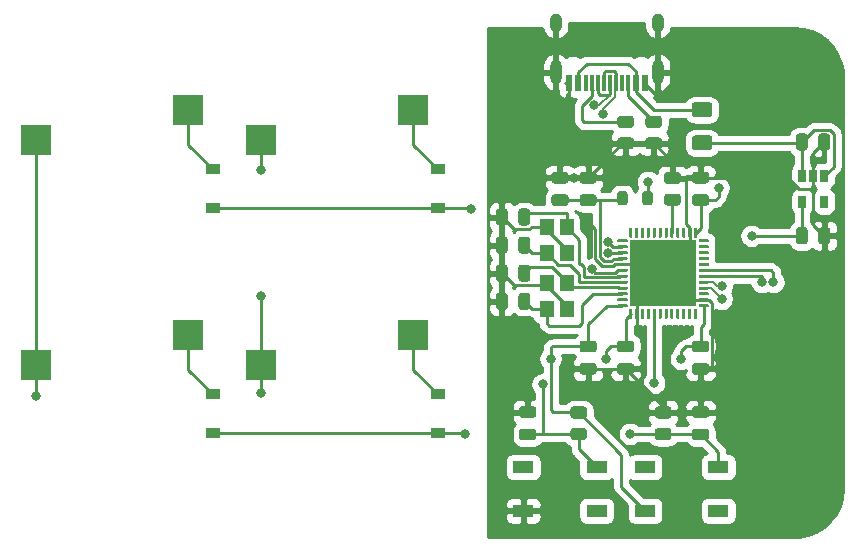
<source format=gbl>
%TF.GenerationSoftware,KiCad,Pcbnew,(5.1.10-1-10_14)*%
%TF.CreationDate,2021-05-18T16:18:39+02:00*%
%TF.ProjectId,dirac_delta,64697261-635f-4646-956c-74612e6b6963,rev?*%
%TF.SameCoordinates,Original*%
%TF.FileFunction,Copper,L2,Bot*%
%TF.FilePolarity,Positive*%
%FSLAX46Y46*%
G04 Gerber Fmt 4.6, Leading zero omitted, Abs format (unit mm)*
G04 Created by KiCad (PCBNEW (5.1.10-1-10_14)) date 2021-05-18 16:18:39*
%MOMM*%
%LPD*%
G01*
G04 APERTURE LIST*
%TA.AperFunction,SMDPad,CuDef*%
%ADD10R,1.200000X1.400000*%
%TD*%
%TA.AperFunction,SMDPad,CuDef*%
%ADD11R,2.550000X2.500000*%
%TD*%
%TA.AperFunction,SMDPad,CuDef*%
%ADD12R,0.600000X1.450000*%
%TD*%
%TA.AperFunction,SMDPad,CuDef*%
%ADD13R,0.300000X1.450000*%
%TD*%
%TA.AperFunction,ComponentPad*%
%ADD14O,1.000000X2.100000*%
%TD*%
%TA.AperFunction,ComponentPad*%
%ADD15O,1.000000X1.600000*%
%TD*%
%TA.AperFunction,SMDPad,CuDef*%
%ADD16R,0.650000X1.060000*%
%TD*%
%TA.AperFunction,SMDPad,CuDef*%
%ADD17R,5.600000X5.600000*%
%TD*%
%TA.AperFunction,SMDPad,CuDef*%
%ADD18R,1.800000X1.100000*%
%TD*%
%TA.AperFunction,SMDPad,CuDef*%
%ADD19R,1.200000X0.900000*%
%TD*%
%TA.AperFunction,ViaPad*%
%ADD20C,0.800000*%
%TD*%
%TA.AperFunction,Conductor*%
%ADD21C,0.254000*%
%TD*%
%TA.AperFunction,Conductor*%
%ADD22C,0.200000*%
%TD*%
%TA.AperFunction,Conductor*%
%ADD23C,0.100000*%
%TD*%
G04 APERTURE END LIST*
D10*
%TO.P,Y2,4*%
%TO.N,GND*%
X71208000Y-44280000D03*
%TO.P,Y2,3*%
%TO.N,OSC32_OUT*%
X71208000Y-42080000D03*
%TO.P,Y2,2*%
%TO.N,GND*%
X69508000Y-42080000D03*
%TO.P,Y2,1*%
%TO.N,OSC32_IN*%
X69508000Y-44280000D03*
%TD*%
%TO.P,Y1,4*%
%TO.N,GND*%
X71208000Y-39581000D03*
%TO.P,Y1,3*%
%TO.N,OSC_OUT*%
X71208000Y-37381000D03*
%TO.P,Y1,2*%
%TO.N,GND*%
X69508000Y-37381000D03*
%TO.P,Y1,1*%
%TO.N,OSC_IN*%
X69508000Y-39581000D03*
%TD*%
D11*
%TO.P,MX4,2*%
%TO.N,Net-(D4-Pad2)*%
X58229500Y-46513750D03*
%TO.P,MX4,1*%
%TO.N,COL1*%
X45302500Y-49053750D03*
%TD*%
%TO.P,MX3,2*%
%TO.N,Net-(D3-Pad2)*%
X58229500Y-27463750D03*
%TO.P,MX3,1*%
%TO.N,COL1*%
X45302500Y-30003750D03*
%TD*%
%TO.P,MX2,2*%
%TO.N,Net-(D2-Pad2)*%
X39179500Y-46513750D03*
%TO.P,MX2,1*%
%TO.N,COL0*%
X26252500Y-49053750D03*
%TD*%
%TO.P,MX1,2*%
%TO.N,Net-(D1-Pad2)*%
X39179500Y-27463750D03*
%TO.P,MX1,1*%
%TO.N,COL0*%
X26252500Y-30003750D03*
%TD*%
D12*
%TO.P,USB1,12*%
%TO.N,GND*%
X77837500Y-25157500D03*
%TO.P,USB1,1*%
X71387500Y-25157500D03*
%TO.P,USB1,11*%
%TO.N,Net-(F1-Pad2)*%
X77062500Y-25157500D03*
%TO.P,USB1,2*%
X72162500Y-25157500D03*
D13*
%TO.P,USB1,3*%
%TO.N,N/C*%
X72862500Y-25157500D03*
%TO.P,USB1,10*%
%TO.N,Net-(R2-Pad2)*%
X76362500Y-25157500D03*
%TO.P,USB1,4*%
%TO.N,Net-(R1-Pad2)*%
X73362500Y-25157500D03*
%TO.P,USB1,9*%
%TO.N,N/C*%
X75862500Y-25157500D03*
%TO.P,USB1,5*%
%TO.N,USB_DN*%
X73862500Y-25157500D03*
%TO.P,USB1,8*%
%TO.N,USB_DP*%
X75362500Y-25157500D03*
%TO.P,USB1,7*%
%TO.N,USB_DN*%
X74862500Y-25157500D03*
%TO.P,USB1,6*%
%TO.N,USB_DP*%
X74362500Y-25157500D03*
D14*
%TO.P,USB1,13*%
%TO.N,GND*%
X70292500Y-24242500D03*
X78932500Y-24242500D03*
D15*
X70292500Y-20062500D03*
X78932500Y-20062500D03*
%TD*%
D16*
%TO.P,U2,5*%
%TO.N,VDD*%
X91125000Y-35231250D03*
%TO.P,U2,4*%
%TO.N,N/C*%
X93025000Y-35231250D03*
%TO.P,U2,3*%
%TO.N,+5V*%
X93025000Y-33031250D03*
%TO.P,U2,2*%
%TO.N,GND*%
X92075000Y-33031250D03*
%TO.P,U2,1*%
%TO.N,+5V*%
X91125000Y-33031250D03*
%TD*%
D17*
%TO.P,U1,49*%
%TO.N,GND*%
X79375000Y-41275000D03*
%TO.P,U1,48*%
%TO.N,VDD*%
%TA.AperFunction,SMDPad,CuDef*%
G36*
G01*
X76500000Y-45087500D02*
X76500000Y-44337500D01*
G75*
G02*
X76562500Y-44275000I62500J0D01*
G01*
X76687500Y-44275000D01*
G75*
G02*
X76750000Y-44337500I0J-62500D01*
G01*
X76750000Y-45087500D01*
G75*
G02*
X76687500Y-45150000I-62500J0D01*
G01*
X76562500Y-45150000D01*
G75*
G02*
X76500000Y-45087500I0J62500D01*
G01*
G37*
%TD.AperFunction*%
%TO.P,U1,47*%
%TO.N,GND*%
%TA.AperFunction,SMDPad,CuDef*%
G36*
G01*
X77000000Y-45087500D02*
X77000000Y-44337500D01*
G75*
G02*
X77062500Y-44275000I62500J0D01*
G01*
X77187500Y-44275000D01*
G75*
G02*
X77250000Y-44337500I0J-62500D01*
G01*
X77250000Y-45087500D01*
G75*
G02*
X77187500Y-45150000I-62500J0D01*
G01*
X77062500Y-45150000D01*
G75*
G02*
X77000000Y-45087500I0J62500D01*
G01*
G37*
%TD.AperFunction*%
%TO.P,U1,46*%
%TO.N,N/C*%
%TA.AperFunction,SMDPad,CuDef*%
G36*
G01*
X77500000Y-45087500D02*
X77500000Y-44337500D01*
G75*
G02*
X77562500Y-44275000I62500J0D01*
G01*
X77687500Y-44275000D01*
G75*
G02*
X77750000Y-44337500I0J-62500D01*
G01*
X77750000Y-45087500D01*
G75*
G02*
X77687500Y-45150000I-62500J0D01*
G01*
X77562500Y-45150000D01*
G75*
G02*
X77500000Y-45087500I0J62500D01*
G01*
G37*
%TD.AperFunction*%
%TO.P,U1,45*%
%TA.AperFunction,SMDPad,CuDef*%
G36*
G01*
X78000000Y-45087500D02*
X78000000Y-44337500D01*
G75*
G02*
X78062500Y-44275000I62500J0D01*
G01*
X78187500Y-44275000D01*
G75*
G02*
X78250000Y-44337500I0J-62500D01*
G01*
X78250000Y-45087500D01*
G75*
G02*
X78187500Y-45150000I-62500J0D01*
G01*
X78062500Y-45150000D01*
G75*
G02*
X78000000Y-45087500I0J62500D01*
G01*
G37*
%TD.AperFunction*%
%TO.P,U1,44*%
%TO.N,BOOT0*%
%TA.AperFunction,SMDPad,CuDef*%
G36*
G01*
X78500000Y-45087500D02*
X78500000Y-44337500D01*
G75*
G02*
X78562500Y-44275000I62500J0D01*
G01*
X78687500Y-44275000D01*
G75*
G02*
X78750000Y-44337500I0J-62500D01*
G01*
X78750000Y-45087500D01*
G75*
G02*
X78687500Y-45150000I-62500J0D01*
G01*
X78562500Y-45150000D01*
G75*
G02*
X78500000Y-45087500I0J62500D01*
G01*
G37*
%TD.AperFunction*%
%TO.P,U1,43*%
%TO.N,N/C*%
%TA.AperFunction,SMDPad,CuDef*%
G36*
G01*
X79000000Y-45087500D02*
X79000000Y-44337500D01*
G75*
G02*
X79062500Y-44275000I62500J0D01*
G01*
X79187500Y-44275000D01*
G75*
G02*
X79250000Y-44337500I0J-62500D01*
G01*
X79250000Y-45087500D01*
G75*
G02*
X79187500Y-45150000I-62500J0D01*
G01*
X79062500Y-45150000D01*
G75*
G02*
X79000000Y-45087500I0J62500D01*
G01*
G37*
%TD.AperFunction*%
%TO.P,U1,42*%
%TA.AperFunction,SMDPad,CuDef*%
G36*
G01*
X79500000Y-45087500D02*
X79500000Y-44337500D01*
G75*
G02*
X79562500Y-44275000I62500J0D01*
G01*
X79687500Y-44275000D01*
G75*
G02*
X79750000Y-44337500I0J-62500D01*
G01*
X79750000Y-45087500D01*
G75*
G02*
X79687500Y-45150000I-62500J0D01*
G01*
X79562500Y-45150000D01*
G75*
G02*
X79500000Y-45087500I0J62500D01*
G01*
G37*
%TD.AperFunction*%
%TO.P,U1,41*%
%TA.AperFunction,SMDPad,CuDef*%
G36*
G01*
X80000000Y-45087500D02*
X80000000Y-44337500D01*
G75*
G02*
X80062500Y-44275000I62500J0D01*
G01*
X80187500Y-44275000D01*
G75*
G02*
X80250000Y-44337500I0J-62500D01*
G01*
X80250000Y-45087500D01*
G75*
G02*
X80187500Y-45150000I-62500J0D01*
G01*
X80062500Y-45150000D01*
G75*
G02*
X80000000Y-45087500I0J62500D01*
G01*
G37*
%TD.AperFunction*%
%TO.P,U1,40*%
%TA.AperFunction,SMDPad,CuDef*%
G36*
G01*
X80500000Y-45087500D02*
X80500000Y-44337500D01*
G75*
G02*
X80562500Y-44275000I62500J0D01*
G01*
X80687500Y-44275000D01*
G75*
G02*
X80750000Y-44337500I0J-62500D01*
G01*
X80750000Y-45087500D01*
G75*
G02*
X80687500Y-45150000I-62500J0D01*
G01*
X80562500Y-45150000D01*
G75*
G02*
X80500000Y-45087500I0J62500D01*
G01*
G37*
%TD.AperFunction*%
%TO.P,U1,39*%
%TA.AperFunction,SMDPad,CuDef*%
G36*
G01*
X81000000Y-45087500D02*
X81000000Y-44337500D01*
G75*
G02*
X81062500Y-44275000I62500J0D01*
G01*
X81187500Y-44275000D01*
G75*
G02*
X81250000Y-44337500I0J-62500D01*
G01*
X81250000Y-45087500D01*
G75*
G02*
X81187500Y-45150000I-62500J0D01*
G01*
X81062500Y-45150000D01*
G75*
G02*
X81000000Y-45087500I0J62500D01*
G01*
G37*
%TD.AperFunction*%
%TO.P,U1,38*%
%TA.AperFunction,SMDPad,CuDef*%
G36*
G01*
X81500000Y-45087500D02*
X81500000Y-44337500D01*
G75*
G02*
X81562500Y-44275000I62500J0D01*
G01*
X81687500Y-44275000D01*
G75*
G02*
X81750000Y-44337500I0J-62500D01*
G01*
X81750000Y-45087500D01*
G75*
G02*
X81687500Y-45150000I-62500J0D01*
G01*
X81562500Y-45150000D01*
G75*
G02*
X81500000Y-45087500I0J62500D01*
G01*
G37*
%TD.AperFunction*%
%TO.P,U1,37*%
%TA.AperFunction,SMDPad,CuDef*%
G36*
G01*
X82000000Y-45087500D02*
X82000000Y-44337500D01*
G75*
G02*
X82062500Y-44275000I62500J0D01*
G01*
X82187500Y-44275000D01*
G75*
G02*
X82250000Y-44337500I0J-62500D01*
G01*
X82250000Y-45087500D01*
G75*
G02*
X82187500Y-45150000I-62500J0D01*
G01*
X82062500Y-45150000D01*
G75*
G02*
X82000000Y-45087500I0J62500D01*
G01*
G37*
%TD.AperFunction*%
%TO.P,U1,36*%
%TO.N,VDD*%
%TA.AperFunction,SMDPad,CuDef*%
G36*
G01*
X82375000Y-44087500D02*
X82375000Y-43962500D01*
G75*
G02*
X82437500Y-43900000I62500J0D01*
G01*
X83187500Y-43900000D01*
G75*
G02*
X83250000Y-43962500I0J-62500D01*
G01*
X83250000Y-44087500D01*
G75*
G02*
X83187500Y-44150000I-62500J0D01*
G01*
X82437500Y-44150000D01*
G75*
G02*
X82375000Y-44087500I0J62500D01*
G01*
G37*
%TD.AperFunction*%
%TO.P,U1,35*%
%TO.N,GND*%
%TA.AperFunction,SMDPad,CuDef*%
G36*
G01*
X82375000Y-43587500D02*
X82375000Y-43462500D01*
G75*
G02*
X82437500Y-43400000I62500J0D01*
G01*
X83187500Y-43400000D01*
G75*
G02*
X83250000Y-43462500I0J-62500D01*
G01*
X83250000Y-43587500D01*
G75*
G02*
X83187500Y-43650000I-62500J0D01*
G01*
X82437500Y-43650000D01*
G75*
G02*
X82375000Y-43587500I0J62500D01*
G01*
G37*
%TD.AperFunction*%
%TO.P,U1,34*%
%TO.N,N/C*%
%TA.AperFunction,SMDPad,CuDef*%
G36*
G01*
X82375000Y-43087500D02*
X82375000Y-42962500D01*
G75*
G02*
X82437500Y-42900000I62500J0D01*
G01*
X83187500Y-42900000D01*
G75*
G02*
X83250000Y-42962500I0J-62500D01*
G01*
X83250000Y-43087500D01*
G75*
G02*
X83187500Y-43150000I-62500J0D01*
G01*
X82437500Y-43150000D01*
G75*
G02*
X82375000Y-43087500I0J62500D01*
G01*
G37*
%TD.AperFunction*%
%TO.P,U1,33*%
%TO.N,USB_DP*%
%TA.AperFunction,SMDPad,CuDef*%
G36*
G01*
X82375000Y-42587500D02*
X82375000Y-42462500D01*
G75*
G02*
X82437500Y-42400000I62500J0D01*
G01*
X83187500Y-42400000D01*
G75*
G02*
X83250000Y-42462500I0J-62500D01*
G01*
X83250000Y-42587500D01*
G75*
G02*
X83187500Y-42650000I-62500J0D01*
G01*
X82437500Y-42650000D01*
G75*
G02*
X82375000Y-42587500I0J62500D01*
G01*
G37*
%TD.AperFunction*%
%TO.P,U1,32*%
%TO.N,USB_DN*%
%TA.AperFunction,SMDPad,CuDef*%
G36*
G01*
X82375000Y-42087500D02*
X82375000Y-41962500D01*
G75*
G02*
X82437500Y-41900000I62500J0D01*
G01*
X83187500Y-41900000D01*
G75*
G02*
X83250000Y-41962500I0J-62500D01*
G01*
X83250000Y-42087500D01*
G75*
G02*
X83187500Y-42150000I-62500J0D01*
G01*
X82437500Y-42150000D01*
G75*
G02*
X82375000Y-42087500I0J62500D01*
G01*
G37*
%TD.AperFunction*%
%TO.P,U1,31*%
%TO.N,COL1*%
%TA.AperFunction,SMDPad,CuDef*%
G36*
G01*
X82375000Y-41587500D02*
X82375000Y-41462500D01*
G75*
G02*
X82437500Y-41400000I62500J0D01*
G01*
X83187500Y-41400000D01*
G75*
G02*
X83250000Y-41462500I0J-62500D01*
G01*
X83250000Y-41587500D01*
G75*
G02*
X83187500Y-41650000I-62500J0D01*
G01*
X82437500Y-41650000D01*
G75*
G02*
X82375000Y-41587500I0J62500D01*
G01*
G37*
%TD.AperFunction*%
%TO.P,U1,30*%
%TO.N,COL0*%
%TA.AperFunction,SMDPad,CuDef*%
G36*
G01*
X82375000Y-41087500D02*
X82375000Y-40962500D01*
G75*
G02*
X82437500Y-40900000I62500J0D01*
G01*
X83187500Y-40900000D01*
G75*
G02*
X83250000Y-40962500I0J-62500D01*
G01*
X83250000Y-41087500D01*
G75*
G02*
X83187500Y-41150000I-62500J0D01*
G01*
X82437500Y-41150000D01*
G75*
G02*
X82375000Y-41087500I0J62500D01*
G01*
G37*
%TD.AperFunction*%
%TO.P,U1,29*%
%TO.N,N/C*%
%TA.AperFunction,SMDPad,CuDef*%
G36*
G01*
X82375000Y-40587500D02*
X82375000Y-40462500D01*
G75*
G02*
X82437500Y-40400000I62500J0D01*
G01*
X83187500Y-40400000D01*
G75*
G02*
X83250000Y-40462500I0J-62500D01*
G01*
X83250000Y-40587500D01*
G75*
G02*
X83187500Y-40650000I-62500J0D01*
G01*
X82437500Y-40650000D01*
G75*
G02*
X82375000Y-40587500I0J62500D01*
G01*
G37*
%TD.AperFunction*%
%TO.P,U1,28*%
%TA.AperFunction,SMDPad,CuDef*%
G36*
G01*
X82375000Y-40087500D02*
X82375000Y-39962500D01*
G75*
G02*
X82437500Y-39900000I62500J0D01*
G01*
X83187500Y-39900000D01*
G75*
G02*
X83250000Y-39962500I0J-62500D01*
G01*
X83250000Y-40087500D01*
G75*
G02*
X83187500Y-40150000I-62500J0D01*
G01*
X82437500Y-40150000D01*
G75*
G02*
X82375000Y-40087500I0J62500D01*
G01*
G37*
%TD.AperFunction*%
%TO.P,U1,27*%
%TA.AperFunction,SMDPad,CuDef*%
G36*
G01*
X82375000Y-39587500D02*
X82375000Y-39462500D01*
G75*
G02*
X82437500Y-39400000I62500J0D01*
G01*
X83187500Y-39400000D01*
G75*
G02*
X83250000Y-39462500I0J-62500D01*
G01*
X83250000Y-39587500D01*
G75*
G02*
X83187500Y-39650000I-62500J0D01*
G01*
X82437500Y-39650000D01*
G75*
G02*
X82375000Y-39587500I0J62500D01*
G01*
G37*
%TD.AperFunction*%
%TO.P,U1,26*%
%TA.AperFunction,SMDPad,CuDef*%
G36*
G01*
X82375000Y-39087500D02*
X82375000Y-38962500D01*
G75*
G02*
X82437500Y-38900000I62500J0D01*
G01*
X83187500Y-38900000D01*
G75*
G02*
X83250000Y-38962500I0J-62500D01*
G01*
X83250000Y-39087500D01*
G75*
G02*
X83187500Y-39150000I-62500J0D01*
G01*
X82437500Y-39150000D01*
G75*
G02*
X82375000Y-39087500I0J62500D01*
G01*
G37*
%TD.AperFunction*%
%TO.P,U1,25*%
%TA.AperFunction,SMDPad,CuDef*%
G36*
G01*
X82375000Y-38587500D02*
X82375000Y-38462500D01*
G75*
G02*
X82437500Y-38400000I62500J0D01*
G01*
X83187500Y-38400000D01*
G75*
G02*
X83250000Y-38462500I0J-62500D01*
G01*
X83250000Y-38587500D01*
G75*
G02*
X83187500Y-38650000I-62500J0D01*
G01*
X82437500Y-38650000D01*
G75*
G02*
X82375000Y-38587500I0J62500D01*
G01*
G37*
%TD.AperFunction*%
%TO.P,U1,24*%
%TO.N,VDD*%
%TA.AperFunction,SMDPad,CuDef*%
G36*
G01*
X82000000Y-38212500D02*
X82000000Y-37462500D01*
G75*
G02*
X82062500Y-37400000I62500J0D01*
G01*
X82187500Y-37400000D01*
G75*
G02*
X82250000Y-37462500I0J-62500D01*
G01*
X82250000Y-38212500D01*
G75*
G02*
X82187500Y-38275000I-62500J0D01*
G01*
X82062500Y-38275000D01*
G75*
G02*
X82000000Y-38212500I0J62500D01*
G01*
G37*
%TD.AperFunction*%
%TO.P,U1,23*%
%TO.N,GND*%
%TA.AperFunction,SMDPad,CuDef*%
G36*
G01*
X81500000Y-38212500D02*
X81500000Y-37462500D01*
G75*
G02*
X81562500Y-37400000I62500J0D01*
G01*
X81687500Y-37400000D01*
G75*
G02*
X81750000Y-37462500I0J-62500D01*
G01*
X81750000Y-38212500D01*
G75*
G02*
X81687500Y-38275000I-62500J0D01*
G01*
X81562500Y-38275000D01*
G75*
G02*
X81500000Y-38212500I0J62500D01*
G01*
G37*
%TD.AperFunction*%
%TO.P,U1,22*%
%TO.N,N/C*%
%TA.AperFunction,SMDPad,CuDef*%
G36*
G01*
X81000000Y-38212500D02*
X81000000Y-37462500D01*
G75*
G02*
X81062500Y-37400000I62500J0D01*
G01*
X81187500Y-37400000D01*
G75*
G02*
X81250000Y-37462500I0J-62500D01*
G01*
X81250000Y-38212500D01*
G75*
G02*
X81187500Y-38275000I-62500J0D01*
G01*
X81062500Y-38275000D01*
G75*
G02*
X81000000Y-38212500I0J62500D01*
G01*
G37*
%TD.AperFunction*%
%TO.P,U1,21*%
%TA.AperFunction,SMDPad,CuDef*%
G36*
G01*
X80500000Y-38212500D02*
X80500000Y-37462500D01*
G75*
G02*
X80562500Y-37400000I62500J0D01*
G01*
X80687500Y-37400000D01*
G75*
G02*
X80750000Y-37462500I0J-62500D01*
G01*
X80750000Y-38212500D01*
G75*
G02*
X80687500Y-38275000I-62500J0D01*
G01*
X80562500Y-38275000D01*
G75*
G02*
X80500000Y-38212500I0J62500D01*
G01*
G37*
%TD.AperFunction*%
%TO.P,U1,20*%
%TO.N,BOOT1*%
%TA.AperFunction,SMDPad,CuDef*%
G36*
G01*
X80000000Y-38212500D02*
X80000000Y-37462500D01*
G75*
G02*
X80062500Y-37400000I62500J0D01*
G01*
X80187500Y-37400000D01*
G75*
G02*
X80250000Y-37462500I0J-62500D01*
G01*
X80250000Y-38212500D01*
G75*
G02*
X80187500Y-38275000I-62500J0D01*
G01*
X80062500Y-38275000D01*
G75*
G02*
X80000000Y-38212500I0J62500D01*
G01*
G37*
%TD.AperFunction*%
%TO.P,U1,19*%
%TO.N,N/C*%
%TA.AperFunction,SMDPad,CuDef*%
G36*
G01*
X79500000Y-38212500D02*
X79500000Y-37462500D01*
G75*
G02*
X79562500Y-37400000I62500J0D01*
G01*
X79687500Y-37400000D01*
G75*
G02*
X79750000Y-37462500I0J-62500D01*
G01*
X79750000Y-38212500D01*
G75*
G02*
X79687500Y-38275000I-62500J0D01*
G01*
X79562500Y-38275000D01*
G75*
G02*
X79500000Y-38212500I0J62500D01*
G01*
G37*
%TD.AperFunction*%
%TO.P,U1,18*%
%TA.AperFunction,SMDPad,CuDef*%
G36*
G01*
X79000000Y-38212500D02*
X79000000Y-37462500D01*
G75*
G02*
X79062500Y-37400000I62500J0D01*
G01*
X79187500Y-37400000D01*
G75*
G02*
X79250000Y-37462500I0J-62500D01*
G01*
X79250000Y-38212500D01*
G75*
G02*
X79187500Y-38275000I-62500J0D01*
G01*
X79062500Y-38275000D01*
G75*
G02*
X79000000Y-38212500I0J62500D01*
G01*
G37*
%TD.AperFunction*%
%TO.P,U1,17*%
%TA.AperFunction,SMDPad,CuDef*%
G36*
G01*
X78500000Y-38212500D02*
X78500000Y-37462500D01*
G75*
G02*
X78562500Y-37400000I62500J0D01*
G01*
X78687500Y-37400000D01*
G75*
G02*
X78750000Y-37462500I0J-62500D01*
G01*
X78750000Y-38212500D01*
G75*
G02*
X78687500Y-38275000I-62500J0D01*
G01*
X78562500Y-38275000D01*
G75*
G02*
X78500000Y-38212500I0J62500D01*
G01*
G37*
%TD.AperFunction*%
%TO.P,U1,16*%
%TA.AperFunction,SMDPad,CuDef*%
G36*
G01*
X78000000Y-38212500D02*
X78000000Y-37462500D01*
G75*
G02*
X78062500Y-37400000I62500J0D01*
G01*
X78187500Y-37400000D01*
G75*
G02*
X78250000Y-37462500I0J-62500D01*
G01*
X78250000Y-38212500D01*
G75*
G02*
X78187500Y-38275000I-62500J0D01*
G01*
X78062500Y-38275000D01*
G75*
G02*
X78000000Y-38212500I0J62500D01*
G01*
G37*
%TD.AperFunction*%
%TO.P,U1,15*%
%TA.AperFunction,SMDPad,CuDef*%
G36*
G01*
X77500000Y-38212500D02*
X77500000Y-37462500D01*
G75*
G02*
X77562500Y-37400000I62500J0D01*
G01*
X77687500Y-37400000D01*
G75*
G02*
X77750000Y-37462500I0J-62500D01*
G01*
X77750000Y-38212500D01*
G75*
G02*
X77687500Y-38275000I-62500J0D01*
G01*
X77562500Y-38275000D01*
G75*
G02*
X77500000Y-38212500I0J62500D01*
G01*
G37*
%TD.AperFunction*%
%TO.P,U1,14*%
%TA.AperFunction,SMDPad,CuDef*%
G36*
G01*
X77000000Y-38212500D02*
X77000000Y-37462500D01*
G75*
G02*
X77062500Y-37400000I62500J0D01*
G01*
X77187500Y-37400000D01*
G75*
G02*
X77250000Y-37462500I0J-62500D01*
G01*
X77250000Y-38212500D01*
G75*
G02*
X77187500Y-38275000I-62500J0D01*
G01*
X77062500Y-38275000D01*
G75*
G02*
X77000000Y-38212500I0J62500D01*
G01*
G37*
%TD.AperFunction*%
%TO.P,U1,13*%
%TA.AperFunction,SMDPad,CuDef*%
G36*
G01*
X76500000Y-38212500D02*
X76500000Y-37462500D01*
G75*
G02*
X76562500Y-37400000I62500J0D01*
G01*
X76687500Y-37400000D01*
G75*
G02*
X76750000Y-37462500I0J-62500D01*
G01*
X76750000Y-38212500D01*
G75*
G02*
X76687500Y-38275000I-62500J0D01*
G01*
X76562500Y-38275000D01*
G75*
G02*
X76500000Y-38212500I0J62500D01*
G01*
G37*
%TD.AperFunction*%
%TO.P,U1,12*%
%TA.AperFunction,SMDPad,CuDef*%
G36*
G01*
X75500000Y-38587500D02*
X75500000Y-38462500D01*
G75*
G02*
X75562500Y-38400000I62500J0D01*
G01*
X76312500Y-38400000D01*
G75*
G02*
X76375000Y-38462500I0J-62500D01*
G01*
X76375000Y-38587500D01*
G75*
G02*
X76312500Y-38650000I-62500J0D01*
G01*
X75562500Y-38650000D01*
G75*
G02*
X75500000Y-38587500I0J62500D01*
G01*
G37*
%TD.AperFunction*%
%TO.P,U1,11*%
%TO.N,ROW0*%
%TA.AperFunction,SMDPad,CuDef*%
G36*
G01*
X75500000Y-39087500D02*
X75500000Y-38962500D01*
G75*
G02*
X75562500Y-38900000I62500J0D01*
G01*
X76312500Y-38900000D01*
G75*
G02*
X76375000Y-38962500I0J-62500D01*
G01*
X76375000Y-39087500D01*
G75*
G02*
X76312500Y-39150000I-62500J0D01*
G01*
X75562500Y-39150000D01*
G75*
G02*
X75500000Y-39087500I0J62500D01*
G01*
G37*
%TD.AperFunction*%
%TO.P,U1,10*%
%TO.N,ROW1*%
%TA.AperFunction,SMDPad,CuDef*%
G36*
G01*
X75500000Y-39587500D02*
X75500000Y-39462500D01*
G75*
G02*
X75562500Y-39400000I62500J0D01*
G01*
X76312500Y-39400000D01*
G75*
G02*
X76375000Y-39462500I0J-62500D01*
G01*
X76375000Y-39587500D01*
G75*
G02*
X76312500Y-39650000I-62500J0D01*
G01*
X75562500Y-39650000D01*
G75*
G02*
X75500000Y-39587500I0J62500D01*
G01*
G37*
%TD.AperFunction*%
%TO.P,U1,9*%
%TO.N,VDDA*%
%TA.AperFunction,SMDPad,CuDef*%
G36*
G01*
X75500000Y-40087500D02*
X75500000Y-39962500D01*
G75*
G02*
X75562500Y-39900000I62500J0D01*
G01*
X76312500Y-39900000D01*
G75*
G02*
X76375000Y-39962500I0J-62500D01*
G01*
X76375000Y-40087500D01*
G75*
G02*
X76312500Y-40150000I-62500J0D01*
G01*
X75562500Y-40150000D01*
G75*
G02*
X75500000Y-40087500I0J62500D01*
G01*
G37*
%TD.AperFunction*%
%TO.P,U1,8*%
%TO.N,GND*%
%TA.AperFunction,SMDPad,CuDef*%
G36*
G01*
X75500000Y-40587500D02*
X75500000Y-40462500D01*
G75*
G02*
X75562500Y-40400000I62500J0D01*
G01*
X76312500Y-40400000D01*
G75*
G02*
X76375000Y-40462500I0J-62500D01*
G01*
X76375000Y-40587500D01*
G75*
G02*
X76312500Y-40650000I-62500J0D01*
G01*
X75562500Y-40650000D01*
G75*
G02*
X75500000Y-40587500I0J62500D01*
G01*
G37*
%TD.AperFunction*%
%TO.P,U1,7*%
%TO.N,NRST*%
%TA.AperFunction,SMDPad,CuDef*%
G36*
G01*
X75500000Y-41087500D02*
X75500000Y-40962500D01*
G75*
G02*
X75562500Y-40900000I62500J0D01*
G01*
X76312500Y-40900000D01*
G75*
G02*
X76375000Y-40962500I0J-62500D01*
G01*
X76375000Y-41087500D01*
G75*
G02*
X76312500Y-41150000I-62500J0D01*
G01*
X75562500Y-41150000D01*
G75*
G02*
X75500000Y-41087500I0J62500D01*
G01*
G37*
%TD.AperFunction*%
%TO.P,U1,6*%
%TO.N,OSC_OUT*%
%TA.AperFunction,SMDPad,CuDef*%
G36*
G01*
X75500000Y-41587500D02*
X75500000Y-41462500D01*
G75*
G02*
X75562500Y-41400000I62500J0D01*
G01*
X76312500Y-41400000D01*
G75*
G02*
X76375000Y-41462500I0J-62500D01*
G01*
X76375000Y-41587500D01*
G75*
G02*
X76312500Y-41650000I-62500J0D01*
G01*
X75562500Y-41650000D01*
G75*
G02*
X75500000Y-41587500I0J62500D01*
G01*
G37*
%TD.AperFunction*%
%TO.P,U1,5*%
%TO.N,OSC_IN*%
%TA.AperFunction,SMDPad,CuDef*%
G36*
G01*
X75500000Y-42087500D02*
X75500000Y-41962500D01*
G75*
G02*
X75562500Y-41900000I62500J0D01*
G01*
X76312500Y-41900000D01*
G75*
G02*
X76375000Y-41962500I0J-62500D01*
G01*
X76375000Y-42087500D01*
G75*
G02*
X76312500Y-42150000I-62500J0D01*
G01*
X75562500Y-42150000D01*
G75*
G02*
X75500000Y-42087500I0J62500D01*
G01*
G37*
%TD.AperFunction*%
%TO.P,U1,4*%
%TO.N,OSC32_OUT*%
%TA.AperFunction,SMDPad,CuDef*%
G36*
G01*
X75500000Y-42587500D02*
X75500000Y-42462500D01*
G75*
G02*
X75562500Y-42400000I62500J0D01*
G01*
X76312500Y-42400000D01*
G75*
G02*
X76375000Y-42462500I0J-62500D01*
G01*
X76375000Y-42587500D01*
G75*
G02*
X76312500Y-42650000I-62500J0D01*
G01*
X75562500Y-42650000D01*
G75*
G02*
X75500000Y-42587500I0J62500D01*
G01*
G37*
%TD.AperFunction*%
%TO.P,U1,3*%
%TO.N,OSC32_IN*%
%TA.AperFunction,SMDPad,CuDef*%
G36*
G01*
X75500000Y-43087500D02*
X75500000Y-42962500D01*
G75*
G02*
X75562500Y-42900000I62500J0D01*
G01*
X76312500Y-42900000D01*
G75*
G02*
X76375000Y-42962500I0J-62500D01*
G01*
X76375000Y-43087500D01*
G75*
G02*
X76312500Y-43150000I-62500J0D01*
G01*
X75562500Y-43150000D01*
G75*
G02*
X75500000Y-43087500I0J62500D01*
G01*
G37*
%TD.AperFunction*%
%TO.P,U1,2*%
%TO.N,N/C*%
%TA.AperFunction,SMDPad,CuDef*%
G36*
G01*
X75500000Y-43587500D02*
X75500000Y-43462500D01*
G75*
G02*
X75562500Y-43400000I62500J0D01*
G01*
X76312500Y-43400000D01*
G75*
G02*
X76375000Y-43462500I0J-62500D01*
G01*
X76375000Y-43587500D01*
G75*
G02*
X76312500Y-43650000I-62500J0D01*
G01*
X75562500Y-43650000D01*
G75*
G02*
X75500000Y-43587500I0J62500D01*
G01*
G37*
%TD.AperFunction*%
%TO.P,U1,1*%
%TO.N,VDD*%
%TA.AperFunction,SMDPad,CuDef*%
G36*
G01*
X75500000Y-44087500D02*
X75500000Y-43962500D01*
G75*
G02*
X75562500Y-43900000I62500J0D01*
G01*
X76312500Y-43900000D01*
G75*
G02*
X76375000Y-43962500I0J-62500D01*
G01*
X76375000Y-44087500D01*
G75*
G02*
X76312500Y-44150000I-62500J0D01*
G01*
X75562500Y-44150000D01*
G75*
G02*
X75500000Y-44087500I0J62500D01*
G01*
G37*
%TD.AperFunction*%
%TD*%
D18*
%TO.P,SW2,4*%
%TO.N,N/C*%
X77862500Y-57681250D03*
%TO.P,SW2,3*%
X84062500Y-61381250D03*
%TO.P,SW2,2*%
%TO.N,VDD*%
X77862500Y-61381250D03*
%TO.P,SW2,1*%
%TO.N,BOOT0*%
X84062500Y-57681250D03*
%TD*%
%TO.P,SW1,4*%
%TO.N,N/C*%
X67543750Y-57681250D03*
%TO.P,SW1,3*%
X73743750Y-61381250D03*
%TO.P,SW1,2*%
%TO.N,GND*%
X67543750Y-61381250D03*
%TO.P,SW1,1*%
%TO.N,NRST*%
X73743750Y-57681250D03*
%TD*%
%TO.P,R5,2*%
%TO.N,BOOT1*%
%TA.AperFunction,SMDPad,CuDef*%
G36*
G01*
X79718748Y-34531250D02*
X80618752Y-34531250D01*
G75*
G02*
X80868750Y-34781248I0J-249998D01*
G01*
X80868750Y-35306252D01*
G75*
G02*
X80618752Y-35556250I-249998J0D01*
G01*
X79718748Y-35556250D01*
G75*
G02*
X79468750Y-35306252I0J249998D01*
G01*
X79468750Y-34781248D01*
G75*
G02*
X79718748Y-34531250I249998J0D01*
G01*
G37*
%TD.AperFunction*%
%TO.P,R5,1*%
%TO.N,GND*%
%TA.AperFunction,SMDPad,CuDef*%
G36*
G01*
X79718748Y-32706250D02*
X80618752Y-32706250D01*
G75*
G02*
X80868750Y-32956248I0J-249998D01*
G01*
X80868750Y-33481252D01*
G75*
G02*
X80618752Y-33731250I-249998J0D01*
G01*
X79718748Y-33731250D01*
G75*
G02*
X79468750Y-33481252I0J249998D01*
G01*
X79468750Y-32956248D01*
G75*
G02*
X79718748Y-32706250I249998J0D01*
G01*
G37*
%TD.AperFunction*%
%TD*%
%TO.P,R4,2*%
%TO.N,GND*%
%TA.AperFunction,SMDPad,CuDef*%
G36*
G01*
X79825002Y-53575000D02*
X78924998Y-53575000D01*
G75*
G02*
X78675000Y-53325002I0J249998D01*
G01*
X78675000Y-52799998D01*
G75*
G02*
X78924998Y-52550000I249998J0D01*
G01*
X79825002Y-52550000D01*
G75*
G02*
X80075000Y-52799998I0J-249998D01*
G01*
X80075000Y-53325002D01*
G75*
G02*
X79825002Y-53575000I-249998J0D01*
G01*
G37*
%TD.AperFunction*%
%TO.P,R4,1*%
%TO.N,BOOT0*%
%TA.AperFunction,SMDPad,CuDef*%
G36*
G01*
X79825002Y-55400000D02*
X78924998Y-55400000D01*
G75*
G02*
X78675000Y-55150002I0J249998D01*
G01*
X78675000Y-54624998D01*
G75*
G02*
X78924998Y-54375000I249998J0D01*
G01*
X79825002Y-54375000D01*
G75*
G02*
X80075000Y-54624998I0J-249998D01*
G01*
X80075000Y-55150002D01*
G75*
G02*
X79825002Y-55400000I-249998J0D01*
G01*
G37*
%TD.AperFunction*%
%TD*%
%TO.P,R3,2*%
%TO.N,VDD*%
%TA.AperFunction,SMDPad,CuDef*%
G36*
G01*
X72681252Y-53575000D02*
X71781248Y-53575000D01*
G75*
G02*
X71531250Y-53325002I0J249998D01*
G01*
X71531250Y-52799998D01*
G75*
G02*
X71781248Y-52550000I249998J0D01*
G01*
X72681252Y-52550000D01*
G75*
G02*
X72931250Y-52799998I0J-249998D01*
G01*
X72931250Y-53325002D01*
G75*
G02*
X72681252Y-53575000I-249998J0D01*
G01*
G37*
%TD.AperFunction*%
%TO.P,R3,1*%
%TO.N,NRST*%
%TA.AperFunction,SMDPad,CuDef*%
G36*
G01*
X72681252Y-55400000D02*
X71781248Y-55400000D01*
G75*
G02*
X71531250Y-55150002I0J249998D01*
G01*
X71531250Y-54624998D01*
G75*
G02*
X71781248Y-54375000I249998J0D01*
G01*
X72681252Y-54375000D01*
G75*
G02*
X72931250Y-54624998I0J-249998D01*
G01*
X72931250Y-55150002D01*
G75*
G02*
X72681252Y-55400000I-249998J0D01*
G01*
G37*
%TD.AperFunction*%
%TD*%
%TO.P,R2,2*%
%TO.N,Net-(R2-Pad2)*%
%TA.AperFunction,SMDPad,CuDef*%
G36*
G01*
X79031252Y-28968750D02*
X78131248Y-28968750D01*
G75*
G02*
X77881250Y-28718752I0J249998D01*
G01*
X77881250Y-28193748D01*
G75*
G02*
X78131248Y-27943750I249998J0D01*
G01*
X79031252Y-27943750D01*
G75*
G02*
X79281250Y-28193748I0J-249998D01*
G01*
X79281250Y-28718752D01*
G75*
G02*
X79031252Y-28968750I-249998J0D01*
G01*
G37*
%TD.AperFunction*%
%TO.P,R2,1*%
%TO.N,GND*%
%TA.AperFunction,SMDPad,CuDef*%
G36*
G01*
X79031252Y-30793750D02*
X78131248Y-30793750D01*
G75*
G02*
X77881250Y-30543752I0J249998D01*
G01*
X77881250Y-30018748D01*
G75*
G02*
X78131248Y-29768750I249998J0D01*
G01*
X79031252Y-29768750D01*
G75*
G02*
X79281250Y-30018748I0J-249998D01*
G01*
X79281250Y-30543752D01*
G75*
G02*
X79031252Y-30793750I-249998J0D01*
G01*
G37*
%TD.AperFunction*%
%TD*%
%TO.P,R1,2*%
%TO.N,Net-(R1-Pad2)*%
%TA.AperFunction,SMDPad,CuDef*%
G36*
G01*
X76650002Y-28968750D02*
X75749998Y-28968750D01*
G75*
G02*
X75500000Y-28718752I0J249998D01*
G01*
X75500000Y-28193748D01*
G75*
G02*
X75749998Y-27943750I249998J0D01*
G01*
X76650002Y-27943750D01*
G75*
G02*
X76900000Y-28193748I0J-249998D01*
G01*
X76900000Y-28718752D01*
G75*
G02*
X76650002Y-28968750I-249998J0D01*
G01*
G37*
%TD.AperFunction*%
%TO.P,R1,1*%
%TO.N,GND*%
%TA.AperFunction,SMDPad,CuDef*%
G36*
G01*
X76650002Y-30793750D02*
X75749998Y-30793750D01*
G75*
G02*
X75500000Y-30543752I0J249998D01*
G01*
X75500000Y-30018748D01*
G75*
G02*
X75749998Y-29768750I249998J0D01*
G01*
X76650002Y-29768750D01*
G75*
G02*
X76900000Y-30018748I0J-249998D01*
G01*
X76900000Y-30543752D01*
G75*
G02*
X76650002Y-30793750I-249998J0D01*
G01*
G37*
%TD.AperFunction*%
%TD*%
%TO.P,L1,2*%
%TO.N,VDD*%
%TA.AperFunction,SMDPad,CuDef*%
G36*
G01*
X77618750Y-35306250D02*
X77618750Y-34543750D01*
G75*
G02*
X77837500Y-34325000I218750J0D01*
G01*
X78275000Y-34325000D01*
G75*
G02*
X78493750Y-34543750I0J-218750D01*
G01*
X78493750Y-35306250D01*
G75*
G02*
X78275000Y-35525000I-218750J0D01*
G01*
X77837500Y-35525000D01*
G75*
G02*
X77618750Y-35306250I0J218750D01*
G01*
G37*
%TD.AperFunction*%
%TO.P,L1,1*%
%TO.N,VDDA*%
%TA.AperFunction,SMDPad,CuDef*%
G36*
G01*
X75493750Y-35306250D02*
X75493750Y-34543750D01*
G75*
G02*
X75712500Y-34325000I218750J0D01*
G01*
X76150000Y-34325000D01*
G75*
G02*
X76368750Y-34543750I0J-218750D01*
G01*
X76368750Y-35306250D01*
G75*
G02*
X76150000Y-35525000I-218750J0D01*
G01*
X75712500Y-35525000D01*
G75*
G02*
X75493750Y-35306250I0J218750D01*
G01*
G37*
%TD.AperFunction*%
%TD*%
%TO.P,F1,2*%
%TO.N,Net-(F1-Pad2)*%
%TA.AperFunction,SMDPad,CuDef*%
G36*
G01*
X83302000Y-28054000D02*
X82052000Y-28054000D01*
G75*
G02*
X81802000Y-27804000I0J250000D01*
G01*
X81802000Y-27054000D01*
G75*
G02*
X82052000Y-26804000I250000J0D01*
G01*
X83302000Y-26804000D01*
G75*
G02*
X83552000Y-27054000I0J-250000D01*
G01*
X83552000Y-27804000D01*
G75*
G02*
X83302000Y-28054000I-250000J0D01*
G01*
G37*
%TD.AperFunction*%
%TO.P,F1,1*%
%TO.N,+5V*%
%TA.AperFunction,SMDPad,CuDef*%
G36*
G01*
X83302000Y-30854000D02*
X82052000Y-30854000D01*
G75*
G02*
X81802000Y-30604000I0J250000D01*
G01*
X81802000Y-29854000D01*
G75*
G02*
X82052000Y-29604000I250000J0D01*
G01*
X83302000Y-29604000D01*
G75*
G02*
X83552000Y-29854000I0J-250000D01*
G01*
X83552000Y-30604000D01*
G75*
G02*
X83302000Y-30854000I-250000J0D01*
G01*
G37*
%TD.AperFunction*%
%TD*%
D19*
%TO.P,D4,2*%
%TO.N,Net-(D4-Pad2)*%
X60325000Y-51531250D03*
%TO.P,D4,1*%
%TO.N,ROW1*%
X60325000Y-54831250D03*
%TD*%
%TO.P,D3,2*%
%TO.N,Net-(D3-Pad2)*%
X60325000Y-32481250D03*
%TO.P,D3,1*%
%TO.N,ROW0*%
X60325000Y-35781250D03*
%TD*%
%TO.P,D2,2*%
%TO.N,Net-(D2-Pad2)*%
X41275000Y-51531250D03*
%TO.P,D2,1*%
%TO.N,ROW1*%
X41275000Y-54831250D03*
%TD*%
%TO.P,D1,2*%
%TO.N,Net-(D1-Pad2)*%
X41275000Y-32481250D03*
%TO.P,D1,1*%
%TO.N,ROW0*%
X41275000Y-35781250D03*
%TD*%
%TO.P,C14,2*%
%TO.N,GND*%
%TA.AperFunction,SMDPad,CuDef*%
G36*
G01*
X83025000Y-53525000D02*
X82075000Y-53525000D01*
G75*
G02*
X81825000Y-53275000I0J250000D01*
G01*
X81825000Y-52775000D01*
G75*
G02*
X82075000Y-52525000I250000J0D01*
G01*
X83025000Y-52525000D01*
G75*
G02*
X83275000Y-52775000I0J-250000D01*
G01*
X83275000Y-53275000D01*
G75*
G02*
X83025000Y-53525000I-250000J0D01*
G01*
G37*
%TD.AperFunction*%
%TO.P,C14,1*%
%TO.N,BOOT0*%
%TA.AperFunction,SMDPad,CuDef*%
G36*
G01*
X83025000Y-55425000D02*
X82075000Y-55425000D01*
G75*
G02*
X81825000Y-55175000I0J250000D01*
G01*
X81825000Y-54675000D01*
G75*
G02*
X82075000Y-54425000I250000J0D01*
G01*
X83025000Y-54425000D01*
G75*
G02*
X83275000Y-54675000I0J-250000D01*
G01*
X83275000Y-55175000D01*
G75*
G02*
X83025000Y-55425000I-250000J0D01*
G01*
G37*
%TD.AperFunction*%
%TD*%
%TO.P,C13,2*%
%TO.N,NRST*%
%TA.AperFunction,SMDPad,CuDef*%
G36*
G01*
X67430000Y-54425000D02*
X68380000Y-54425000D01*
G75*
G02*
X68630000Y-54675000I0J-250000D01*
G01*
X68630000Y-55175000D01*
G75*
G02*
X68380000Y-55425000I-250000J0D01*
G01*
X67430000Y-55425000D01*
G75*
G02*
X67180000Y-55175000I0J250000D01*
G01*
X67180000Y-54675000D01*
G75*
G02*
X67430000Y-54425000I250000J0D01*
G01*
G37*
%TD.AperFunction*%
%TO.P,C13,1*%
%TO.N,GND*%
%TA.AperFunction,SMDPad,CuDef*%
G36*
G01*
X67430000Y-52525000D02*
X68380000Y-52525000D01*
G75*
G02*
X68630000Y-52775000I0J-250000D01*
G01*
X68630000Y-53275000D01*
G75*
G02*
X68380000Y-53525000I-250000J0D01*
G01*
X67430000Y-53525000D01*
G75*
G02*
X67180000Y-53275000I0J250000D01*
G01*
X67180000Y-52775000D01*
G75*
G02*
X67430000Y-52525000I250000J0D01*
G01*
G37*
%TD.AperFunction*%
%TD*%
%TO.P,C12,2*%
%TO.N,GND*%
%TA.AperFunction,SMDPad,CuDef*%
G36*
G01*
X92525000Y-38575000D02*
X92525000Y-37625000D01*
G75*
G02*
X92775000Y-37375000I250000J0D01*
G01*
X93275000Y-37375000D01*
G75*
G02*
X93525000Y-37625000I0J-250000D01*
G01*
X93525000Y-38575000D01*
G75*
G02*
X93275000Y-38825000I-250000J0D01*
G01*
X92775000Y-38825000D01*
G75*
G02*
X92525000Y-38575000I0J250000D01*
G01*
G37*
%TD.AperFunction*%
%TO.P,C12,1*%
%TO.N,VDD*%
%TA.AperFunction,SMDPad,CuDef*%
G36*
G01*
X90625000Y-38575000D02*
X90625000Y-37625000D01*
G75*
G02*
X90875000Y-37375000I250000J0D01*
G01*
X91375000Y-37375000D01*
G75*
G02*
X91625000Y-37625000I0J-250000D01*
G01*
X91625000Y-38575000D01*
G75*
G02*
X91375000Y-38825000I-250000J0D01*
G01*
X90875000Y-38825000D01*
G75*
G02*
X90625000Y-38575000I0J250000D01*
G01*
G37*
%TD.AperFunction*%
%TD*%
%TO.P,C11,2*%
%TO.N,GND*%
%TA.AperFunction,SMDPad,CuDef*%
G36*
G01*
X92525000Y-30637500D02*
X92525000Y-29687500D01*
G75*
G02*
X92775000Y-29437500I250000J0D01*
G01*
X93275000Y-29437500D01*
G75*
G02*
X93525000Y-29687500I0J-250000D01*
G01*
X93525000Y-30637500D01*
G75*
G02*
X93275000Y-30887500I-250000J0D01*
G01*
X92775000Y-30887500D01*
G75*
G02*
X92525000Y-30637500I0J250000D01*
G01*
G37*
%TD.AperFunction*%
%TO.P,C11,1*%
%TO.N,+5V*%
%TA.AperFunction,SMDPad,CuDef*%
G36*
G01*
X90625000Y-30637500D02*
X90625000Y-29687500D01*
G75*
G02*
X90875000Y-29437500I250000J0D01*
G01*
X91375000Y-29437500D01*
G75*
G02*
X91625000Y-29687500I0J-250000D01*
G01*
X91625000Y-30637500D01*
G75*
G02*
X91375000Y-30887500I-250000J0D01*
G01*
X90875000Y-30887500D01*
G75*
G02*
X90625000Y-30637500I0J250000D01*
G01*
G37*
%TD.AperFunction*%
%TD*%
%TO.P,C10,2*%
%TO.N,OSC32_OUT*%
%TA.AperFunction,SMDPad,CuDef*%
G36*
G01*
X67125000Y-41750000D02*
X67125000Y-40800000D01*
G75*
G02*
X67375000Y-40550000I250000J0D01*
G01*
X67875000Y-40550000D01*
G75*
G02*
X68125000Y-40800000I0J-250000D01*
G01*
X68125000Y-41750000D01*
G75*
G02*
X67875000Y-42000000I-250000J0D01*
G01*
X67375000Y-42000000D01*
G75*
G02*
X67125000Y-41750000I0J250000D01*
G01*
G37*
%TD.AperFunction*%
%TO.P,C10,1*%
%TO.N,GND*%
%TA.AperFunction,SMDPad,CuDef*%
G36*
G01*
X65225000Y-41750000D02*
X65225000Y-40800000D01*
G75*
G02*
X65475000Y-40550000I250000J0D01*
G01*
X65975000Y-40550000D01*
G75*
G02*
X66225000Y-40800000I0J-250000D01*
G01*
X66225000Y-41750000D01*
G75*
G02*
X65975000Y-42000000I-250000J0D01*
G01*
X65475000Y-42000000D01*
G75*
G02*
X65225000Y-41750000I0J250000D01*
G01*
G37*
%TD.AperFunction*%
%TD*%
%TO.P,C9,2*%
%TO.N,OSC32_IN*%
%TA.AperFunction,SMDPad,CuDef*%
G36*
G01*
X67125000Y-44131250D02*
X67125000Y-43181250D01*
G75*
G02*
X67375000Y-42931250I250000J0D01*
G01*
X67875000Y-42931250D01*
G75*
G02*
X68125000Y-43181250I0J-250000D01*
G01*
X68125000Y-44131250D01*
G75*
G02*
X67875000Y-44381250I-250000J0D01*
G01*
X67375000Y-44381250D01*
G75*
G02*
X67125000Y-44131250I0J250000D01*
G01*
G37*
%TD.AperFunction*%
%TO.P,C9,1*%
%TO.N,GND*%
%TA.AperFunction,SMDPad,CuDef*%
G36*
G01*
X65225000Y-44131250D02*
X65225000Y-43181250D01*
G75*
G02*
X65475000Y-42931250I250000J0D01*
G01*
X65975000Y-42931250D01*
G75*
G02*
X66225000Y-43181250I0J-250000D01*
G01*
X66225000Y-44131250D01*
G75*
G02*
X65975000Y-44381250I-250000J0D01*
G01*
X65475000Y-44381250D01*
G75*
G02*
X65225000Y-44131250I0J250000D01*
G01*
G37*
%TD.AperFunction*%
%TD*%
%TO.P,C8,2*%
%TO.N,GND*%
%TA.AperFunction,SMDPad,CuDef*%
G36*
G01*
X75725000Y-48868750D02*
X76675000Y-48868750D01*
G75*
G02*
X76925000Y-49118750I0J-250000D01*
G01*
X76925000Y-49618750D01*
G75*
G02*
X76675000Y-49868750I-250000J0D01*
G01*
X75725000Y-49868750D01*
G75*
G02*
X75475000Y-49618750I0J250000D01*
G01*
X75475000Y-49118750D01*
G75*
G02*
X75725000Y-48868750I250000J0D01*
G01*
G37*
%TD.AperFunction*%
%TO.P,C8,1*%
%TO.N,VDD*%
%TA.AperFunction,SMDPad,CuDef*%
G36*
G01*
X75725000Y-46968750D02*
X76675000Y-46968750D01*
G75*
G02*
X76925000Y-47218750I0J-250000D01*
G01*
X76925000Y-47718750D01*
G75*
G02*
X76675000Y-47968750I-250000J0D01*
G01*
X75725000Y-47968750D01*
G75*
G02*
X75475000Y-47718750I0J250000D01*
G01*
X75475000Y-47218750D01*
G75*
G02*
X75725000Y-46968750I250000J0D01*
G01*
G37*
%TD.AperFunction*%
%TD*%
%TO.P,C7,2*%
%TO.N,GND*%
%TA.AperFunction,SMDPad,CuDef*%
G36*
G01*
X82075000Y-48868750D02*
X83025000Y-48868750D01*
G75*
G02*
X83275000Y-49118750I0J-250000D01*
G01*
X83275000Y-49618750D01*
G75*
G02*
X83025000Y-49868750I-250000J0D01*
G01*
X82075000Y-49868750D01*
G75*
G02*
X81825000Y-49618750I0J250000D01*
G01*
X81825000Y-49118750D01*
G75*
G02*
X82075000Y-48868750I250000J0D01*
G01*
G37*
%TD.AperFunction*%
%TO.P,C7,1*%
%TO.N,VDD*%
%TA.AperFunction,SMDPad,CuDef*%
G36*
G01*
X82075000Y-46968750D02*
X83025000Y-46968750D01*
G75*
G02*
X83275000Y-47218750I0J-250000D01*
G01*
X83275000Y-47718750D01*
G75*
G02*
X83025000Y-47968750I-250000J0D01*
G01*
X82075000Y-47968750D01*
G75*
G02*
X81825000Y-47718750I0J250000D01*
G01*
X81825000Y-47218750D01*
G75*
G02*
X82075000Y-46968750I250000J0D01*
G01*
G37*
%TD.AperFunction*%
%TD*%
%TO.P,C6,2*%
%TO.N,GND*%
%TA.AperFunction,SMDPad,CuDef*%
G36*
G01*
X72550000Y-48868750D02*
X73500000Y-48868750D01*
G75*
G02*
X73750000Y-49118750I0J-250000D01*
G01*
X73750000Y-49618750D01*
G75*
G02*
X73500000Y-49868750I-250000J0D01*
G01*
X72550000Y-49868750D01*
G75*
G02*
X72300000Y-49618750I0J250000D01*
G01*
X72300000Y-49118750D01*
G75*
G02*
X72550000Y-48868750I250000J0D01*
G01*
G37*
%TD.AperFunction*%
%TO.P,C6,1*%
%TO.N,VDD*%
%TA.AperFunction,SMDPad,CuDef*%
G36*
G01*
X72550000Y-46968750D02*
X73500000Y-46968750D01*
G75*
G02*
X73750000Y-47218750I0J-250000D01*
G01*
X73750000Y-47718750D01*
G75*
G02*
X73500000Y-47968750I-250000J0D01*
G01*
X72550000Y-47968750D01*
G75*
G02*
X72300000Y-47718750I0J250000D01*
G01*
X72300000Y-47218750D01*
G75*
G02*
X72550000Y-46968750I250000J0D01*
G01*
G37*
%TD.AperFunction*%
%TD*%
%TO.P,C5,2*%
%TO.N,GND*%
%TA.AperFunction,SMDPad,CuDef*%
G36*
G01*
X83025000Y-33681250D02*
X82075000Y-33681250D01*
G75*
G02*
X81825000Y-33431250I0J250000D01*
G01*
X81825000Y-32931250D01*
G75*
G02*
X82075000Y-32681250I250000J0D01*
G01*
X83025000Y-32681250D01*
G75*
G02*
X83275000Y-32931250I0J-250000D01*
G01*
X83275000Y-33431250D01*
G75*
G02*
X83025000Y-33681250I-250000J0D01*
G01*
G37*
%TD.AperFunction*%
%TO.P,C5,1*%
%TO.N,VDD*%
%TA.AperFunction,SMDPad,CuDef*%
G36*
G01*
X83025000Y-35581250D02*
X82075000Y-35581250D01*
G75*
G02*
X81825000Y-35331250I0J250000D01*
G01*
X81825000Y-34831250D01*
G75*
G02*
X82075000Y-34581250I250000J0D01*
G01*
X83025000Y-34581250D01*
G75*
G02*
X83275000Y-34831250I0J-250000D01*
G01*
X83275000Y-35331250D01*
G75*
G02*
X83025000Y-35581250I-250000J0D01*
G01*
G37*
%TD.AperFunction*%
%TD*%
%TO.P,C4,2*%
%TO.N,OSC_OUT*%
%TA.AperFunction,SMDPad,CuDef*%
G36*
G01*
X67125000Y-36987500D02*
X67125000Y-36037500D01*
G75*
G02*
X67375000Y-35787500I250000J0D01*
G01*
X67875000Y-35787500D01*
G75*
G02*
X68125000Y-36037500I0J-250000D01*
G01*
X68125000Y-36987500D01*
G75*
G02*
X67875000Y-37237500I-250000J0D01*
G01*
X67375000Y-37237500D01*
G75*
G02*
X67125000Y-36987500I0J250000D01*
G01*
G37*
%TD.AperFunction*%
%TO.P,C4,1*%
%TO.N,GND*%
%TA.AperFunction,SMDPad,CuDef*%
G36*
G01*
X65225000Y-36987500D02*
X65225000Y-36037500D01*
G75*
G02*
X65475000Y-35787500I250000J0D01*
G01*
X65975000Y-35787500D01*
G75*
G02*
X66225000Y-36037500I0J-250000D01*
G01*
X66225000Y-36987500D01*
G75*
G02*
X65975000Y-37237500I-250000J0D01*
G01*
X65475000Y-37237500D01*
G75*
G02*
X65225000Y-36987500I0J250000D01*
G01*
G37*
%TD.AperFunction*%
%TD*%
%TO.P,C3,2*%
%TO.N,OSC_IN*%
%TA.AperFunction,SMDPad,CuDef*%
G36*
G01*
X67125000Y-39368750D02*
X67125000Y-38418750D01*
G75*
G02*
X67375000Y-38168750I250000J0D01*
G01*
X67875000Y-38168750D01*
G75*
G02*
X68125000Y-38418750I0J-250000D01*
G01*
X68125000Y-39368750D01*
G75*
G02*
X67875000Y-39618750I-250000J0D01*
G01*
X67375000Y-39618750D01*
G75*
G02*
X67125000Y-39368750I0J250000D01*
G01*
G37*
%TD.AperFunction*%
%TO.P,C3,1*%
%TO.N,GND*%
%TA.AperFunction,SMDPad,CuDef*%
G36*
G01*
X65225000Y-39368750D02*
X65225000Y-38418750D01*
G75*
G02*
X65475000Y-38168750I250000J0D01*
G01*
X65975000Y-38168750D01*
G75*
G02*
X66225000Y-38418750I0J-250000D01*
G01*
X66225000Y-39368750D01*
G75*
G02*
X65975000Y-39618750I-250000J0D01*
G01*
X65475000Y-39618750D01*
G75*
G02*
X65225000Y-39368750I0J250000D01*
G01*
G37*
%TD.AperFunction*%
%TD*%
%TO.P,C2,2*%
%TO.N,GND*%
%TA.AperFunction,SMDPad,CuDef*%
G36*
G01*
X71118750Y-33681250D02*
X70168750Y-33681250D01*
G75*
G02*
X69918750Y-33431250I0J250000D01*
G01*
X69918750Y-32931250D01*
G75*
G02*
X70168750Y-32681250I250000J0D01*
G01*
X71118750Y-32681250D01*
G75*
G02*
X71368750Y-32931250I0J-250000D01*
G01*
X71368750Y-33431250D01*
G75*
G02*
X71118750Y-33681250I-250000J0D01*
G01*
G37*
%TD.AperFunction*%
%TO.P,C2,1*%
%TO.N,VDDA*%
%TA.AperFunction,SMDPad,CuDef*%
G36*
G01*
X71118750Y-35581250D02*
X70168750Y-35581250D01*
G75*
G02*
X69918750Y-35331250I0J250000D01*
G01*
X69918750Y-34831250D01*
G75*
G02*
X70168750Y-34581250I250000J0D01*
G01*
X71118750Y-34581250D01*
G75*
G02*
X71368750Y-34831250I0J-250000D01*
G01*
X71368750Y-35331250D01*
G75*
G02*
X71118750Y-35581250I-250000J0D01*
G01*
G37*
%TD.AperFunction*%
%TD*%
%TO.P,C1,2*%
%TO.N,GND*%
%TA.AperFunction,SMDPad,CuDef*%
G36*
G01*
X73500000Y-33681250D02*
X72550000Y-33681250D01*
G75*
G02*
X72300000Y-33431250I0J250000D01*
G01*
X72300000Y-32931250D01*
G75*
G02*
X72550000Y-32681250I250000J0D01*
G01*
X73500000Y-32681250D01*
G75*
G02*
X73750000Y-32931250I0J-250000D01*
G01*
X73750000Y-33431250D01*
G75*
G02*
X73500000Y-33681250I-250000J0D01*
G01*
G37*
%TD.AperFunction*%
%TO.P,C1,1*%
%TO.N,VDDA*%
%TA.AperFunction,SMDPad,CuDef*%
G36*
G01*
X73500000Y-35581250D02*
X72550000Y-35581250D01*
G75*
G02*
X72300000Y-35331250I0J250000D01*
G01*
X72300000Y-34831250D01*
G75*
G02*
X72550000Y-34581250I250000J0D01*
G01*
X73500000Y-34581250D01*
G75*
G02*
X73750000Y-34831250I0J-250000D01*
G01*
X73750000Y-35331250D01*
G75*
G02*
X73500000Y-35581250I-250000J0D01*
G01*
G37*
%TD.AperFunction*%
%TD*%
D20*
%TO.N,GND*%
X72644000Y-36576000D03*
X71847750Y-33181250D03*
%TO.N,VDD*%
X86868000Y-38100000D03*
X80899000Y-48514000D03*
X74549000Y-48514000D03*
X69850000Y-48514000D03*
X84074000Y-34036000D03*
X78105000Y-33528000D03*
%TO.N,NRST*%
X69170600Y-50673000D03*
X73348810Y-40937190D03*
%TO.N,BOOT0*%
X78613000Y-50546000D03*
X76581000Y-54864000D03*
%TO.N,USB_DP*%
X74285232Y-27803232D03*
X84341140Y-43437860D03*
%TO.N,USB_DN*%
X73542768Y-27060768D03*
X84341140Y-42387860D03*
%TO.N,ROW0*%
X63119000Y-35814000D03*
X74676000Y-38608000D03*
%TO.N,ROW1*%
X62611000Y-54864000D03*
X74675530Y-39561007D03*
%TO.N,COL0*%
X88709403Y-42037000D03*
X26289000Y-51689000D03*
%TO.N,COL1*%
X45339000Y-43180000D03*
X45339000Y-32512000D03*
X45339000Y-51435000D03*
X87757000Y-42037000D03*
%TD*%
D21*
%TO.N,GND*%
X92075000Y-31112500D02*
X92075000Y-33031250D01*
X93025000Y-30162500D02*
X92075000Y-31112500D01*
X92075000Y-37150000D02*
X93025000Y-38100000D01*
X82512500Y-33218750D02*
X82550000Y-33181250D01*
X81625000Y-37400000D02*
X81625000Y-37837500D01*
X81335250Y-37110250D02*
X81625000Y-37400000D01*
X81335250Y-33218750D02*
X81335250Y-37110250D01*
X80168750Y-33218750D02*
X81335250Y-33218750D01*
X81335250Y-33218750D02*
X82512500Y-33218750D01*
X80168750Y-31868750D02*
X78581250Y-30281250D01*
X80168750Y-33218750D02*
X80168750Y-31868750D01*
X78581250Y-30281250D02*
X76200000Y-30281250D01*
X76200000Y-30281250D02*
X75925000Y-30281250D01*
X65725000Y-43656250D02*
X65725000Y-41275000D01*
X65725000Y-41275000D02*
X65725000Y-38893750D01*
X65725000Y-38893750D02*
X65725000Y-36512500D01*
X65725000Y-36512500D02*
X65725000Y-34351000D01*
X65725000Y-34351000D02*
X66929000Y-33147000D01*
X70609500Y-33147000D02*
X70643750Y-33181250D01*
X77837500Y-25157500D02*
X77837500Y-25132500D01*
X71387500Y-28588500D02*
X74502625Y-31703625D01*
X71387500Y-25157500D02*
X71387500Y-28588500D01*
X74502625Y-31703625D02*
X73025000Y-33181250D01*
X75925000Y-30281250D02*
X74502625Y-31703625D01*
X82512500Y-53062500D02*
X82550000Y-53025000D01*
X79375000Y-53062500D02*
X82512500Y-53062500D01*
X82550000Y-53025000D02*
X82550000Y-49368750D01*
X89917078Y-33181250D02*
X90898828Y-34163000D01*
X90898828Y-34163000D02*
X92075000Y-34163000D01*
X82550000Y-33181250D02*
X89917078Y-33181250D01*
X92075000Y-34163000D02*
X92075000Y-37150000D01*
X92075000Y-33031250D02*
X92075000Y-34163000D01*
X82550000Y-49368750D02*
X83473250Y-49368750D01*
X83250000Y-43525000D02*
X82812500Y-43525000D01*
X83554410Y-43829410D02*
X83250000Y-43525000D01*
X83473250Y-49368750D02*
X83554410Y-49287590D01*
X73025000Y-49368750D02*
X76200000Y-49368750D01*
X77125000Y-44712500D02*
X77125000Y-45756000D01*
X77125000Y-45756000D02*
X77597000Y-46228000D01*
X77597000Y-46228000D02*
X77597000Y-49149000D01*
X77377250Y-49368750D02*
X76200000Y-49368750D01*
X77597000Y-49149000D02*
X77377250Y-49368750D01*
X79375000Y-52543750D02*
X76200000Y-49368750D01*
X79375000Y-53062500D02*
X79375000Y-52543750D01*
X67310000Y-33147000D02*
X70609500Y-33147000D01*
X66929000Y-33147000D02*
X67310000Y-33147000D01*
X93025000Y-38100000D02*
X93025000Y-44135000D01*
X92721590Y-44438410D02*
X83554410Y-44438410D01*
X93025000Y-44135000D02*
X92721590Y-44438410D01*
X83554410Y-44438410D02*
X83554410Y-43829410D01*
X83554410Y-49287590D02*
X83554410Y-44438410D01*
X81625000Y-39025000D02*
X79375000Y-41275000D01*
X81625000Y-37837500D02*
X81625000Y-39025000D01*
X78625000Y-40525000D02*
X79375000Y-41275000D01*
X75937500Y-40525000D02*
X78625000Y-40525000D01*
X77125000Y-43525000D02*
X79375000Y-41275000D01*
X77125000Y-44712500D02*
X77125000Y-43525000D01*
X81625000Y-43525000D02*
X79375000Y-41275000D01*
X82812500Y-43525000D02*
X81625000Y-43525000D01*
X71387500Y-25157500D02*
X71108500Y-25157500D01*
X77837500Y-25157500D02*
X77862500Y-25157500D01*
X69508000Y-37381000D02*
X69508000Y-37504000D01*
X69508000Y-37381000D02*
X69508000Y-37631000D01*
X71208000Y-39331000D02*
X71208000Y-39581000D01*
X69508000Y-37631000D02*
X71208000Y-39331000D01*
X69508000Y-42080000D02*
X69508000Y-42330000D01*
X71208000Y-44030000D02*
X71208000Y-44280000D01*
X69508000Y-42330000D02*
X71208000Y-44030000D01*
X73589719Y-37521719D02*
X72644000Y-36576000D01*
X73589719Y-40055460D02*
X73589719Y-37521719D01*
X74181076Y-40646817D02*
X73589719Y-40055460D01*
X75169983Y-40646818D02*
X74181076Y-40646817D01*
X75291801Y-40525000D02*
X75169983Y-40646818D01*
X75937500Y-40525000D02*
X75291801Y-40525000D01*
X71847750Y-33181250D02*
X70643750Y-33181250D01*
X73025000Y-33181250D02*
X71847750Y-33181250D01*
X66729410Y-37516910D02*
X65725000Y-36512500D01*
X68094290Y-37516910D02*
X66729410Y-37516910D01*
X68230200Y-37381000D02*
X68094290Y-37516910D01*
X69508000Y-37381000D02*
X68230200Y-37381000D01*
X66729410Y-42279410D02*
X65725000Y-41275000D01*
X69308590Y-42279410D02*
X66729410Y-42279410D01*
X69508000Y-42080000D02*
X69308590Y-42279410D01*
X77837500Y-25157500D02*
X77837500Y-25259500D01*
X77837500Y-25259500D02*
X78867000Y-26289000D01*
X78932500Y-20062500D02*
X78932500Y-20195000D01*
%TO.N,VDDA*%
X75775000Y-35081250D02*
X75931250Y-34925000D01*
X70643750Y-35081250D02*
X71852750Y-35081250D01*
X71852750Y-35081250D02*
X73025000Y-35081250D01*
X73996129Y-39887120D02*
X73996129Y-35096871D01*
X74349417Y-40240408D02*
X73996129Y-39887120D01*
X73996129Y-35096871D02*
X74011750Y-35081250D01*
X75001643Y-40240408D02*
X74349417Y-40240408D01*
X75217051Y-40025000D02*
X75001643Y-40240408D01*
X75937500Y-40025000D02*
X75217051Y-40025000D01*
X73025000Y-35081250D02*
X74011750Y-35081250D01*
X74011750Y-35081250D02*
X75775000Y-35081250D01*
%TO.N,OSC_IN*%
X68312250Y-39581000D02*
X67625000Y-38893750D01*
X69508000Y-39581000D02*
X68312250Y-39581000D01*
X75746750Y-42025000D02*
X75744750Y-42023000D01*
X75937500Y-42025000D02*
X75746750Y-42025000D01*
X75744750Y-42023000D02*
X72263000Y-42023000D01*
X70487401Y-40560401D02*
X69508000Y-39581000D01*
X71491323Y-40560401D02*
X70487401Y-40560401D01*
X72263000Y-41332078D02*
X71491323Y-40560401D01*
X72263000Y-42023000D02*
X72263000Y-41332078D01*
%TO.N,OSC_OUT*%
X71247000Y-37084000D02*
X71247000Y-37331500D01*
X71208000Y-37381000D02*
X71208000Y-36156000D01*
X67981500Y-36156000D02*
X67625000Y-36512500D01*
X71208000Y-36156000D02*
X67981500Y-36156000D01*
X75937500Y-41525000D02*
X75937500Y-41537500D01*
X75696000Y-41525000D02*
X75604410Y-41616590D01*
X75937500Y-41525000D02*
X75696000Y-41525000D01*
X75604410Y-41616590D02*
X72669410Y-41616590D01*
X72669410Y-40725660D02*
X72431340Y-40487590D01*
X72669410Y-41616590D02*
X72669410Y-40725660D01*
X72431340Y-40487590D02*
X72263000Y-40487590D01*
X72263000Y-38436000D02*
X71208000Y-37381000D01*
X72263000Y-40487590D02*
X72263000Y-38436000D01*
%TO.N,VDD*%
X91125000Y-38100000D02*
X91125000Y-35231250D01*
X91125000Y-38100000D02*
X86868000Y-38100000D01*
X82550000Y-47468750D02*
X81309250Y-47468750D01*
X81309250Y-47468750D02*
X80899000Y-47879000D01*
X73025000Y-47468750D02*
X73025000Y-45593000D01*
X74593000Y-44025000D02*
X75937500Y-44025000D01*
X73025000Y-45593000D02*
X74593000Y-44025000D01*
X76200000Y-45137500D02*
X76625000Y-44712500D01*
X76200000Y-47468750D02*
X76200000Y-45137500D01*
X82550000Y-47468750D02*
X82550000Y-45847000D01*
X82812500Y-45584500D02*
X82812500Y-44025000D01*
X82550000Y-45847000D02*
X82812500Y-45584500D01*
X80899000Y-47879000D02*
X80899000Y-48514000D01*
X76200000Y-47468750D02*
X74959250Y-47468750D01*
X74549000Y-47879000D02*
X74549000Y-48514000D01*
X74959250Y-47468750D02*
X74549000Y-47879000D01*
X69850000Y-47625000D02*
X69850000Y-48514000D01*
X73025000Y-47468750D02*
X70006250Y-47468750D01*
X70006250Y-47468750D02*
X69850000Y-47625000D01*
X69850000Y-52832000D02*
X69850000Y-48514000D01*
X70080500Y-53062500D02*
X69850000Y-52832000D01*
X72231250Y-53062500D02*
X70080500Y-53062500D01*
X82550000Y-35081250D02*
X83790750Y-35081250D01*
X83790750Y-35081250D02*
X84074000Y-34798000D01*
X84074000Y-34798000D02*
X84074000Y-34036000D01*
X78056250Y-33576750D02*
X78105000Y-33528000D01*
X78056250Y-34925000D02*
X78056250Y-33576750D01*
X82550000Y-37412500D02*
X82125000Y-37837500D01*
X82550000Y-35081250D02*
X82550000Y-37412500D01*
X72231250Y-53062500D02*
X75819000Y-56650250D01*
X75819000Y-59337750D02*
X77862500Y-61381250D01*
X75819000Y-56650250D02*
X75819000Y-59337750D01*
%TO.N,OSC32_IN*%
X75937500Y-43025000D02*
X73434000Y-43025000D01*
X73434000Y-43025000D02*
X72517000Y-43942000D01*
X72517000Y-43942000D02*
X72517000Y-45466000D01*
X72517000Y-45466000D02*
X72263000Y-45720000D01*
X72263000Y-45720000D02*
X69723000Y-45720000D01*
X69508000Y-45505000D02*
X69508000Y-44280000D01*
X69723000Y-45720000D02*
X69508000Y-45505000D01*
X68248750Y-44280000D02*
X67625000Y-43656250D01*
X69508000Y-44280000D02*
X68248750Y-44280000D01*
%TO.N,OSC32_OUT*%
X71557410Y-42429410D02*
X71208000Y-42080000D01*
X75576410Y-42429410D02*
X71557410Y-42429410D01*
X75672000Y-42525000D02*
X75576410Y-42429410D01*
X75937500Y-42525000D02*
X75672000Y-42525000D01*
X70004171Y-40776171D02*
X68123829Y-40776171D01*
X71208000Y-41980000D02*
X70004171Y-40776171D01*
X68123829Y-40776171D02*
X67625000Y-41275000D01*
X71208000Y-42080000D02*
X71208000Y-41980000D01*
%TO.N,+5V*%
X91125000Y-33031250D02*
X91125000Y-30162500D01*
X93804410Y-32251840D02*
X93025000Y-33031250D01*
X93804410Y-29468210D02*
X93804410Y-32251840D01*
X93494290Y-29158090D02*
X93804410Y-29468210D01*
X92129410Y-29158090D02*
X93494290Y-29158090D01*
X91125000Y-30162500D02*
X92129410Y-29158090D01*
X91058500Y-30229000D02*
X91125000Y-30162500D01*
X82677000Y-30229000D02*
X91058500Y-30229000D01*
%TO.N,NRST*%
X67942500Y-54887500D02*
X67905000Y-54925000D01*
X72231250Y-56168750D02*
X73743750Y-57681250D01*
X72231250Y-54887500D02*
X72231250Y-56168750D01*
X69170600Y-54866600D02*
X69191500Y-54887500D01*
X69170600Y-50673000D02*
X69170600Y-54866600D01*
X69191500Y-54887500D02*
X67942500Y-54887500D01*
X72231250Y-54887500D02*
X69191500Y-54887500D01*
X75331286Y-41210180D02*
X75516466Y-41025000D01*
X75516466Y-41025000D02*
X75937500Y-41025000D01*
X73621800Y-41210180D02*
X75331286Y-41210180D01*
X73348810Y-40937190D02*
X73621800Y-41210180D01*
%TO.N,BOOT0*%
X84062500Y-56437500D02*
X82550000Y-54925000D01*
X84062500Y-57681250D02*
X84062500Y-56437500D01*
X79412500Y-54925000D02*
X79375000Y-54887500D01*
X82550000Y-54925000D02*
X79412500Y-54925000D01*
X78625000Y-50534000D02*
X78613000Y-50546000D01*
X78625000Y-44712500D02*
X78625000Y-50534000D01*
X79351500Y-54864000D02*
X79375000Y-54887500D01*
X76581000Y-54864000D02*
X79351500Y-54864000D01*
%TO.N,Net-(D1-Pad2)*%
X39179500Y-30385750D02*
X41275000Y-32481250D01*
X39179500Y-27463750D02*
X39179500Y-30385750D01*
%TO.N,Net-(D2-Pad2)*%
X39179500Y-49435750D02*
X41275000Y-51531250D01*
X39179500Y-46513750D02*
X39179500Y-49435750D01*
%TO.N,Net-(D3-Pad2)*%
X58229500Y-30385750D02*
X60325000Y-32481250D01*
X58229500Y-27463750D02*
X58229500Y-30385750D01*
%TO.N,Net-(D4-Pad2)*%
X58229500Y-49435750D02*
X60325000Y-51531250D01*
X58229500Y-46513750D02*
X58229500Y-49435750D01*
%TO.N,Net-(F1-Pad2)*%
X78581078Y-27429000D02*
X82677000Y-27429000D01*
X77062500Y-25910422D02*
X78581078Y-27429000D01*
X77062500Y-25157500D02*
X77062500Y-25910422D01*
X77062500Y-24178500D02*
X76398509Y-23514509D01*
X77062500Y-25157500D02*
X77062500Y-24178500D01*
X76398509Y-23514509D02*
X72898000Y-23514509D01*
X72162500Y-24250009D02*
X72162500Y-25157500D01*
X72898000Y-23514509D02*
X72162500Y-24250009D01*
%TO.N,Net-(R1-Pad2)*%
X73362500Y-25697500D02*
X73406000Y-25741000D01*
X73362500Y-25157500D02*
X73362500Y-25697500D01*
X76191750Y-28448000D02*
X76200000Y-28456250D01*
X73362500Y-26235522D02*
X72517000Y-27081022D01*
X73362500Y-25157500D02*
X73362500Y-26235522D01*
X72517000Y-27081022D02*
X72517000Y-28321000D01*
X76173617Y-28482633D02*
X76200000Y-28456250D01*
X72678633Y-28482633D02*
X76173617Y-28482633D01*
X72517000Y-28321000D02*
X72678633Y-28482633D01*
%TO.N,Net-(R2-Pad2)*%
X76362500Y-26237500D02*
X78581250Y-28456250D01*
X76362500Y-25157500D02*
X76362500Y-26237500D01*
%TO.N,USB_DP*%
X74362500Y-24279578D02*
X74362500Y-25157500D01*
X75236021Y-24153099D02*
X74488979Y-24153099D01*
X74488979Y-24153099D02*
X74362500Y-24279578D01*
X75362500Y-24279578D02*
X75236021Y-24153099D01*
X75362500Y-25157500D02*
X75362500Y-24279578D01*
D22*
X75362500Y-25732500D02*
X75337500Y-25757500D01*
X75362500Y-25157500D02*
X75362500Y-25732500D01*
X74285232Y-27378967D02*
X74285232Y-27803232D01*
X75337500Y-26326699D02*
X74285232Y-27378967D01*
X75337500Y-25757500D02*
X75337500Y-26326699D01*
X82837500Y-42500000D02*
X82812500Y-42525000D01*
X83403280Y-42500000D02*
X82837500Y-42500000D01*
X84341140Y-43437860D02*
X83403280Y-42500000D01*
D21*
%TO.N,USB_DN*%
X74040901Y-26161901D02*
X73862500Y-25983500D01*
X74837099Y-26161901D02*
X74040901Y-26161901D01*
X74862500Y-26136500D02*
X74837099Y-26161901D01*
X73862500Y-25983500D02*
X73862500Y-25157500D01*
X74862500Y-25157500D02*
X74862500Y-26136500D01*
D22*
X73967033Y-27060768D02*
X73542768Y-27060768D01*
X74887500Y-26140301D02*
X73967033Y-27060768D01*
X74887500Y-25757500D02*
X74887500Y-26140301D01*
X74862500Y-25732500D02*
X74887500Y-25757500D01*
X74862500Y-25157500D02*
X74862500Y-25732500D01*
X82837500Y-42050000D02*
X82812500Y-42025000D01*
X84341140Y-42387860D02*
X83927537Y-42387860D01*
X83927537Y-42387860D02*
X83589677Y-42050000D01*
X83589677Y-42050000D02*
X82837500Y-42050000D01*
D21*
%TO.N,ROW0*%
X41275000Y-35781250D02*
X60325000Y-35781250D01*
X63086250Y-35781250D02*
X63119000Y-35814000D01*
X60325000Y-35781250D02*
X63086250Y-35781250D01*
X75931987Y-39019487D02*
X75937500Y-39025000D01*
X75093000Y-39025000D02*
X74676000Y-38608000D01*
X75937500Y-39025000D02*
X75093000Y-39025000D01*
%TO.N,ROW1*%
X41275000Y-54831250D02*
X60325000Y-54831250D01*
X62578250Y-54831250D02*
X62611000Y-54864000D01*
X60325000Y-54831250D02*
X62578250Y-54831250D01*
X74711537Y-39525000D02*
X74675530Y-39561007D01*
X75937500Y-39525000D02*
X74711537Y-39525000D01*
%TO.N,COL0*%
X26252500Y-49053750D02*
X26252500Y-30003750D01*
X82812500Y-41025000D02*
X88515000Y-41025000D01*
X88709403Y-41219403D02*
X88709403Y-42037000D01*
X88515000Y-41025000D02*
X88709403Y-41219403D01*
X26252500Y-51652500D02*
X26289000Y-51689000D01*
X26252500Y-49053750D02*
X26252500Y-51652500D01*
%TO.N,COL1*%
X45302500Y-43216500D02*
X45339000Y-43180000D01*
X45302500Y-49053750D02*
X45302500Y-43216500D01*
X45339000Y-30040250D02*
X45302500Y-30003750D01*
X45339000Y-32512000D02*
X45339000Y-30040250D01*
X82812500Y-41525000D02*
X82812500Y-41520500D01*
X45302500Y-51398500D02*
X45339000Y-51435000D01*
X45302500Y-49053750D02*
X45302500Y-51398500D01*
X82812500Y-41525000D02*
X87753000Y-41525000D01*
X87757000Y-41529000D02*
X87757000Y-42037000D01*
X87753000Y-41525000D02*
X87757000Y-41529000D01*
%TO.N,BOOT1*%
X80168750Y-37793750D02*
X80125000Y-37837500D01*
X80168750Y-35043750D02*
X80168750Y-37793750D01*
%TD*%
%TO.N,GND*%
X79502000Y-41148000D02*
X79522000Y-41148000D01*
X79522000Y-41402000D01*
X79502000Y-41402000D01*
X79502000Y-41422000D01*
X79248000Y-41422000D01*
X79248000Y-41402000D01*
X79228000Y-41402000D01*
X79228000Y-41148000D01*
X79248000Y-41148000D01*
X79248000Y-41128000D01*
X79502000Y-41128000D01*
X79502000Y-41148000D01*
%TA.AperFunction,Conductor*%
D23*
G36*
X79502000Y-41148000D02*
G01*
X79522000Y-41148000D01*
X79522000Y-41402000D01*
X79502000Y-41402000D01*
X79502000Y-41422000D01*
X79248000Y-41422000D01*
X79248000Y-41402000D01*
X79228000Y-41402000D01*
X79228000Y-41148000D01*
X79248000Y-41148000D01*
X79248000Y-41128000D01*
X79502000Y-41128000D01*
X79502000Y-41148000D01*
G37*
%TD.AperFunction*%
%TD*%
D21*
%TO.N,GND*%
X70439500Y-20189500D02*
X70419500Y-20189500D01*
X70419500Y-21330454D01*
X70594374Y-21456619D01*
X70817476Y-21376776D01*
X71005264Y-21254869D01*
X71165661Y-21098669D01*
X71292503Y-20914178D01*
X71380915Y-20708487D01*
X71427500Y-20489500D01*
X71427500Y-20066000D01*
X77797500Y-20066000D01*
X77797500Y-20489500D01*
X77844085Y-20708487D01*
X77932497Y-20914178D01*
X78059339Y-21098669D01*
X78219736Y-21254869D01*
X78407524Y-21376776D01*
X78630626Y-21456619D01*
X78805500Y-21330454D01*
X78805500Y-20189500D01*
X78785500Y-20189500D01*
X78785500Y-20066000D01*
X79079500Y-20066000D01*
X79079500Y-20189500D01*
X79059500Y-20189500D01*
X79059500Y-21330454D01*
X79234374Y-21456619D01*
X79457476Y-21376776D01*
X79645264Y-21254869D01*
X79805661Y-21098669D01*
X79932503Y-20914178D01*
X80020915Y-20708487D01*
X80065943Y-20496818D01*
X80136331Y-20503750D01*
X90457244Y-20503750D01*
X91234612Y-20575181D01*
X91956709Y-20778832D01*
X92629595Y-21110663D01*
X93230750Y-21559566D01*
X93740026Y-22110498D01*
X94140378Y-22745017D01*
X94418392Y-23441865D01*
X94567306Y-24190504D01*
X94590000Y-24623541D01*
X94590001Y-59500983D01*
X94518569Y-60278362D01*
X94314918Y-61000459D01*
X93983086Y-61673347D01*
X93534184Y-62274500D01*
X92983252Y-62783776D01*
X92348733Y-63184128D01*
X91651884Y-63462142D01*
X90903246Y-63611056D01*
X90470209Y-63633750D01*
X64516000Y-63633750D01*
X64516000Y-61931250D01*
X66005678Y-61931250D01*
X66017938Y-62055732D01*
X66054248Y-62175430D01*
X66113213Y-62285744D01*
X66192565Y-62382435D01*
X66289256Y-62461787D01*
X66399570Y-62520752D01*
X66519268Y-62557062D01*
X66643750Y-62569322D01*
X67258000Y-62566250D01*
X67416750Y-62407500D01*
X67416750Y-61508250D01*
X67670750Y-61508250D01*
X67670750Y-62407500D01*
X67829500Y-62566250D01*
X68443750Y-62569322D01*
X68568232Y-62557062D01*
X68687930Y-62520752D01*
X68798244Y-62461787D01*
X68894935Y-62382435D01*
X68974287Y-62285744D01*
X69033252Y-62175430D01*
X69069562Y-62055732D01*
X69081822Y-61931250D01*
X69078750Y-61667000D01*
X68920000Y-61508250D01*
X67670750Y-61508250D01*
X67416750Y-61508250D01*
X66167500Y-61508250D01*
X66008750Y-61667000D01*
X66005678Y-61931250D01*
X64516000Y-61931250D01*
X64516000Y-60831250D01*
X66005678Y-60831250D01*
X66008750Y-61095500D01*
X66167500Y-61254250D01*
X67416750Y-61254250D01*
X67416750Y-60355000D01*
X67670750Y-60355000D01*
X67670750Y-61254250D01*
X68920000Y-61254250D01*
X69078750Y-61095500D01*
X69081822Y-60831250D01*
X72205678Y-60831250D01*
X72205678Y-61931250D01*
X72217938Y-62055732D01*
X72254248Y-62175430D01*
X72313213Y-62285744D01*
X72392565Y-62382435D01*
X72489256Y-62461787D01*
X72599570Y-62520752D01*
X72719268Y-62557062D01*
X72843750Y-62569322D01*
X74643750Y-62569322D01*
X74768232Y-62557062D01*
X74887930Y-62520752D01*
X74998244Y-62461787D01*
X75094935Y-62382435D01*
X75174287Y-62285744D01*
X75233252Y-62175430D01*
X75269562Y-62055732D01*
X75281822Y-61931250D01*
X75281822Y-60831250D01*
X75269562Y-60706768D01*
X75233252Y-60587070D01*
X75174287Y-60476756D01*
X75094935Y-60380065D01*
X74998244Y-60300713D01*
X74887930Y-60241748D01*
X74768232Y-60205438D01*
X74643750Y-60193178D01*
X72843750Y-60193178D01*
X72719268Y-60205438D01*
X72599570Y-60241748D01*
X72489256Y-60300713D01*
X72392565Y-60380065D01*
X72313213Y-60476756D01*
X72254248Y-60587070D01*
X72217938Y-60706768D01*
X72205678Y-60831250D01*
X69081822Y-60831250D01*
X69069562Y-60706768D01*
X69033252Y-60587070D01*
X68974287Y-60476756D01*
X68894935Y-60380065D01*
X68798244Y-60300713D01*
X68687930Y-60241748D01*
X68568232Y-60205438D01*
X68443750Y-60193178D01*
X67829500Y-60196250D01*
X67670750Y-60355000D01*
X67416750Y-60355000D01*
X67258000Y-60196250D01*
X66643750Y-60193178D01*
X66519268Y-60205438D01*
X66399570Y-60241748D01*
X66289256Y-60300713D01*
X66192565Y-60380065D01*
X66113213Y-60476756D01*
X66054248Y-60587070D01*
X66017938Y-60706768D01*
X66005678Y-60831250D01*
X64516000Y-60831250D01*
X64516000Y-57131250D01*
X66005678Y-57131250D01*
X66005678Y-58231250D01*
X66017938Y-58355732D01*
X66054248Y-58475430D01*
X66113213Y-58585744D01*
X66192565Y-58682435D01*
X66289256Y-58761787D01*
X66399570Y-58820752D01*
X66519268Y-58857062D01*
X66643750Y-58869322D01*
X68443750Y-58869322D01*
X68568232Y-58857062D01*
X68687930Y-58820752D01*
X68798244Y-58761787D01*
X68894935Y-58682435D01*
X68974287Y-58585744D01*
X69033252Y-58475430D01*
X69069562Y-58355732D01*
X69081822Y-58231250D01*
X69081822Y-57131250D01*
X69069562Y-57006768D01*
X69033252Y-56887070D01*
X68974287Y-56776756D01*
X68894935Y-56680065D01*
X68798244Y-56600713D01*
X68687930Y-56541748D01*
X68568232Y-56505438D01*
X68443750Y-56493178D01*
X66643750Y-56493178D01*
X66519268Y-56505438D01*
X66399570Y-56541748D01*
X66289256Y-56600713D01*
X66192565Y-56680065D01*
X66113213Y-56776756D01*
X66054248Y-56887070D01*
X66017938Y-57006768D01*
X66005678Y-57131250D01*
X64516000Y-57131250D01*
X64516000Y-52525000D01*
X66541928Y-52525000D01*
X66545000Y-52739250D01*
X66703750Y-52898000D01*
X67778000Y-52898000D01*
X67778000Y-52048750D01*
X67619250Y-51890000D01*
X67180000Y-51886928D01*
X67055518Y-51899188D01*
X66935820Y-51935498D01*
X66825506Y-51994463D01*
X66728815Y-52073815D01*
X66649463Y-52170506D01*
X66590498Y-52280820D01*
X66554188Y-52400518D01*
X66541928Y-52525000D01*
X64516000Y-52525000D01*
X64516000Y-44381250D01*
X64586928Y-44381250D01*
X64599188Y-44505732D01*
X64635498Y-44625430D01*
X64694463Y-44735744D01*
X64773815Y-44832435D01*
X64870506Y-44911787D01*
X64980820Y-44970752D01*
X65100518Y-45007062D01*
X65225000Y-45019322D01*
X65439250Y-45016250D01*
X65598000Y-44857500D01*
X65598000Y-43783250D01*
X64748750Y-43783250D01*
X64590000Y-43942000D01*
X64586928Y-44381250D01*
X64516000Y-44381250D01*
X64516000Y-42000000D01*
X64586928Y-42000000D01*
X64599188Y-42124482D01*
X64635498Y-42244180D01*
X64694463Y-42354494D01*
X64773815Y-42451185D01*
X64791410Y-42465625D01*
X64773815Y-42480065D01*
X64694463Y-42576756D01*
X64635498Y-42687070D01*
X64599188Y-42806768D01*
X64586928Y-42931250D01*
X64590000Y-43370500D01*
X64748750Y-43529250D01*
X65598000Y-43529250D01*
X65598000Y-41402000D01*
X64748750Y-41402000D01*
X64590000Y-41560750D01*
X64586928Y-42000000D01*
X64516000Y-42000000D01*
X64516000Y-39618750D01*
X64586928Y-39618750D01*
X64599188Y-39743232D01*
X64635498Y-39862930D01*
X64694463Y-39973244D01*
X64773815Y-40069935D01*
X64791410Y-40084375D01*
X64773815Y-40098815D01*
X64694463Y-40195506D01*
X64635498Y-40305820D01*
X64599188Y-40425518D01*
X64586928Y-40550000D01*
X64590000Y-40989250D01*
X64748750Y-41148000D01*
X65598000Y-41148000D01*
X65598000Y-39020750D01*
X64748750Y-39020750D01*
X64590000Y-39179500D01*
X64586928Y-39618750D01*
X64516000Y-39618750D01*
X64516000Y-37237500D01*
X64586928Y-37237500D01*
X64599188Y-37361982D01*
X64635498Y-37481680D01*
X64694463Y-37591994D01*
X64773815Y-37688685D01*
X64791410Y-37703125D01*
X64773815Y-37717565D01*
X64694463Y-37814256D01*
X64635498Y-37924570D01*
X64599188Y-38044268D01*
X64586928Y-38168750D01*
X64590000Y-38608000D01*
X64748750Y-38766750D01*
X65598000Y-38766750D01*
X65598000Y-36639500D01*
X64748750Y-36639500D01*
X64590000Y-36798250D01*
X64586928Y-37237500D01*
X64516000Y-37237500D01*
X64516000Y-35787500D01*
X64586928Y-35787500D01*
X64590000Y-36226750D01*
X64748750Y-36385500D01*
X65598000Y-36385500D01*
X65598000Y-35311250D01*
X65852000Y-35311250D01*
X65852000Y-36385500D01*
X65872000Y-36385500D01*
X65872000Y-36639500D01*
X65852000Y-36639500D01*
X65852000Y-38766750D01*
X65872000Y-38766750D01*
X65872000Y-39020750D01*
X65852000Y-39020750D01*
X65852000Y-41148000D01*
X65872000Y-41148000D01*
X65872000Y-41402000D01*
X65852000Y-41402000D01*
X65852000Y-43529250D01*
X65872000Y-43529250D01*
X65872000Y-43783250D01*
X65852000Y-43783250D01*
X65852000Y-44857500D01*
X66010750Y-45016250D01*
X66225000Y-45019322D01*
X66349482Y-45007062D01*
X66469180Y-44970752D01*
X66579494Y-44911787D01*
X66676185Y-44832435D01*
X66741658Y-44752656D01*
X66747038Y-44759212D01*
X66881614Y-44869655D01*
X67035150Y-44951722D01*
X67201746Y-45002258D01*
X67375000Y-45019322D01*
X67875000Y-45019322D01*
X68015382Y-45005496D01*
X68099372Y-45030974D01*
X68211324Y-45042000D01*
X68211327Y-45042000D01*
X68248750Y-45045686D01*
X68276132Y-45042989D01*
X68282188Y-45104482D01*
X68318498Y-45224180D01*
X68377463Y-45334494D01*
X68456815Y-45431185D01*
X68553506Y-45510537D01*
X68663820Y-45569502D01*
X68751280Y-45596033D01*
X68757026Y-45654377D01*
X68800598Y-45798014D01*
X68800599Y-45798015D01*
X68871355Y-45930392D01*
X68910714Y-45978351D01*
X68966578Y-46046422D01*
X68995654Y-46070284D01*
X69157716Y-46232346D01*
X69181578Y-46261422D01*
X69297608Y-46356645D01*
X69429985Y-46427402D01*
X69573622Y-46470974D01*
X69685574Y-46482000D01*
X69685577Y-46482000D01*
X69723000Y-46485686D01*
X69760423Y-46482000D01*
X72054597Y-46482000D01*
X71922038Y-46590788D01*
X71826871Y-46706750D01*
X70043673Y-46706750D01*
X70006250Y-46703064D01*
X69968827Y-46706750D01*
X69968824Y-46706750D01*
X69856872Y-46717776D01*
X69713235Y-46761348D01*
X69580858Y-46832105D01*
X69464828Y-46927328D01*
X69440966Y-46956404D01*
X69337654Y-47059716D01*
X69308578Y-47083578D01*
X69284175Y-47113314D01*
X69213355Y-47199608D01*
X69203124Y-47218750D01*
X69142598Y-47331986D01*
X69099026Y-47475623D01*
X69088000Y-47587574D01*
X69084314Y-47625000D01*
X69088000Y-47662423D01*
X69088000Y-47812289D01*
X69046063Y-47854226D01*
X68932795Y-48023744D01*
X68854774Y-48212102D01*
X68815000Y-48412061D01*
X68815000Y-48615939D01*
X68854774Y-48815898D01*
X68932795Y-49004256D01*
X69046063Y-49173774D01*
X69088001Y-49215712D01*
X69088001Y-49638000D01*
X69068661Y-49638000D01*
X68868702Y-49677774D01*
X68680344Y-49755795D01*
X68510826Y-49869063D01*
X68366663Y-50013226D01*
X68253395Y-50182744D01*
X68175374Y-50371102D01*
X68135600Y-50571061D01*
X68135600Y-50774939D01*
X68175374Y-50974898D01*
X68253395Y-51163256D01*
X68366663Y-51332774D01*
X68408600Y-51374711D01*
X68408600Y-51888476D01*
X68190750Y-51890000D01*
X68032000Y-52048750D01*
X68032000Y-52898000D01*
X68052000Y-52898000D01*
X68052000Y-53152000D01*
X68032000Y-53152000D01*
X68032000Y-53172000D01*
X67778000Y-53172000D01*
X67778000Y-53152000D01*
X66703750Y-53152000D01*
X66545000Y-53310750D01*
X66541928Y-53525000D01*
X66554188Y-53649482D01*
X66590498Y-53769180D01*
X66649463Y-53879494D01*
X66728815Y-53976185D01*
X66808594Y-54041658D01*
X66802038Y-54047038D01*
X66691595Y-54181614D01*
X66609528Y-54335150D01*
X66558992Y-54501746D01*
X66541928Y-54675000D01*
X66541928Y-55175000D01*
X66558992Y-55348254D01*
X66609528Y-55514850D01*
X66691595Y-55668386D01*
X66802038Y-55802962D01*
X66936614Y-55913405D01*
X67090150Y-55995472D01*
X67256746Y-56046008D01*
X67430000Y-56063072D01*
X68380000Y-56063072D01*
X68553254Y-56046008D01*
X68719850Y-55995472D01*
X68873386Y-55913405D01*
X69007962Y-55802962D01*
X69118405Y-55668386D01*
X69128500Y-55649500D01*
X69154076Y-55649500D01*
X69191499Y-55653186D01*
X69228922Y-55649500D01*
X71047862Y-55649500D01*
X71153288Y-55777962D01*
X71287863Y-55888405D01*
X71441398Y-55970472D01*
X71469251Y-55978921D01*
X71469251Y-56131317D01*
X71465564Y-56168750D01*
X71480277Y-56318128D01*
X71523849Y-56461765D01*
X71594605Y-56594142D01*
X71640652Y-56650250D01*
X71689829Y-56710172D01*
X71718899Y-56734029D01*
X72205678Y-57220808D01*
X72205678Y-58231250D01*
X72217938Y-58355732D01*
X72254248Y-58475430D01*
X72313213Y-58585744D01*
X72392565Y-58682435D01*
X72489256Y-58761787D01*
X72599570Y-58820752D01*
X72719268Y-58857062D01*
X72843750Y-58869322D01*
X74643750Y-58869322D01*
X74768232Y-58857062D01*
X74887930Y-58820752D01*
X74998244Y-58761787D01*
X75057001Y-58713567D01*
X75057001Y-59300317D01*
X75053314Y-59337750D01*
X75068027Y-59487128D01*
X75111599Y-59630765D01*
X75182355Y-59763142D01*
X75238816Y-59831939D01*
X75277579Y-59879172D01*
X75306649Y-59903029D01*
X76324428Y-60920809D01*
X76324428Y-61931250D01*
X76336688Y-62055732D01*
X76372998Y-62175430D01*
X76431963Y-62285744D01*
X76511315Y-62382435D01*
X76608006Y-62461787D01*
X76718320Y-62520752D01*
X76838018Y-62557062D01*
X76962500Y-62569322D01*
X78762500Y-62569322D01*
X78886982Y-62557062D01*
X79006680Y-62520752D01*
X79116994Y-62461787D01*
X79213685Y-62382435D01*
X79293037Y-62285744D01*
X79352002Y-62175430D01*
X79388312Y-62055732D01*
X79400572Y-61931250D01*
X79400572Y-60831250D01*
X82524428Y-60831250D01*
X82524428Y-61931250D01*
X82536688Y-62055732D01*
X82572998Y-62175430D01*
X82631963Y-62285744D01*
X82711315Y-62382435D01*
X82808006Y-62461787D01*
X82918320Y-62520752D01*
X83038018Y-62557062D01*
X83162500Y-62569322D01*
X84962500Y-62569322D01*
X85086982Y-62557062D01*
X85206680Y-62520752D01*
X85316994Y-62461787D01*
X85413685Y-62382435D01*
X85493037Y-62285744D01*
X85552002Y-62175430D01*
X85588312Y-62055732D01*
X85600572Y-61931250D01*
X85600572Y-60831250D01*
X85588312Y-60706768D01*
X85552002Y-60587070D01*
X85493037Y-60476756D01*
X85413685Y-60380065D01*
X85316994Y-60300713D01*
X85206680Y-60241748D01*
X85086982Y-60205438D01*
X84962500Y-60193178D01*
X83162500Y-60193178D01*
X83038018Y-60205438D01*
X82918320Y-60241748D01*
X82808006Y-60300713D01*
X82711315Y-60380065D01*
X82631963Y-60476756D01*
X82572998Y-60587070D01*
X82536688Y-60706768D01*
X82524428Y-60831250D01*
X79400572Y-60831250D01*
X79388312Y-60706768D01*
X79352002Y-60587070D01*
X79293037Y-60476756D01*
X79213685Y-60380065D01*
X79116994Y-60300713D01*
X79006680Y-60241748D01*
X78886982Y-60205438D01*
X78762500Y-60193178D01*
X77752059Y-60193178D01*
X76581000Y-59022120D01*
X76581000Y-58739624D01*
X76608006Y-58761787D01*
X76718320Y-58820752D01*
X76838018Y-58857062D01*
X76962500Y-58869322D01*
X78762500Y-58869322D01*
X78886982Y-58857062D01*
X79006680Y-58820752D01*
X79116994Y-58761787D01*
X79213685Y-58682435D01*
X79293037Y-58585744D01*
X79352002Y-58475430D01*
X79388312Y-58355732D01*
X79400572Y-58231250D01*
X79400572Y-57131250D01*
X79388312Y-57006768D01*
X79352002Y-56887070D01*
X79293037Y-56776756D01*
X79213685Y-56680065D01*
X79116994Y-56600713D01*
X79006680Y-56541748D01*
X78886982Y-56505438D01*
X78762500Y-56493178D01*
X76962500Y-56493178D01*
X76838018Y-56505438D01*
X76718320Y-56541748D01*
X76608006Y-56600713D01*
X76581916Y-56622125D01*
X76579160Y-56594142D01*
X76569974Y-56500872D01*
X76526402Y-56357235D01*
X76455646Y-56224859D01*
X76455645Y-56224857D01*
X76420857Y-56182469D01*
X76360422Y-56108828D01*
X76331347Y-56084967D01*
X75008441Y-54762061D01*
X75546000Y-54762061D01*
X75546000Y-54965939D01*
X75585774Y-55165898D01*
X75663795Y-55354256D01*
X75777063Y-55523774D01*
X75921226Y-55667937D01*
X76090744Y-55781205D01*
X76279102Y-55859226D01*
X76479061Y-55899000D01*
X76682939Y-55899000D01*
X76882898Y-55859226D01*
X77071256Y-55781205D01*
X77240774Y-55667937D01*
X77282711Y-55626000D01*
X78177301Y-55626000D01*
X78186595Y-55643387D01*
X78297038Y-55777962D01*
X78431613Y-55888405D01*
X78585148Y-55970472D01*
X78751744Y-56021008D01*
X78924998Y-56038072D01*
X79825002Y-56038072D01*
X79998256Y-56021008D01*
X80164852Y-55970472D01*
X80318387Y-55888405D01*
X80452962Y-55777962D01*
X80527613Y-55687000D01*
X81351871Y-55687000D01*
X81447038Y-55802962D01*
X81581614Y-55913405D01*
X81735150Y-55995472D01*
X81901746Y-56046008D01*
X82075000Y-56063072D01*
X82610442Y-56063072D01*
X83051481Y-56504112D01*
X83038018Y-56505438D01*
X82918320Y-56541748D01*
X82808006Y-56600713D01*
X82711315Y-56680065D01*
X82631963Y-56776756D01*
X82572998Y-56887070D01*
X82536688Y-57006768D01*
X82524428Y-57131250D01*
X82524428Y-58231250D01*
X82536688Y-58355732D01*
X82572998Y-58475430D01*
X82631963Y-58585744D01*
X82711315Y-58682435D01*
X82808006Y-58761787D01*
X82918320Y-58820752D01*
X83038018Y-58857062D01*
X83162500Y-58869322D01*
X84962500Y-58869322D01*
X85086982Y-58857062D01*
X85206680Y-58820752D01*
X85316994Y-58761787D01*
X85413685Y-58682435D01*
X85493037Y-58585744D01*
X85552002Y-58475430D01*
X85588312Y-58355732D01*
X85600572Y-58231250D01*
X85600572Y-57131250D01*
X85588312Y-57006768D01*
X85552002Y-56887070D01*
X85493037Y-56776756D01*
X85413685Y-56680065D01*
X85316994Y-56600713D01*
X85206680Y-56541748D01*
X85086982Y-56505438D01*
X84962500Y-56493178D01*
X84824500Y-56493178D01*
X84824500Y-56474922D01*
X84828186Y-56437499D01*
X84824500Y-56400074D01*
X84813474Y-56288122D01*
X84769902Y-56144485D01*
X84699145Y-56012108D01*
X84603922Y-55896078D01*
X84574852Y-55872221D01*
X83909894Y-55207264D01*
X83913072Y-55175000D01*
X83913072Y-54675000D01*
X83896008Y-54501746D01*
X83845472Y-54335150D01*
X83763405Y-54181614D01*
X83652962Y-54047038D01*
X83646406Y-54041658D01*
X83726185Y-53976185D01*
X83805537Y-53879494D01*
X83864502Y-53769180D01*
X83900812Y-53649482D01*
X83913072Y-53525000D01*
X83910000Y-53310750D01*
X83751250Y-53152000D01*
X82677000Y-53152000D01*
X82677000Y-53172000D01*
X82423000Y-53172000D01*
X82423000Y-53152000D01*
X81348750Y-53152000D01*
X81190000Y-53310750D01*
X81186928Y-53525000D01*
X81199188Y-53649482D01*
X81235498Y-53769180D01*
X81294463Y-53879494D01*
X81373815Y-53976185D01*
X81453594Y-54041658D01*
X81447038Y-54047038D01*
X81351871Y-54163000D01*
X80580182Y-54163000D01*
X80563405Y-54131613D01*
X80496724Y-54050363D01*
X80526185Y-54026185D01*
X80605537Y-53929494D01*
X80664502Y-53819180D01*
X80700812Y-53699482D01*
X80713072Y-53575000D01*
X80710000Y-53348250D01*
X80551250Y-53189500D01*
X79502000Y-53189500D01*
X79502000Y-53209500D01*
X79248000Y-53209500D01*
X79248000Y-53189500D01*
X78198750Y-53189500D01*
X78040000Y-53348250D01*
X78036928Y-53575000D01*
X78049188Y-53699482D01*
X78085498Y-53819180D01*
X78144463Y-53929494D01*
X78223815Y-54026185D01*
X78253276Y-54050363D01*
X78210898Y-54102000D01*
X77282711Y-54102000D01*
X77240774Y-54060063D01*
X77071256Y-53946795D01*
X76882898Y-53868774D01*
X76682939Y-53829000D01*
X76479061Y-53829000D01*
X76279102Y-53868774D01*
X76090744Y-53946795D01*
X75921226Y-54060063D01*
X75777063Y-54204226D01*
X75663795Y-54373744D01*
X75585774Y-54562102D01*
X75546000Y-54762061D01*
X75008441Y-54762061D01*
X73569322Y-53322942D01*
X73569322Y-52799998D01*
X73552258Y-52626744D01*
X73528979Y-52550000D01*
X78036928Y-52550000D01*
X78040000Y-52776750D01*
X78198750Y-52935500D01*
X79248000Y-52935500D01*
X79248000Y-52073750D01*
X79502000Y-52073750D01*
X79502000Y-52935500D01*
X80551250Y-52935500D01*
X80710000Y-52776750D01*
X80713072Y-52550000D01*
X80710610Y-52525000D01*
X81186928Y-52525000D01*
X81190000Y-52739250D01*
X81348750Y-52898000D01*
X82423000Y-52898000D01*
X82423000Y-52048750D01*
X82677000Y-52048750D01*
X82677000Y-52898000D01*
X83751250Y-52898000D01*
X83910000Y-52739250D01*
X83913072Y-52525000D01*
X83900812Y-52400518D01*
X83864502Y-52280820D01*
X83805537Y-52170506D01*
X83726185Y-52073815D01*
X83629494Y-51994463D01*
X83519180Y-51935498D01*
X83399482Y-51899188D01*
X83275000Y-51886928D01*
X82835750Y-51890000D01*
X82677000Y-52048750D01*
X82423000Y-52048750D01*
X82264250Y-51890000D01*
X81825000Y-51886928D01*
X81700518Y-51899188D01*
X81580820Y-51935498D01*
X81470506Y-51994463D01*
X81373815Y-52073815D01*
X81294463Y-52170506D01*
X81235498Y-52280820D01*
X81199188Y-52400518D01*
X81186928Y-52525000D01*
X80710610Y-52525000D01*
X80700812Y-52425518D01*
X80664502Y-52305820D01*
X80605537Y-52195506D01*
X80526185Y-52098815D01*
X80429494Y-52019463D01*
X80319180Y-51960498D01*
X80199482Y-51924188D01*
X80075000Y-51911928D01*
X79660750Y-51915000D01*
X79502000Y-52073750D01*
X79248000Y-52073750D01*
X79089250Y-51915000D01*
X78675000Y-51911928D01*
X78550518Y-51924188D01*
X78430820Y-51960498D01*
X78320506Y-52019463D01*
X78223815Y-52098815D01*
X78144463Y-52195506D01*
X78085498Y-52305820D01*
X78049188Y-52425518D01*
X78036928Y-52550000D01*
X73528979Y-52550000D01*
X73501722Y-52460148D01*
X73419655Y-52306613D01*
X73309212Y-52172038D01*
X73174637Y-52061595D01*
X73021102Y-51979528D01*
X72854506Y-51928992D01*
X72681252Y-51911928D01*
X71781248Y-51911928D01*
X71607994Y-51928992D01*
X71441398Y-51979528D01*
X71287863Y-52061595D01*
X71153288Y-52172038D01*
X71047862Y-52300500D01*
X70612000Y-52300500D01*
X70612000Y-49868750D01*
X71661928Y-49868750D01*
X71674188Y-49993232D01*
X71710498Y-50112930D01*
X71769463Y-50223244D01*
X71848815Y-50319935D01*
X71945506Y-50399287D01*
X72055820Y-50458252D01*
X72175518Y-50494562D01*
X72300000Y-50506822D01*
X72739250Y-50503750D01*
X72898000Y-50345000D01*
X72898000Y-49495750D01*
X71823750Y-49495750D01*
X71665000Y-49654500D01*
X71661928Y-49868750D01*
X70612000Y-49868750D01*
X70612000Y-49215711D01*
X70653937Y-49173774D01*
X70767205Y-49004256D01*
X70845226Y-48815898D01*
X70885000Y-48615939D01*
X70885000Y-48412061D01*
X70848935Y-48230750D01*
X71826871Y-48230750D01*
X71922038Y-48346712D01*
X71928594Y-48352092D01*
X71848815Y-48417565D01*
X71769463Y-48514256D01*
X71710498Y-48624570D01*
X71674188Y-48744268D01*
X71661928Y-48868750D01*
X71665000Y-49083000D01*
X71823750Y-49241750D01*
X72898000Y-49241750D01*
X72898000Y-49221750D01*
X73152000Y-49221750D01*
X73152000Y-49241750D01*
X73172000Y-49241750D01*
X73172000Y-49495750D01*
X73152000Y-49495750D01*
X73152000Y-50345000D01*
X73310750Y-50503750D01*
X73750000Y-50506822D01*
X73874482Y-50494562D01*
X73994180Y-50458252D01*
X74104494Y-50399287D01*
X74201185Y-50319935D01*
X74280537Y-50223244D01*
X74339502Y-50112930D01*
X74375812Y-49993232D01*
X74388072Y-49868750D01*
X74385000Y-49654500D01*
X74234510Y-49504010D01*
X74247102Y-49509226D01*
X74447061Y-49549000D01*
X74650939Y-49549000D01*
X74850898Y-49509226D01*
X74883427Y-49495752D01*
X74998748Y-49495752D01*
X74840000Y-49654500D01*
X74836928Y-49868750D01*
X74849188Y-49993232D01*
X74885498Y-50112930D01*
X74944463Y-50223244D01*
X75023815Y-50319935D01*
X75120506Y-50399287D01*
X75230820Y-50458252D01*
X75350518Y-50494562D01*
X75475000Y-50506822D01*
X75914250Y-50503750D01*
X76073000Y-50345000D01*
X76073000Y-49495750D01*
X76327000Y-49495750D01*
X76327000Y-50345000D01*
X76485750Y-50503750D01*
X76925000Y-50506822D01*
X77049482Y-50494562D01*
X77169180Y-50458252D01*
X77279494Y-50399287D01*
X77376185Y-50319935D01*
X77455537Y-50223244D01*
X77514502Y-50112930D01*
X77550812Y-49993232D01*
X77563072Y-49868750D01*
X77560000Y-49654500D01*
X77401250Y-49495750D01*
X76327000Y-49495750D01*
X76073000Y-49495750D01*
X76053000Y-49495750D01*
X76053000Y-49241750D01*
X76073000Y-49241750D01*
X76073000Y-49221750D01*
X76327000Y-49221750D01*
X76327000Y-49241750D01*
X77401250Y-49241750D01*
X77560000Y-49083000D01*
X77563072Y-48868750D01*
X77550812Y-48744268D01*
X77514502Y-48624570D01*
X77455537Y-48514256D01*
X77376185Y-48417565D01*
X77296406Y-48352092D01*
X77302962Y-48346712D01*
X77413405Y-48212136D01*
X77495472Y-48058600D01*
X77546008Y-47892004D01*
X77563072Y-47718750D01*
X77563072Y-47218750D01*
X77546008Y-47045496D01*
X77495472Y-46878900D01*
X77413405Y-46725364D01*
X77302962Y-46590788D01*
X77168386Y-46480345D01*
X77014850Y-46398278D01*
X76962000Y-46382246D01*
X76962000Y-45784508D01*
X76966250Y-45785000D01*
X77101973Y-45649277D01*
X77125000Y-45630379D01*
X77148027Y-45649277D01*
X77283750Y-45785000D01*
X77388435Y-45772874D01*
X77403651Y-45767884D01*
X77425825Y-45774611D01*
X77562500Y-45788072D01*
X77687500Y-45788072D01*
X77824175Y-45774611D01*
X77863000Y-45762833D01*
X77863001Y-49832288D01*
X77809063Y-49886226D01*
X77695795Y-50055744D01*
X77617774Y-50244102D01*
X77578000Y-50444061D01*
X77578000Y-50647939D01*
X77617774Y-50847898D01*
X77695795Y-51036256D01*
X77809063Y-51205774D01*
X77953226Y-51349937D01*
X78122744Y-51463205D01*
X78311102Y-51541226D01*
X78511061Y-51581000D01*
X78714939Y-51581000D01*
X78914898Y-51541226D01*
X79103256Y-51463205D01*
X79272774Y-51349937D01*
X79416937Y-51205774D01*
X79530205Y-51036256D01*
X79608226Y-50847898D01*
X79648000Y-50647939D01*
X79648000Y-50444061D01*
X79608226Y-50244102D01*
X79530205Y-50055744D01*
X79416937Y-49886226D01*
X79387000Y-49856289D01*
X79387000Y-45762833D01*
X79425825Y-45774611D01*
X79562500Y-45788072D01*
X79687500Y-45788072D01*
X79824175Y-45774611D01*
X79875000Y-45759193D01*
X79925825Y-45774611D01*
X80062500Y-45788072D01*
X80187500Y-45788072D01*
X80324175Y-45774611D01*
X80375000Y-45759193D01*
X80425825Y-45774611D01*
X80562500Y-45788072D01*
X80687500Y-45788072D01*
X80824175Y-45774611D01*
X80875000Y-45759193D01*
X80925825Y-45774611D01*
X81062500Y-45788072D01*
X81187500Y-45788072D01*
X81324175Y-45774611D01*
X81375000Y-45759193D01*
X81425825Y-45774611D01*
X81562500Y-45788072D01*
X81687500Y-45788072D01*
X81791123Y-45777866D01*
X81784314Y-45847000D01*
X81788001Y-45884433D01*
X81788001Y-46382246D01*
X81735150Y-46398278D01*
X81581614Y-46480345D01*
X81447038Y-46590788D01*
X81351871Y-46706750D01*
X81346672Y-46706750D01*
X81309249Y-46703064D01*
X81271826Y-46706750D01*
X81271824Y-46706750D01*
X81159872Y-46717776D01*
X81016235Y-46761348D01*
X80883858Y-46832105D01*
X80767828Y-46927328D01*
X80743966Y-46956404D01*
X80386654Y-47313716D01*
X80357578Y-47337578D01*
X80301983Y-47405322D01*
X80262355Y-47453608D01*
X80250588Y-47475623D01*
X80191598Y-47585986D01*
X80148026Y-47729623D01*
X80140445Y-47806598D01*
X80140200Y-47809089D01*
X80095063Y-47854226D01*
X79981795Y-48023744D01*
X79903774Y-48212102D01*
X79864000Y-48412061D01*
X79864000Y-48615939D01*
X79903774Y-48815898D01*
X79981795Y-49004256D01*
X80095063Y-49173774D01*
X80239226Y-49317937D01*
X80408744Y-49431205D01*
X80597102Y-49509226D01*
X80797061Y-49549000D01*
X81000939Y-49549000D01*
X81200898Y-49509226D01*
X81233427Y-49495752D01*
X81348748Y-49495752D01*
X81190000Y-49654500D01*
X81186928Y-49868750D01*
X81199188Y-49993232D01*
X81235498Y-50112930D01*
X81294463Y-50223244D01*
X81373815Y-50319935D01*
X81470506Y-50399287D01*
X81580820Y-50458252D01*
X81700518Y-50494562D01*
X81825000Y-50506822D01*
X82264250Y-50503750D01*
X82423000Y-50345000D01*
X82423000Y-49495750D01*
X82677000Y-49495750D01*
X82677000Y-50345000D01*
X82835750Y-50503750D01*
X83275000Y-50506822D01*
X83399482Y-50494562D01*
X83519180Y-50458252D01*
X83629494Y-50399287D01*
X83726185Y-50319935D01*
X83805537Y-50223244D01*
X83864502Y-50112930D01*
X83900812Y-49993232D01*
X83913072Y-49868750D01*
X83910000Y-49654500D01*
X83751250Y-49495750D01*
X82677000Y-49495750D01*
X82423000Y-49495750D01*
X82403000Y-49495750D01*
X82403000Y-49241750D01*
X82423000Y-49241750D01*
X82423000Y-49221750D01*
X82677000Y-49221750D01*
X82677000Y-49241750D01*
X83751250Y-49241750D01*
X83910000Y-49083000D01*
X83913072Y-48868750D01*
X83900812Y-48744268D01*
X83864502Y-48624570D01*
X83805537Y-48514256D01*
X83726185Y-48417565D01*
X83646406Y-48352092D01*
X83652962Y-48346712D01*
X83763405Y-48212136D01*
X83845472Y-48058600D01*
X83896008Y-47892004D01*
X83913072Y-47718750D01*
X83913072Y-47218750D01*
X83896008Y-47045496D01*
X83845472Y-46878900D01*
X83763405Y-46725364D01*
X83652962Y-46590788D01*
X83518386Y-46480345D01*
X83364850Y-46398278D01*
X83312000Y-46382246D01*
X83312000Y-46162630D01*
X83324847Y-46149783D01*
X83353922Y-46125922D01*
X83449145Y-46009892D01*
X83519902Y-45877515D01*
X83563474Y-45733878D01*
X83574500Y-45621926D01*
X83574500Y-45621924D01*
X83578186Y-45584501D01*
X83574500Y-45547078D01*
X83574500Y-44671189D01*
X83576717Y-44670004D01*
X83682879Y-44582879D01*
X83770004Y-44476717D01*
X83834744Y-44355597D01*
X83837598Y-44346188D01*
X83850884Y-44355065D01*
X84039242Y-44433086D01*
X84239201Y-44472860D01*
X84443079Y-44472860D01*
X84643038Y-44433086D01*
X84831396Y-44355065D01*
X85000914Y-44241797D01*
X85145077Y-44097634D01*
X85258345Y-43928116D01*
X85336366Y-43739758D01*
X85376140Y-43539799D01*
X85376140Y-43335921D01*
X85336366Y-43135962D01*
X85258345Y-42947604D01*
X85235130Y-42912860D01*
X85258345Y-42878116D01*
X85336366Y-42689758D01*
X85376140Y-42489799D01*
X85376140Y-42287000D01*
X86751451Y-42287000D01*
X86761774Y-42338898D01*
X86839795Y-42527256D01*
X86953063Y-42696774D01*
X87097226Y-42840937D01*
X87266744Y-42954205D01*
X87455102Y-43032226D01*
X87655061Y-43072000D01*
X87858939Y-43072000D01*
X88058898Y-43032226D01*
X88233201Y-42960027D01*
X88407505Y-43032226D01*
X88607464Y-43072000D01*
X88811342Y-43072000D01*
X89011301Y-43032226D01*
X89199659Y-42954205D01*
X89369177Y-42840937D01*
X89513340Y-42696774D01*
X89626608Y-42527256D01*
X89704629Y-42338898D01*
X89744403Y-42138939D01*
X89744403Y-41935061D01*
X89704629Y-41735102D01*
X89626608Y-41546744D01*
X89513340Y-41377226D01*
X89471403Y-41335289D01*
X89471403Y-41256825D01*
X89475089Y-41219402D01*
X89471403Y-41181977D01*
X89460377Y-41070025D01*
X89416805Y-40926388D01*
X89346048Y-40794011D01*
X89250825Y-40677981D01*
X89221750Y-40654120D01*
X89080284Y-40512654D01*
X89056422Y-40483578D01*
X88940392Y-40388355D01*
X88808015Y-40317598D01*
X88664378Y-40274026D01*
X88552426Y-40263000D01*
X88552423Y-40263000D01*
X88515000Y-40259314D01*
X88477577Y-40263000D01*
X83862833Y-40263000D01*
X83874611Y-40224175D01*
X83888072Y-40087500D01*
X83888072Y-39962500D01*
X83874611Y-39825825D01*
X83859193Y-39775000D01*
X83874611Y-39724175D01*
X83888072Y-39587500D01*
X83888072Y-39462500D01*
X83874611Y-39325825D01*
X83859193Y-39275000D01*
X83874611Y-39224175D01*
X83888072Y-39087500D01*
X83888072Y-38962500D01*
X83874611Y-38825825D01*
X83859193Y-38775000D01*
X83874611Y-38724175D01*
X83888072Y-38587500D01*
X83888072Y-38462500D01*
X83874611Y-38325825D01*
X83834744Y-38194403D01*
X83770004Y-38073283D01*
X83682879Y-37967121D01*
X83576717Y-37879996D01*
X83455597Y-37815256D01*
X83324175Y-37775389D01*
X83225261Y-37765647D01*
X83257402Y-37705515D01*
X83300974Y-37561878D01*
X83312000Y-37449926D01*
X83312000Y-37449923D01*
X83315686Y-37412500D01*
X83312000Y-37375077D01*
X83312000Y-36167754D01*
X83364850Y-36151722D01*
X83518386Y-36069655D01*
X83652962Y-35959212D01*
X83748129Y-35843250D01*
X83753327Y-35843250D01*
X83790750Y-35846936D01*
X83828173Y-35843250D01*
X83828176Y-35843250D01*
X83940128Y-35832224D01*
X84083765Y-35788652D01*
X84216142Y-35717895D01*
X84332172Y-35622672D01*
X84356034Y-35593596D01*
X84586347Y-35363283D01*
X84615422Y-35339422D01*
X84710645Y-35223392D01*
X84781402Y-35091015D01*
X84824974Y-34947378D01*
X84836000Y-34835426D01*
X84836000Y-34835423D01*
X84839686Y-34798000D01*
X84836000Y-34760577D01*
X84836000Y-34737711D01*
X84877937Y-34695774D01*
X84991205Y-34526256D01*
X85069226Y-34337898D01*
X85109000Y-34137939D01*
X85109000Y-33934061D01*
X85069226Y-33734102D01*
X84991205Y-33545744D01*
X84877937Y-33376226D01*
X84733774Y-33232063D01*
X84564256Y-33118795D01*
X84375898Y-33040774D01*
X84175939Y-33001000D01*
X83972061Y-33001000D01*
X83772102Y-33040774D01*
X83759510Y-33045990D01*
X83910000Y-32895500D01*
X83913072Y-32681250D01*
X83900812Y-32556768D01*
X83864502Y-32437070D01*
X83805537Y-32326756D01*
X83726185Y-32230065D01*
X83629494Y-32150713D01*
X83519180Y-32091748D01*
X83399482Y-32055438D01*
X83275000Y-32043178D01*
X82835750Y-32046250D01*
X82677000Y-32205000D01*
X82677000Y-33054250D01*
X82697000Y-33054250D01*
X82697000Y-33308250D01*
X82677000Y-33308250D01*
X82677000Y-33328250D01*
X82423000Y-33328250D01*
X82423000Y-33308250D01*
X81348750Y-33308250D01*
X81311250Y-33345750D01*
X80295750Y-33345750D01*
X80295750Y-33365750D01*
X80041750Y-33365750D01*
X80041750Y-33345750D01*
X80021750Y-33345750D01*
X80021750Y-33091750D01*
X80041750Y-33091750D01*
X80041750Y-32230000D01*
X80295750Y-32230000D01*
X80295750Y-33091750D01*
X81345000Y-33091750D01*
X81382500Y-33054250D01*
X82423000Y-33054250D01*
X82423000Y-32205000D01*
X82264250Y-32046250D01*
X81825000Y-32043178D01*
X81700518Y-32055438D01*
X81580820Y-32091748D01*
X81470506Y-32150713D01*
X81373815Y-32230065D01*
X81336617Y-32275392D01*
X81319935Y-32255065D01*
X81223244Y-32175713D01*
X81112930Y-32116748D01*
X80993232Y-32080438D01*
X80868750Y-32068178D01*
X80454500Y-32071250D01*
X80295750Y-32230000D01*
X80041750Y-32230000D01*
X79883000Y-32071250D01*
X79468750Y-32068178D01*
X79344268Y-32080438D01*
X79224570Y-32116748D01*
X79114256Y-32175713D01*
X79017565Y-32255065D01*
X78938213Y-32351756D01*
X78879248Y-32462070D01*
X78842938Y-32581768D01*
X78830678Y-32706250D01*
X78831828Y-32791117D01*
X78764774Y-32724063D01*
X78595256Y-32610795D01*
X78406898Y-32532774D01*
X78206939Y-32493000D01*
X78003061Y-32493000D01*
X77803102Y-32532774D01*
X77614744Y-32610795D01*
X77445226Y-32724063D01*
X77301063Y-32868226D01*
X77187795Y-33037744D01*
X77109774Y-33226102D01*
X77070000Y-33426061D01*
X77070000Y-33629939D01*
X77109774Y-33829898D01*
X77180376Y-34000345D01*
X77125079Y-34067725D01*
X77045900Y-34215858D01*
X76997142Y-34376592D01*
X76993750Y-34411031D01*
X76990358Y-34376592D01*
X76941600Y-34215858D01*
X76862421Y-34067725D01*
X76755865Y-33937885D01*
X76626025Y-33831329D01*
X76477892Y-33752150D01*
X76317158Y-33703392D01*
X76150000Y-33686928D01*
X75712500Y-33686928D01*
X75545342Y-33703392D01*
X75384608Y-33752150D01*
X75236475Y-33831329D01*
X75106635Y-33937885D01*
X75000079Y-34067725D01*
X74920900Y-34215858D01*
X74889536Y-34319250D01*
X74223129Y-34319250D01*
X74127962Y-34203288D01*
X74121406Y-34197908D01*
X74201185Y-34132435D01*
X74280537Y-34035744D01*
X74339502Y-33925430D01*
X74375812Y-33805732D01*
X74388072Y-33681250D01*
X74385000Y-33467000D01*
X74226250Y-33308250D01*
X73152000Y-33308250D01*
X73152000Y-33328250D01*
X72898000Y-33328250D01*
X72898000Y-33308250D01*
X70770750Y-33308250D01*
X70770750Y-33328250D01*
X70516750Y-33328250D01*
X70516750Y-33308250D01*
X69442500Y-33308250D01*
X69283750Y-33467000D01*
X69280678Y-33681250D01*
X69292938Y-33805732D01*
X69329248Y-33925430D01*
X69388213Y-34035744D01*
X69467565Y-34132435D01*
X69547344Y-34197908D01*
X69540788Y-34203288D01*
X69430345Y-34337864D01*
X69348278Y-34491400D01*
X69297742Y-34657996D01*
X69280678Y-34831250D01*
X69280678Y-35331250D01*
X69286858Y-35394000D01*
X68484029Y-35394000D01*
X68368386Y-35299095D01*
X68214850Y-35217028D01*
X68048254Y-35166492D01*
X67875000Y-35149428D01*
X67375000Y-35149428D01*
X67201746Y-35166492D01*
X67035150Y-35217028D01*
X66881614Y-35299095D01*
X66747038Y-35409538D01*
X66741658Y-35416094D01*
X66676185Y-35336315D01*
X66579494Y-35256963D01*
X66469180Y-35197998D01*
X66349482Y-35161688D01*
X66225000Y-35149428D01*
X66010750Y-35152500D01*
X65852000Y-35311250D01*
X65598000Y-35311250D01*
X65439250Y-35152500D01*
X65225000Y-35149428D01*
X65100518Y-35161688D01*
X64980820Y-35197998D01*
X64870506Y-35256963D01*
X64773815Y-35336315D01*
X64694463Y-35433006D01*
X64635498Y-35543320D01*
X64599188Y-35663018D01*
X64586928Y-35787500D01*
X64516000Y-35787500D01*
X64516000Y-32681250D01*
X69280678Y-32681250D01*
X69283750Y-32895500D01*
X69442500Y-33054250D01*
X70516750Y-33054250D01*
X70516750Y-32205000D01*
X70770750Y-32205000D01*
X70770750Y-33054250D01*
X72898000Y-33054250D01*
X72898000Y-32205000D01*
X73152000Y-32205000D01*
X73152000Y-33054250D01*
X74226250Y-33054250D01*
X74385000Y-32895500D01*
X74388072Y-32681250D01*
X74375812Y-32556768D01*
X74339502Y-32437070D01*
X74280537Y-32326756D01*
X74201185Y-32230065D01*
X74104494Y-32150713D01*
X73994180Y-32091748D01*
X73874482Y-32055438D01*
X73750000Y-32043178D01*
X73310750Y-32046250D01*
X73152000Y-32205000D01*
X72898000Y-32205000D01*
X72739250Y-32046250D01*
X72300000Y-32043178D01*
X72175518Y-32055438D01*
X72055820Y-32091748D01*
X71945506Y-32150713D01*
X71848815Y-32230065D01*
X71834375Y-32247660D01*
X71819935Y-32230065D01*
X71723244Y-32150713D01*
X71612930Y-32091748D01*
X71493232Y-32055438D01*
X71368750Y-32043178D01*
X70929500Y-32046250D01*
X70770750Y-32205000D01*
X70516750Y-32205000D01*
X70358000Y-32046250D01*
X69918750Y-32043178D01*
X69794268Y-32055438D01*
X69674570Y-32091748D01*
X69564256Y-32150713D01*
X69467565Y-32230065D01*
X69388213Y-32326756D01*
X69329248Y-32437070D01*
X69292938Y-32556768D01*
X69280678Y-32681250D01*
X64516000Y-32681250D01*
X64516000Y-30793750D01*
X74861928Y-30793750D01*
X74874188Y-30918232D01*
X74910498Y-31037930D01*
X74969463Y-31148244D01*
X75048815Y-31244935D01*
X75145506Y-31324287D01*
X75255820Y-31383252D01*
X75375518Y-31419562D01*
X75500000Y-31431822D01*
X75914250Y-31428750D01*
X76073000Y-31270000D01*
X76073000Y-30408250D01*
X76327000Y-30408250D01*
X76327000Y-31270000D01*
X76485750Y-31428750D01*
X76900000Y-31431822D01*
X77024482Y-31419562D01*
X77144180Y-31383252D01*
X77254494Y-31324287D01*
X77351185Y-31244935D01*
X77390625Y-31196877D01*
X77430065Y-31244935D01*
X77526756Y-31324287D01*
X77637070Y-31383252D01*
X77756768Y-31419562D01*
X77881250Y-31431822D01*
X78295500Y-31428750D01*
X78454250Y-31270000D01*
X78454250Y-30408250D01*
X78708250Y-30408250D01*
X78708250Y-31270000D01*
X78867000Y-31428750D01*
X79281250Y-31431822D01*
X79405732Y-31419562D01*
X79525430Y-31383252D01*
X79635744Y-31324287D01*
X79732435Y-31244935D01*
X79811787Y-31148244D01*
X79870752Y-31037930D01*
X79907062Y-30918232D01*
X79919322Y-30793750D01*
X79916250Y-30567000D01*
X79757500Y-30408250D01*
X78708250Y-30408250D01*
X78454250Y-30408250D01*
X77405000Y-30408250D01*
X77390625Y-30422625D01*
X77376250Y-30408250D01*
X76327000Y-30408250D01*
X76073000Y-30408250D01*
X75023750Y-30408250D01*
X74865000Y-30567000D01*
X74861928Y-30793750D01*
X64516000Y-30793750D01*
X64516000Y-24369500D01*
X69157500Y-24369500D01*
X69157500Y-24919500D01*
X69204085Y-25138487D01*
X69292497Y-25344178D01*
X69419339Y-25528669D01*
X69579736Y-25684869D01*
X69767524Y-25806776D01*
X69990626Y-25886619D01*
X70165500Y-25760454D01*
X70165500Y-24369500D01*
X69157500Y-24369500D01*
X64516000Y-24369500D01*
X64516000Y-23565500D01*
X69157500Y-23565500D01*
X69157500Y-24115500D01*
X70165500Y-24115500D01*
X70165500Y-22724546D01*
X70419500Y-22724546D01*
X70419500Y-24115500D01*
X70439500Y-24115500D01*
X70439500Y-24369500D01*
X70419500Y-24369500D01*
X70419500Y-25760454D01*
X70450127Y-25782550D01*
X70449428Y-25882500D01*
X70461688Y-26006982D01*
X70497998Y-26126680D01*
X70556963Y-26236994D01*
X70636315Y-26333685D01*
X70733006Y-26413037D01*
X70843320Y-26472002D01*
X70963018Y-26508312D01*
X71087500Y-26520572D01*
X71101750Y-26517500D01*
X71260500Y-26358750D01*
X71260500Y-26085480D01*
X71272998Y-26126680D01*
X71331963Y-26236994D01*
X71411315Y-26333685D01*
X71508006Y-26413037D01*
X71618320Y-26472002D01*
X71631859Y-26476109D01*
X71673250Y-26517500D01*
X71687500Y-26520572D01*
X71775000Y-26511954D01*
X71862500Y-26520572D01*
X71998764Y-26520572D01*
X71975578Y-26539600D01*
X71936438Y-26587293D01*
X71880355Y-26655630D01*
X71854863Y-26703323D01*
X71809598Y-26788008D01*
X71766026Y-26931645D01*
X71758404Y-27009036D01*
X71751314Y-27081022D01*
X71755000Y-27118446D01*
X71755001Y-28283567D01*
X71751314Y-28321000D01*
X71766027Y-28470378D01*
X71809599Y-28614015D01*
X71880355Y-28746392D01*
X71937885Y-28816492D01*
X71975579Y-28862422D01*
X72004651Y-28886280D01*
X72113346Y-28994975D01*
X72137211Y-29024055D01*
X72253241Y-29119278D01*
X72385618Y-29190035D01*
X72529255Y-29233607D01*
X72641207Y-29244633D01*
X72641210Y-29244633D01*
X72678633Y-29248319D01*
X72716056Y-29244633D01*
X75038264Y-29244633D01*
X75078276Y-29293387D01*
X75048815Y-29317565D01*
X74969463Y-29414256D01*
X74910498Y-29524570D01*
X74874188Y-29644268D01*
X74861928Y-29768750D01*
X74865000Y-29995500D01*
X75023750Y-30154250D01*
X76073000Y-30154250D01*
X76073000Y-30134250D01*
X76327000Y-30134250D01*
X76327000Y-30154250D01*
X77376250Y-30154250D01*
X77390625Y-30139875D01*
X77405000Y-30154250D01*
X78454250Y-30154250D01*
X78454250Y-30134250D01*
X78708250Y-30134250D01*
X78708250Y-30154250D01*
X79757500Y-30154250D01*
X79916250Y-29995500D01*
X79918167Y-29854000D01*
X81163928Y-29854000D01*
X81163928Y-30604000D01*
X81180992Y-30777254D01*
X81231528Y-30943850D01*
X81313595Y-31097386D01*
X81424038Y-31231962D01*
X81558614Y-31342405D01*
X81712150Y-31424472D01*
X81878746Y-31475008D01*
X82052000Y-31492072D01*
X83302000Y-31492072D01*
X83475254Y-31475008D01*
X83641850Y-31424472D01*
X83795386Y-31342405D01*
X83929962Y-31231962D01*
X84040405Y-31097386D01*
X84097270Y-30991000D01*
X90061824Y-30991000D01*
X90136595Y-31130886D01*
X90247038Y-31265462D01*
X90363001Y-31360629D01*
X90363000Y-32038423D01*
X90348815Y-32050065D01*
X90269463Y-32146756D01*
X90210498Y-32257070D01*
X90174188Y-32376768D01*
X90161928Y-32501250D01*
X90161928Y-33561250D01*
X90174188Y-33685732D01*
X90210498Y-33805430D01*
X90269463Y-33915744D01*
X90348815Y-34012435D01*
X90445506Y-34091787D01*
X90519335Y-34131250D01*
X90445506Y-34170713D01*
X90348815Y-34250065D01*
X90269463Y-34346756D01*
X90210498Y-34457070D01*
X90174188Y-34576768D01*
X90161928Y-34701250D01*
X90161928Y-35761250D01*
X90174188Y-35885732D01*
X90210498Y-36005430D01*
X90269463Y-36115744D01*
X90348815Y-36212435D01*
X90363001Y-36224077D01*
X90363000Y-36901871D01*
X90247038Y-36997038D01*
X90136595Y-37131614D01*
X90054528Y-37285150D01*
X90038496Y-37338000D01*
X87569711Y-37338000D01*
X87527774Y-37296063D01*
X87358256Y-37182795D01*
X87169898Y-37104774D01*
X86969939Y-37065000D01*
X86766061Y-37065000D01*
X86566102Y-37104774D01*
X86377744Y-37182795D01*
X86208226Y-37296063D01*
X86064063Y-37440226D01*
X85950795Y-37609744D01*
X85872774Y-37798102D01*
X85833000Y-37998061D01*
X85833000Y-38201939D01*
X85872774Y-38401898D01*
X85950795Y-38590256D01*
X86064063Y-38759774D01*
X86208226Y-38903937D01*
X86377744Y-39017205D01*
X86566102Y-39095226D01*
X86766061Y-39135000D01*
X86969939Y-39135000D01*
X87169898Y-39095226D01*
X87358256Y-39017205D01*
X87527774Y-38903937D01*
X87569711Y-38862000D01*
X90038496Y-38862000D01*
X90054528Y-38914850D01*
X90136595Y-39068386D01*
X90247038Y-39202962D01*
X90381614Y-39313405D01*
X90535150Y-39395472D01*
X90701746Y-39446008D01*
X90875000Y-39463072D01*
X91375000Y-39463072D01*
X91548254Y-39446008D01*
X91714850Y-39395472D01*
X91868386Y-39313405D01*
X92002962Y-39202962D01*
X92008342Y-39196406D01*
X92073815Y-39276185D01*
X92170506Y-39355537D01*
X92280820Y-39414502D01*
X92400518Y-39450812D01*
X92525000Y-39463072D01*
X92739250Y-39460000D01*
X92898000Y-39301250D01*
X92898000Y-38227000D01*
X93152000Y-38227000D01*
X93152000Y-39301250D01*
X93310750Y-39460000D01*
X93525000Y-39463072D01*
X93649482Y-39450812D01*
X93769180Y-39414502D01*
X93879494Y-39355537D01*
X93976185Y-39276185D01*
X94055537Y-39179494D01*
X94114502Y-39069180D01*
X94150812Y-38949482D01*
X94163072Y-38825000D01*
X94160000Y-38385750D01*
X94001250Y-38227000D01*
X93152000Y-38227000D01*
X92898000Y-38227000D01*
X92878000Y-38227000D01*
X92878000Y-37973000D01*
X92898000Y-37973000D01*
X92898000Y-36898750D01*
X93152000Y-36898750D01*
X93152000Y-37973000D01*
X94001250Y-37973000D01*
X94160000Y-37814250D01*
X94163072Y-37375000D01*
X94150812Y-37250518D01*
X94114502Y-37130820D01*
X94055537Y-37020506D01*
X93976185Y-36923815D01*
X93879494Y-36844463D01*
X93769180Y-36785498D01*
X93649482Y-36749188D01*
X93525000Y-36736928D01*
X93310750Y-36740000D01*
X93152000Y-36898750D01*
X92898000Y-36898750D01*
X92739250Y-36740000D01*
X92525000Y-36736928D01*
X92400518Y-36749188D01*
X92280820Y-36785498D01*
X92170506Y-36844463D01*
X92073815Y-36923815D01*
X92008342Y-37003594D01*
X92002962Y-36997038D01*
X91887000Y-36901871D01*
X91887000Y-36224076D01*
X91901185Y-36212435D01*
X91980537Y-36115744D01*
X92039502Y-36005430D01*
X92075000Y-35888409D01*
X92110498Y-36005430D01*
X92169463Y-36115744D01*
X92248815Y-36212435D01*
X92345506Y-36291787D01*
X92455820Y-36350752D01*
X92575518Y-36387062D01*
X92700000Y-36399322D01*
X93350000Y-36399322D01*
X93474482Y-36387062D01*
X93594180Y-36350752D01*
X93704494Y-36291787D01*
X93801185Y-36212435D01*
X93880537Y-36115744D01*
X93939502Y-36005430D01*
X93975812Y-35885732D01*
X93988072Y-35761250D01*
X93988072Y-34701250D01*
X93975812Y-34576768D01*
X93939502Y-34457070D01*
X93880537Y-34346756D01*
X93801185Y-34250065D01*
X93704494Y-34170713D01*
X93630665Y-34131250D01*
X93704494Y-34091787D01*
X93801185Y-34012435D01*
X93880537Y-33915744D01*
X93939502Y-33805430D01*
X93975812Y-33685732D01*
X93988072Y-33561250D01*
X93988072Y-33145809D01*
X94316761Y-32817120D01*
X94345832Y-32793262D01*
X94441055Y-32677232D01*
X94511812Y-32544855D01*
X94555384Y-32401218D01*
X94566410Y-32289266D01*
X94566410Y-32289264D01*
X94570096Y-32251841D01*
X94566410Y-32214418D01*
X94566410Y-29505633D01*
X94570096Y-29468210D01*
X94563064Y-29396814D01*
X94555384Y-29318832D01*
X94511812Y-29175195D01*
X94441055Y-29042818D01*
X94345832Y-28926788D01*
X94316757Y-28902927D01*
X94059574Y-28645744D01*
X94035712Y-28616668D01*
X93919682Y-28521445D01*
X93787305Y-28450688D01*
X93643668Y-28407116D01*
X93531716Y-28396090D01*
X93531713Y-28396090D01*
X93494290Y-28392404D01*
X93456867Y-28396090D01*
X92166832Y-28396090D01*
X92129409Y-28392404D01*
X92091986Y-28396090D01*
X92091984Y-28396090D01*
X91980032Y-28407116D01*
X91836395Y-28450688D01*
X91704018Y-28521445D01*
X91587988Y-28616668D01*
X91564131Y-28645739D01*
X91407264Y-28802606D01*
X91375000Y-28799428D01*
X90875000Y-28799428D01*
X90701746Y-28816492D01*
X90535150Y-28867028D01*
X90381614Y-28949095D01*
X90247038Y-29059538D01*
X90136595Y-29194114D01*
X90054528Y-29347650D01*
X90018324Y-29467000D01*
X84097270Y-29467000D01*
X84040405Y-29360614D01*
X83929962Y-29226038D01*
X83795386Y-29115595D01*
X83641850Y-29033528D01*
X83475254Y-28982992D01*
X83302000Y-28965928D01*
X82052000Y-28965928D01*
X81878746Y-28982992D01*
X81712150Y-29033528D01*
X81558614Y-29115595D01*
X81424038Y-29226038D01*
X81313595Y-29360614D01*
X81231528Y-29514150D01*
X81180992Y-29680746D01*
X81163928Y-29854000D01*
X79918167Y-29854000D01*
X79919322Y-29768750D01*
X79907062Y-29644268D01*
X79870752Y-29524570D01*
X79811787Y-29414256D01*
X79732435Y-29317565D01*
X79702974Y-29293387D01*
X79769655Y-29212137D01*
X79851722Y-29058602D01*
X79902258Y-28892006D01*
X79919322Y-28718752D01*
X79919322Y-28193748D01*
X79919051Y-28191000D01*
X81256730Y-28191000D01*
X81313595Y-28297386D01*
X81424038Y-28431962D01*
X81558614Y-28542405D01*
X81712150Y-28624472D01*
X81878746Y-28675008D01*
X82052000Y-28692072D01*
X83302000Y-28692072D01*
X83475254Y-28675008D01*
X83641850Y-28624472D01*
X83795386Y-28542405D01*
X83929962Y-28431962D01*
X84040405Y-28297386D01*
X84122472Y-28143850D01*
X84173008Y-27977254D01*
X84190072Y-27804000D01*
X84190072Y-27054000D01*
X84173008Y-26880746D01*
X84122472Y-26714150D01*
X84040405Y-26560614D01*
X83929962Y-26426038D01*
X83795386Y-26315595D01*
X83641850Y-26233528D01*
X83475254Y-26182992D01*
X83302000Y-26165928D01*
X82052000Y-26165928D01*
X81878746Y-26182992D01*
X81712150Y-26233528D01*
X81558614Y-26315595D01*
X81424038Y-26426038D01*
X81313595Y-26560614D01*
X81256730Y-26667000D01*
X78896708Y-26667000D01*
X78574793Y-26345085D01*
X78588685Y-26333685D01*
X78668037Y-26236994D01*
X78727002Y-26126680D01*
X78763312Y-26006982D01*
X78775572Y-25882500D01*
X78774873Y-25782550D01*
X78805500Y-25760454D01*
X78805500Y-24369500D01*
X79059500Y-24369500D01*
X79059500Y-25760454D01*
X79234374Y-25886619D01*
X79457476Y-25806776D01*
X79645264Y-25684869D01*
X79805661Y-25528669D01*
X79932503Y-25344178D01*
X80020915Y-25138487D01*
X80067500Y-24919500D01*
X80067500Y-24369500D01*
X79059500Y-24369500D01*
X78805500Y-24369500D01*
X78785500Y-24369500D01*
X78785500Y-24115500D01*
X78805500Y-24115500D01*
X78805500Y-22724546D01*
X79059500Y-22724546D01*
X79059500Y-24115500D01*
X80067500Y-24115500D01*
X80067500Y-23565500D01*
X80020915Y-23346513D01*
X79932503Y-23140822D01*
X79805661Y-22956331D01*
X79645264Y-22800131D01*
X79457476Y-22678224D01*
X79234374Y-22598381D01*
X79059500Y-22724546D01*
X78805500Y-22724546D01*
X78630626Y-22598381D01*
X78407524Y-22678224D01*
X78219736Y-22800131D01*
X78075384Y-22940706D01*
X77957231Y-22861759D01*
X77782522Y-22789392D01*
X77597052Y-22752500D01*
X77407948Y-22752500D01*
X77222478Y-22789392D01*
X77047769Y-22861759D01*
X76913553Y-22951439D01*
X76823901Y-22877864D01*
X76691524Y-22807107D01*
X76547887Y-22763535D01*
X76435935Y-22752509D01*
X76435932Y-22752509D01*
X76398509Y-22748823D01*
X76361086Y-22752509D01*
X72935422Y-22752509D01*
X72897999Y-22748823D01*
X72860576Y-22752509D01*
X72860574Y-22752509D01*
X72748622Y-22763535D01*
X72604985Y-22807107D01*
X72472608Y-22877864D01*
X72356578Y-22973087D01*
X72349435Y-22981790D01*
X72334464Y-22966819D01*
X72177231Y-22861759D01*
X72002522Y-22789392D01*
X71817052Y-22752500D01*
X71627948Y-22752500D01*
X71442478Y-22789392D01*
X71267769Y-22861759D01*
X71149616Y-22940706D01*
X71005264Y-22800131D01*
X70817476Y-22678224D01*
X70594374Y-22598381D01*
X70419500Y-22724546D01*
X70165500Y-22724546D01*
X69990626Y-22598381D01*
X69767524Y-22678224D01*
X69579736Y-22800131D01*
X69419339Y-22956331D01*
X69292497Y-23140822D01*
X69204085Y-23346513D01*
X69157500Y-23565500D01*
X64516000Y-23565500D01*
X64516000Y-20503750D01*
X69088669Y-20503750D01*
X69159057Y-20496818D01*
X69204085Y-20708487D01*
X69292497Y-20914178D01*
X69419339Y-21098669D01*
X69579736Y-21254869D01*
X69767524Y-21376776D01*
X69990626Y-21456619D01*
X70165500Y-21330454D01*
X70165500Y-20189500D01*
X70145500Y-20189500D01*
X70145500Y-20066000D01*
X70439500Y-20066000D01*
X70439500Y-20189500D01*
%TA.AperFunction,Conductor*%
D23*
G36*
X70439500Y-20189500D02*
G01*
X70419500Y-20189500D01*
X70419500Y-21330454D01*
X70594374Y-21456619D01*
X70817476Y-21376776D01*
X71005264Y-21254869D01*
X71165661Y-21098669D01*
X71292503Y-20914178D01*
X71380915Y-20708487D01*
X71427500Y-20489500D01*
X71427500Y-20066000D01*
X77797500Y-20066000D01*
X77797500Y-20489500D01*
X77844085Y-20708487D01*
X77932497Y-20914178D01*
X78059339Y-21098669D01*
X78219736Y-21254869D01*
X78407524Y-21376776D01*
X78630626Y-21456619D01*
X78805500Y-21330454D01*
X78805500Y-20189500D01*
X78785500Y-20189500D01*
X78785500Y-20066000D01*
X79079500Y-20066000D01*
X79079500Y-20189500D01*
X79059500Y-20189500D01*
X79059500Y-21330454D01*
X79234374Y-21456619D01*
X79457476Y-21376776D01*
X79645264Y-21254869D01*
X79805661Y-21098669D01*
X79932503Y-20914178D01*
X80020915Y-20708487D01*
X80065943Y-20496818D01*
X80136331Y-20503750D01*
X90457244Y-20503750D01*
X91234612Y-20575181D01*
X91956709Y-20778832D01*
X92629595Y-21110663D01*
X93230750Y-21559566D01*
X93740026Y-22110498D01*
X94140378Y-22745017D01*
X94418392Y-23441865D01*
X94567306Y-24190504D01*
X94590000Y-24623541D01*
X94590001Y-59500983D01*
X94518569Y-60278362D01*
X94314918Y-61000459D01*
X93983086Y-61673347D01*
X93534184Y-62274500D01*
X92983252Y-62783776D01*
X92348733Y-63184128D01*
X91651884Y-63462142D01*
X90903246Y-63611056D01*
X90470209Y-63633750D01*
X64516000Y-63633750D01*
X64516000Y-61931250D01*
X66005678Y-61931250D01*
X66017938Y-62055732D01*
X66054248Y-62175430D01*
X66113213Y-62285744D01*
X66192565Y-62382435D01*
X66289256Y-62461787D01*
X66399570Y-62520752D01*
X66519268Y-62557062D01*
X66643750Y-62569322D01*
X67258000Y-62566250D01*
X67416750Y-62407500D01*
X67416750Y-61508250D01*
X67670750Y-61508250D01*
X67670750Y-62407500D01*
X67829500Y-62566250D01*
X68443750Y-62569322D01*
X68568232Y-62557062D01*
X68687930Y-62520752D01*
X68798244Y-62461787D01*
X68894935Y-62382435D01*
X68974287Y-62285744D01*
X69033252Y-62175430D01*
X69069562Y-62055732D01*
X69081822Y-61931250D01*
X69078750Y-61667000D01*
X68920000Y-61508250D01*
X67670750Y-61508250D01*
X67416750Y-61508250D01*
X66167500Y-61508250D01*
X66008750Y-61667000D01*
X66005678Y-61931250D01*
X64516000Y-61931250D01*
X64516000Y-60831250D01*
X66005678Y-60831250D01*
X66008750Y-61095500D01*
X66167500Y-61254250D01*
X67416750Y-61254250D01*
X67416750Y-60355000D01*
X67670750Y-60355000D01*
X67670750Y-61254250D01*
X68920000Y-61254250D01*
X69078750Y-61095500D01*
X69081822Y-60831250D01*
X72205678Y-60831250D01*
X72205678Y-61931250D01*
X72217938Y-62055732D01*
X72254248Y-62175430D01*
X72313213Y-62285744D01*
X72392565Y-62382435D01*
X72489256Y-62461787D01*
X72599570Y-62520752D01*
X72719268Y-62557062D01*
X72843750Y-62569322D01*
X74643750Y-62569322D01*
X74768232Y-62557062D01*
X74887930Y-62520752D01*
X74998244Y-62461787D01*
X75094935Y-62382435D01*
X75174287Y-62285744D01*
X75233252Y-62175430D01*
X75269562Y-62055732D01*
X75281822Y-61931250D01*
X75281822Y-60831250D01*
X75269562Y-60706768D01*
X75233252Y-60587070D01*
X75174287Y-60476756D01*
X75094935Y-60380065D01*
X74998244Y-60300713D01*
X74887930Y-60241748D01*
X74768232Y-60205438D01*
X74643750Y-60193178D01*
X72843750Y-60193178D01*
X72719268Y-60205438D01*
X72599570Y-60241748D01*
X72489256Y-60300713D01*
X72392565Y-60380065D01*
X72313213Y-60476756D01*
X72254248Y-60587070D01*
X72217938Y-60706768D01*
X72205678Y-60831250D01*
X69081822Y-60831250D01*
X69069562Y-60706768D01*
X69033252Y-60587070D01*
X68974287Y-60476756D01*
X68894935Y-60380065D01*
X68798244Y-60300713D01*
X68687930Y-60241748D01*
X68568232Y-60205438D01*
X68443750Y-60193178D01*
X67829500Y-60196250D01*
X67670750Y-60355000D01*
X67416750Y-60355000D01*
X67258000Y-60196250D01*
X66643750Y-60193178D01*
X66519268Y-60205438D01*
X66399570Y-60241748D01*
X66289256Y-60300713D01*
X66192565Y-60380065D01*
X66113213Y-60476756D01*
X66054248Y-60587070D01*
X66017938Y-60706768D01*
X66005678Y-60831250D01*
X64516000Y-60831250D01*
X64516000Y-57131250D01*
X66005678Y-57131250D01*
X66005678Y-58231250D01*
X66017938Y-58355732D01*
X66054248Y-58475430D01*
X66113213Y-58585744D01*
X66192565Y-58682435D01*
X66289256Y-58761787D01*
X66399570Y-58820752D01*
X66519268Y-58857062D01*
X66643750Y-58869322D01*
X68443750Y-58869322D01*
X68568232Y-58857062D01*
X68687930Y-58820752D01*
X68798244Y-58761787D01*
X68894935Y-58682435D01*
X68974287Y-58585744D01*
X69033252Y-58475430D01*
X69069562Y-58355732D01*
X69081822Y-58231250D01*
X69081822Y-57131250D01*
X69069562Y-57006768D01*
X69033252Y-56887070D01*
X68974287Y-56776756D01*
X68894935Y-56680065D01*
X68798244Y-56600713D01*
X68687930Y-56541748D01*
X68568232Y-56505438D01*
X68443750Y-56493178D01*
X66643750Y-56493178D01*
X66519268Y-56505438D01*
X66399570Y-56541748D01*
X66289256Y-56600713D01*
X66192565Y-56680065D01*
X66113213Y-56776756D01*
X66054248Y-56887070D01*
X66017938Y-57006768D01*
X66005678Y-57131250D01*
X64516000Y-57131250D01*
X64516000Y-52525000D01*
X66541928Y-52525000D01*
X66545000Y-52739250D01*
X66703750Y-52898000D01*
X67778000Y-52898000D01*
X67778000Y-52048750D01*
X67619250Y-51890000D01*
X67180000Y-51886928D01*
X67055518Y-51899188D01*
X66935820Y-51935498D01*
X66825506Y-51994463D01*
X66728815Y-52073815D01*
X66649463Y-52170506D01*
X66590498Y-52280820D01*
X66554188Y-52400518D01*
X66541928Y-52525000D01*
X64516000Y-52525000D01*
X64516000Y-44381250D01*
X64586928Y-44381250D01*
X64599188Y-44505732D01*
X64635498Y-44625430D01*
X64694463Y-44735744D01*
X64773815Y-44832435D01*
X64870506Y-44911787D01*
X64980820Y-44970752D01*
X65100518Y-45007062D01*
X65225000Y-45019322D01*
X65439250Y-45016250D01*
X65598000Y-44857500D01*
X65598000Y-43783250D01*
X64748750Y-43783250D01*
X64590000Y-43942000D01*
X64586928Y-44381250D01*
X64516000Y-44381250D01*
X64516000Y-42000000D01*
X64586928Y-42000000D01*
X64599188Y-42124482D01*
X64635498Y-42244180D01*
X64694463Y-42354494D01*
X64773815Y-42451185D01*
X64791410Y-42465625D01*
X64773815Y-42480065D01*
X64694463Y-42576756D01*
X64635498Y-42687070D01*
X64599188Y-42806768D01*
X64586928Y-42931250D01*
X64590000Y-43370500D01*
X64748750Y-43529250D01*
X65598000Y-43529250D01*
X65598000Y-41402000D01*
X64748750Y-41402000D01*
X64590000Y-41560750D01*
X64586928Y-42000000D01*
X64516000Y-42000000D01*
X64516000Y-39618750D01*
X64586928Y-39618750D01*
X64599188Y-39743232D01*
X64635498Y-39862930D01*
X64694463Y-39973244D01*
X64773815Y-40069935D01*
X64791410Y-40084375D01*
X64773815Y-40098815D01*
X64694463Y-40195506D01*
X64635498Y-40305820D01*
X64599188Y-40425518D01*
X64586928Y-40550000D01*
X64590000Y-40989250D01*
X64748750Y-41148000D01*
X65598000Y-41148000D01*
X65598000Y-39020750D01*
X64748750Y-39020750D01*
X64590000Y-39179500D01*
X64586928Y-39618750D01*
X64516000Y-39618750D01*
X64516000Y-37237500D01*
X64586928Y-37237500D01*
X64599188Y-37361982D01*
X64635498Y-37481680D01*
X64694463Y-37591994D01*
X64773815Y-37688685D01*
X64791410Y-37703125D01*
X64773815Y-37717565D01*
X64694463Y-37814256D01*
X64635498Y-37924570D01*
X64599188Y-38044268D01*
X64586928Y-38168750D01*
X64590000Y-38608000D01*
X64748750Y-38766750D01*
X65598000Y-38766750D01*
X65598000Y-36639500D01*
X64748750Y-36639500D01*
X64590000Y-36798250D01*
X64586928Y-37237500D01*
X64516000Y-37237500D01*
X64516000Y-35787500D01*
X64586928Y-35787500D01*
X64590000Y-36226750D01*
X64748750Y-36385500D01*
X65598000Y-36385500D01*
X65598000Y-35311250D01*
X65852000Y-35311250D01*
X65852000Y-36385500D01*
X65872000Y-36385500D01*
X65872000Y-36639500D01*
X65852000Y-36639500D01*
X65852000Y-38766750D01*
X65872000Y-38766750D01*
X65872000Y-39020750D01*
X65852000Y-39020750D01*
X65852000Y-41148000D01*
X65872000Y-41148000D01*
X65872000Y-41402000D01*
X65852000Y-41402000D01*
X65852000Y-43529250D01*
X65872000Y-43529250D01*
X65872000Y-43783250D01*
X65852000Y-43783250D01*
X65852000Y-44857500D01*
X66010750Y-45016250D01*
X66225000Y-45019322D01*
X66349482Y-45007062D01*
X66469180Y-44970752D01*
X66579494Y-44911787D01*
X66676185Y-44832435D01*
X66741658Y-44752656D01*
X66747038Y-44759212D01*
X66881614Y-44869655D01*
X67035150Y-44951722D01*
X67201746Y-45002258D01*
X67375000Y-45019322D01*
X67875000Y-45019322D01*
X68015382Y-45005496D01*
X68099372Y-45030974D01*
X68211324Y-45042000D01*
X68211327Y-45042000D01*
X68248750Y-45045686D01*
X68276132Y-45042989D01*
X68282188Y-45104482D01*
X68318498Y-45224180D01*
X68377463Y-45334494D01*
X68456815Y-45431185D01*
X68553506Y-45510537D01*
X68663820Y-45569502D01*
X68751280Y-45596033D01*
X68757026Y-45654377D01*
X68800598Y-45798014D01*
X68800599Y-45798015D01*
X68871355Y-45930392D01*
X68910714Y-45978351D01*
X68966578Y-46046422D01*
X68995654Y-46070284D01*
X69157716Y-46232346D01*
X69181578Y-46261422D01*
X69297608Y-46356645D01*
X69429985Y-46427402D01*
X69573622Y-46470974D01*
X69685574Y-46482000D01*
X69685577Y-46482000D01*
X69723000Y-46485686D01*
X69760423Y-46482000D01*
X72054597Y-46482000D01*
X71922038Y-46590788D01*
X71826871Y-46706750D01*
X70043673Y-46706750D01*
X70006250Y-46703064D01*
X69968827Y-46706750D01*
X69968824Y-46706750D01*
X69856872Y-46717776D01*
X69713235Y-46761348D01*
X69580858Y-46832105D01*
X69464828Y-46927328D01*
X69440966Y-46956404D01*
X69337654Y-47059716D01*
X69308578Y-47083578D01*
X69284175Y-47113314D01*
X69213355Y-47199608D01*
X69203124Y-47218750D01*
X69142598Y-47331986D01*
X69099026Y-47475623D01*
X69088000Y-47587574D01*
X69084314Y-47625000D01*
X69088000Y-47662423D01*
X69088000Y-47812289D01*
X69046063Y-47854226D01*
X68932795Y-48023744D01*
X68854774Y-48212102D01*
X68815000Y-48412061D01*
X68815000Y-48615939D01*
X68854774Y-48815898D01*
X68932795Y-49004256D01*
X69046063Y-49173774D01*
X69088001Y-49215712D01*
X69088001Y-49638000D01*
X69068661Y-49638000D01*
X68868702Y-49677774D01*
X68680344Y-49755795D01*
X68510826Y-49869063D01*
X68366663Y-50013226D01*
X68253395Y-50182744D01*
X68175374Y-50371102D01*
X68135600Y-50571061D01*
X68135600Y-50774939D01*
X68175374Y-50974898D01*
X68253395Y-51163256D01*
X68366663Y-51332774D01*
X68408600Y-51374711D01*
X68408600Y-51888476D01*
X68190750Y-51890000D01*
X68032000Y-52048750D01*
X68032000Y-52898000D01*
X68052000Y-52898000D01*
X68052000Y-53152000D01*
X68032000Y-53152000D01*
X68032000Y-53172000D01*
X67778000Y-53172000D01*
X67778000Y-53152000D01*
X66703750Y-53152000D01*
X66545000Y-53310750D01*
X66541928Y-53525000D01*
X66554188Y-53649482D01*
X66590498Y-53769180D01*
X66649463Y-53879494D01*
X66728815Y-53976185D01*
X66808594Y-54041658D01*
X66802038Y-54047038D01*
X66691595Y-54181614D01*
X66609528Y-54335150D01*
X66558992Y-54501746D01*
X66541928Y-54675000D01*
X66541928Y-55175000D01*
X66558992Y-55348254D01*
X66609528Y-55514850D01*
X66691595Y-55668386D01*
X66802038Y-55802962D01*
X66936614Y-55913405D01*
X67090150Y-55995472D01*
X67256746Y-56046008D01*
X67430000Y-56063072D01*
X68380000Y-56063072D01*
X68553254Y-56046008D01*
X68719850Y-55995472D01*
X68873386Y-55913405D01*
X69007962Y-55802962D01*
X69118405Y-55668386D01*
X69128500Y-55649500D01*
X69154076Y-55649500D01*
X69191499Y-55653186D01*
X69228922Y-55649500D01*
X71047862Y-55649500D01*
X71153288Y-55777962D01*
X71287863Y-55888405D01*
X71441398Y-55970472D01*
X71469251Y-55978921D01*
X71469251Y-56131317D01*
X71465564Y-56168750D01*
X71480277Y-56318128D01*
X71523849Y-56461765D01*
X71594605Y-56594142D01*
X71640652Y-56650250D01*
X71689829Y-56710172D01*
X71718899Y-56734029D01*
X72205678Y-57220808D01*
X72205678Y-58231250D01*
X72217938Y-58355732D01*
X72254248Y-58475430D01*
X72313213Y-58585744D01*
X72392565Y-58682435D01*
X72489256Y-58761787D01*
X72599570Y-58820752D01*
X72719268Y-58857062D01*
X72843750Y-58869322D01*
X74643750Y-58869322D01*
X74768232Y-58857062D01*
X74887930Y-58820752D01*
X74998244Y-58761787D01*
X75057001Y-58713567D01*
X75057001Y-59300317D01*
X75053314Y-59337750D01*
X75068027Y-59487128D01*
X75111599Y-59630765D01*
X75182355Y-59763142D01*
X75238816Y-59831939D01*
X75277579Y-59879172D01*
X75306649Y-59903029D01*
X76324428Y-60920809D01*
X76324428Y-61931250D01*
X76336688Y-62055732D01*
X76372998Y-62175430D01*
X76431963Y-62285744D01*
X76511315Y-62382435D01*
X76608006Y-62461787D01*
X76718320Y-62520752D01*
X76838018Y-62557062D01*
X76962500Y-62569322D01*
X78762500Y-62569322D01*
X78886982Y-62557062D01*
X79006680Y-62520752D01*
X79116994Y-62461787D01*
X79213685Y-62382435D01*
X79293037Y-62285744D01*
X79352002Y-62175430D01*
X79388312Y-62055732D01*
X79400572Y-61931250D01*
X79400572Y-60831250D01*
X82524428Y-60831250D01*
X82524428Y-61931250D01*
X82536688Y-62055732D01*
X82572998Y-62175430D01*
X82631963Y-62285744D01*
X82711315Y-62382435D01*
X82808006Y-62461787D01*
X82918320Y-62520752D01*
X83038018Y-62557062D01*
X83162500Y-62569322D01*
X84962500Y-62569322D01*
X85086982Y-62557062D01*
X85206680Y-62520752D01*
X85316994Y-62461787D01*
X85413685Y-62382435D01*
X85493037Y-62285744D01*
X85552002Y-62175430D01*
X85588312Y-62055732D01*
X85600572Y-61931250D01*
X85600572Y-60831250D01*
X85588312Y-60706768D01*
X85552002Y-60587070D01*
X85493037Y-60476756D01*
X85413685Y-60380065D01*
X85316994Y-60300713D01*
X85206680Y-60241748D01*
X85086982Y-60205438D01*
X84962500Y-60193178D01*
X83162500Y-60193178D01*
X83038018Y-60205438D01*
X82918320Y-60241748D01*
X82808006Y-60300713D01*
X82711315Y-60380065D01*
X82631963Y-60476756D01*
X82572998Y-60587070D01*
X82536688Y-60706768D01*
X82524428Y-60831250D01*
X79400572Y-60831250D01*
X79388312Y-60706768D01*
X79352002Y-60587070D01*
X79293037Y-60476756D01*
X79213685Y-60380065D01*
X79116994Y-60300713D01*
X79006680Y-60241748D01*
X78886982Y-60205438D01*
X78762500Y-60193178D01*
X77752059Y-60193178D01*
X76581000Y-59022120D01*
X76581000Y-58739624D01*
X76608006Y-58761787D01*
X76718320Y-58820752D01*
X76838018Y-58857062D01*
X76962500Y-58869322D01*
X78762500Y-58869322D01*
X78886982Y-58857062D01*
X79006680Y-58820752D01*
X79116994Y-58761787D01*
X79213685Y-58682435D01*
X79293037Y-58585744D01*
X79352002Y-58475430D01*
X79388312Y-58355732D01*
X79400572Y-58231250D01*
X79400572Y-57131250D01*
X79388312Y-57006768D01*
X79352002Y-56887070D01*
X79293037Y-56776756D01*
X79213685Y-56680065D01*
X79116994Y-56600713D01*
X79006680Y-56541748D01*
X78886982Y-56505438D01*
X78762500Y-56493178D01*
X76962500Y-56493178D01*
X76838018Y-56505438D01*
X76718320Y-56541748D01*
X76608006Y-56600713D01*
X76581916Y-56622125D01*
X76579160Y-56594142D01*
X76569974Y-56500872D01*
X76526402Y-56357235D01*
X76455646Y-56224859D01*
X76455645Y-56224857D01*
X76420857Y-56182469D01*
X76360422Y-56108828D01*
X76331347Y-56084967D01*
X75008441Y-54762061D01*
X75546000Y-54762061D01*
X75546000Y-54965939D01*
X75585774Y-55165898D01*
X75663795Y-55354256D01*
X75777063Y-55523774D01*
X75921226Y-55667937D01*
X76090744Y-55781205D01*
X76279102Y-55859226D01*
X76479061Y-55899000D01*
X76682939Y-55899000D01*
X76882898Y-55859226D01*
X77071256Y-55781205D01*
X77240774Y-55667937D01*
X77282711Y-55626000D01*
X78177301Y-55626000D01*
X78186595Y-55643387D01*
X78297038Y-55777962D01*
X78431613Y-55888405D01*
X78585148Y-55970472D01*
X78751744Y-56021008D01*
X78924998Y-56038072D01*
X79825002Y-56038072D01*
X79998256Y-56021008D01*
X80164852Y-55970472D01*
X80318387Y-55888405D01*
X80452962Y-55777962D01*
X80527613Y-55687000D01*
X81351871Y-55687000D01*
X81447038Y-55802962D01*
X81581614Y-55913405D01*
X81735150Y-55995472D01*
X81901746Y-56046008D01*
X82075000Y-56063072D01*
X82610442Y-56063072D01*
X83051481Y-56504112D01*
X83038018Y-56505438D01*
X82918320Y-56541748D01*
X82808006Y-56600713D01*
X82711315Y-56680065D01*
X82631963Y-56776756D01*
X82572998Y-56887070D01*
X82536688Y-57006768D01*
X82524428Y-57131250D01*
X82524428Y-58231250D01*
X82536688Y-58355732D01*
X82572998Y-58475430D01*
X82631963Y-58585744D01*
X82711315Y-58682435D01*
X82808006Y-58761787D01*
X82918320Y-58820752D01*
X83038018Y-58857062D01*
X83162500Y-58869322D01*
X84962500Y-58869322D01*
X85086982Y-58857062D01*
X85206680Y-58820752D01*
X85316994Y-58761787D01*
X85413685Y-58682435D01*
X85493037Y-58585744D01*
X85552002Y-58475430D01*
X85588312Y-58355732D01*
X85600572Y-58231250D01*
X85600572Y-57131250D01*
X85588312Y-57006768D01*
X85552002Y-56887070D01*
X85493037Y-56776756D01*
X85413685Y-56680065D01*
X85316994Y-56600713D01*
X85206680Y-56541748D01*
X85086982Y-56505438D01*
X84962500Y-56493178D01*
X84824500Y-56493178D01*
X84824500Y-56474922D01*
X84828186Y-56437499D01*
X84824500Y-56400074D01*
X84813474Y-56288122D01*
X84769902Y-56144485D01*
X84699145Y-56012108D01*
X84603922Y-55896078D01*
X84574852Y-55872221D01*
X83909894Y-55207264D01*
X83913072Y-55175000D01*
X83913072Y-54675000D01*
X83896008Y-54501746D01*
X83845472Y-54335150D01*
X83763405Y-54181614D01*
X83652962Y-54047038D01*
X83646406Y-54041658D01*
X83726185Y-53976185D01*
X83805537Y-53879494D01*
X83864502Y-53769180D01*
X83900812Y-53649482D01*
X83913072Y-53525000D01*
X83910000Y-53310750D01*
X83751250Y-53152000D01*
X82677000Y-53152000D01*
X82677000Y-53172000D01*
X82423000Y-53172000D01*
X82423000Y-53152000D01*
X81348750Y-53152000D01*
X81190000Y-53310750D01*
X81186928Y-53525000D01*
X81199188Y-53649482D01*
X81235498Y-53769180D01*
X81294463Y-53879494D01*
X81373815Y-53976185D01*
X81453594Y-54041658D01*
X81447038Y-54047038D01*
X81351871Y-54163000D01*
X80580182Y-54163000D01*
X80563405Y-54131613D01*
X80496724Y-54050363D01*
X80526185Y-54026185D01*
X80605537Y-53929494D01*
X80664502Y-53819180D01*
X80700812Y-53699482D01*
X80713072Y-53575000D01*
X80710000Y-53348250D01*
X80551250Y-53189500D01*
X79502000Y-53189500D01*
X79502000Y-53209500D01*
X79248000Y-53209500D01*
X79248000Y-53189500D01*
X78198750Y-53189500D01*
X78040000Y-53348250D01*
X78036928Y-53575000D01*
X78049188Y-53699482D01*
X78085498Y-53819180D01*
X78144463Y-53929494D01*
X78223815Y-54026185D01*
X78253276Y-54050363D01*
X78210898Y-54102000D01*
X77282711Y-54102000D01*
X77240774Y-54060063D01*
X77071256Y-53946795D01*
X76882898Y-53868774D01*
X76682939Y-53829000D01*
X76479061Y-53829000D01*
X76279102Y-53868774D01*
X76090744Y-53946795D01*
X75921226Y-54060063D01*
X75777063Y-54204226D01*
X75663795Y-54373744D01*
X75585774Y-54562102D01*
X75546000Y-54762061D01*
X75008441Y-54762061D01*
X73569322Y-53322942D01*
X73569322Y-52799998D01*
X73552258Y-52626744D01*
X73528979Y-52550000D01*
X78036928Y-52550000D01*
X78040000Y-52776750D01*
X78198750Y-52935500D01*
X79248000Y-52935500D01*
X79248000Y-52073750D01*
X79502000Y-52073750D01*
X79502000Y-52935500D01*
X80551250Y-52935500D01*
X80710000Y-52776750D01*
X80713072Y-52550000D01*
X80710610Y-52525000D01*
X81186928Y-52525000D01*
X81190000Y-52739250D01*
X81348750Y-52898000D01*
X82423000Y-52898000D01*
X82423000Y-52048750D01*
X82677000Y-52048750D01*
X82677000Y-52898000D01*
X83751250Y-52898000D01*
X83910000Y-52739250D01*
X83913072Y-52525000D01*
X83900812Y-52400518D01*
X83864502Y-52280820D01*
X83805537Y-52170506D01*
X83726185Y-52073815D01*
X83629494Y-51994463D01*
X83519180Y-51935498D01*
X83399482Y-51899188D01*
X83275000Y-51886928D01*
X82835750Y-51890000D01*
X82677000Y-52048750D01*
X82423000Y-52048750D01*
X82264250Y-51890000D01*
X81825000Y-51886928D01*
X81700518Y-51899188D01*
X81580820Y-51935498D01*
X81470506Y-51994463D01*
X81373815Y-52073815D01*
X81294463Y-52170506D01*
X81235498Y-52280820D01*
X81199188Y-52400518D01*
X81186928Y-52525000D01*
X80710610Y-52525000D01*
X80700812Y-52425518D01*
X80664502Y-52305820D01*
X80605537Y-52195506D01*
X80526185Y-52098815D01*
X80429494Y-52019463D01*
X80319180Y-51960498D01*
X80199482Y-51924188D01*
X80075000Y-51911928D01*
X79660750Y-51915000D01*
X79502000Y-52073750D01*
X79248000Y-52073750D01*
X79089250Y-51915000D01*
X78675000Y-51911928D01*
X78550518Y-51924188D01*
X78430820Y-51960498D01*
X78320506Y-52019463D01*
X78223815Y-52098815D01*
X78144463Y-52195506D01*
X78085498Y-52305820D01*
X78049188Y-52425518D01*
X78036928Y-52550000D01*
X73528979Y-52550000D01*
X73501722Y-52460148D01*
X73419655Y-52306613D01*
X73309212Y-52172038D01*
X73174637Y-52061595D01*
X73021102Y-51979528D01*
X72854506Y-51928992D01*
X72681252Y-51911928D01*
X71781248Y-51911928D01*
X71607994Y-51928992D01*
X71441398Y-51979528D01*
X71287863Y-52061595D01*
X71153288Y-52172038D01*
X71047862Y-52300500D01*
X70612000Y-52300500D01*
X70612000Y-49868750D01*
X71661928Y-49868750D01*
X71674188Y-49993232D01*
X71710498Y-50112930D01*
X71769463Y-50223244D01*
X71848815Y-50319935D01*
X71945506Y-50399287D01*
X72055820Y-50458252D01*
X72175518Y-50494562D01*
X72300000Y-50506822D01*
X72739250Y-50503750D01*
X72898000Y-50345000D01*
X72898000Y-49495750D01*
X71823750Y-49495750D01*
X71665000Y-49654500D01*
X71661928Y-49868750D01*
X70612000Y-49868750D01*
X70612000Y-49215711D01*
X70653937Y-49173774D01*
X70767205Y-49004256D01*
X70845226Y-48815898D01*
X70885000Y-48615939D01*
X70885000Y-48412061D01*
X70848935Y-48230750D01*
X71826871Y-48230750D01*
X71922038Y-48346712D01*
X71928594Y-48352092D01*
X71848815Y-48417565D01*
X71769463Y-48514256D01*
X71710498Y-48624570D01*
X71674188Y-48744268D01*
X71661928Y-48868750D01*
X71665000Y-49083000D01*
X71823750Y-49241750D01*
X72898000Y-49241750D01*
X72898000Y-49221750D01*
X73152000Y-49221750D01*
X73152000Y-49241750D01*
X73172000Y-49241750D01*
X73172000Y-49495750D01*
X73152000Y-49495750D01*
X73152000Y-50345000D01*
X73310750Y-50503750D01*
X73750000Y-50506822D01*
X73874482Y-50494562D01*
X73994180Y-50458252D01*
X74104494Y-50399287D01*
X74201185Y-50319935D01*
X74280537Y-50223244D01*
X74339502Y-50112930D01*
X74375812Y-49993232D01*
X74388072Y-49868750D01*
X74385000Y-49654500D01*
X74234510Y-49504010D01*
X74247102Y-49509226D01*
X74447061Y-49549000D01*
X74650939Y-49549000D01*
X74850898Y-49509226D01*
X74883427Y-49495752D01*
X74998748Y-49495752D01*
X74840000Y-49654500D01*
X74836928Y-49868750D01*
X74849188Y-49993232D01*
X74885498Y-50112930D01*
X74944463Y-50223244D01*
X75023815Y-50319935D01*
X75120506Y-50399287D01*
X75230820Y-50458252D01*
X75350518Y-50494562D01*
X75475000Y-50506822D01*
X75914250Y-50503750D01*
X76073000Y-50345000D01*
X76073000Y-49495750D01*
X76327000Y-49495750D01*
X76327000Y-50345000D01*
X76485750Y-50503750D01*
X76925000Y-50506822D01*
X77049482Y-50494562D01*
X77169180Y-50458252D01*
X77279494Y-50399287D01*
X77376185Y-50319935D01*
X77455537Y-50223244D01*
X77514502Y-50112930D01*
X77550812Y-49993232D01*
X77563072Y-49868750D01*
X77560000Y-49654500D01*
X77401250Y-49495750D01*
X76327000Y-49495750D01*
X76073000Y-49495750D01*
X76053000Y-49495750D01*
X76053000Y-49241750D01*
X76073000Y-49241750D01*
X76073000Y-49221750D01*
X76327000Y-49221750D01*
X76327000Y-49241750D01*
X77401250Y-49241750D01*
X77560000Y-49083000D01*
X77563072Y-48868750D01*
X77550812Y-48744268D01*
X77514502Y-48624570D01*
X77455537Y-48514256D01*
X77376185Y-48417565D01*
X77296406Y-48352092D01*
X77302962Y-48346712D01*
X77413405Y-48212136D01*
X77495472Y-48058600D01*
X77546008Y-47892004D01*
X77563072Y-47718750D01*
X77563072Y-47218750D01*
X77546008Y-47045496D01*
X77495472Y-46878900D01*
X77413405Y-46725364D01*
X77302962Y-46590788D01*
X77168386Y-46480345D01*
X77014850Y-46398278D01*
X76962000Y-46382246D01*
X76962000Y-45784508D01*
X76966250Y-45785000D01*
X77101973Y-45649277D01*
X77125000Y-45630379D01*
X77148027Y-45649277D01*
X77283750Y-45785000D01*
X77388435Y-45772874D01*
X77403651Y-45767884D01*
X77425825Y-45774611D01*
X77562500Y-45788072D01*
X77687500Y-45788072D01*
X77824175Y-45774611D01*
X77863000Y-45762833D01*
X77863001Y-49832288D01*
X77809063Y-49886226D01*
X77695795Y-50055744D01*
X77617774Y-50244102D01*
X77578000Y-50444061D01*
X77578000Y-50647939D01*
X77617774Y-50847898D01*
X77695795Y-51036256D01*
X77809063Y-51205774D01*
X77953226Y-51349937D01*
X78122744Y-51463205D01*
X78311102Y-51541226D01*
X78511061Y-51581000D01*
X78714939Y-51581000D01*
X78914898Y-51541226D01*
X79103256Y-51463205D01*
X79272774Y-51349937D01*
X79416937Y-51205774D01*
X79530205Y-51036256D01*
X79608226Y-50847898D01*
X79648000Y-50647939D01*
X79648000Y-50444061D01*
X79608226Y-50244102D01*
X79530205Y-50055744D01*
X79416937Y-49886226D01*
X79387000Y-49856289D01*
X79387000Y-45762833D01*
X79425825Y-45774611D01*
X79562500Y-45788072D01*
X79687500Y-45788072D01*
X79824175Y-45774611D01*
X79875000Y-45759193D01*
X79925825Y-45774611D01*
X80062500Y-45788072D01*
X80187500Y-45788072D01*
X80324175Y-45774611D01*
X80375000Y-45759193D01*
X80425825Y-45774611D01*
X80562500Y-45788072D01*
X80687500Y-45788072D01*
X80824175Y-45774611D01*
X80875000Y-45759193D01*
X80925825Y-45774611D01*
X81062500Y-45788072D01*
X81187500Y-45788072D01*
X81324175Y-45774611D01*
X81375000Y-45759193D01*
X81425825Y-45774611D01*
X81562500Y-45788072D01*
X81687500Y-45788072D01*
X81791123Y-45777866D01*
X81784314Y-45847000D01*
X81788001Y-45884433D01*
X81788001Y-46382246D01*
X81735150Y-46398278D01*
X81581614Y-46480345D01*
X81447038Y-46590788D01*
X81351871Y-46706750D01*
X81346672Y-46706750D01*
X81309249Y-46703064D01*
X81271826Y-46706750D01*
X81271824Y-46706750D01*
X81159872Y-46717776D01*
X81016235Y-46761348D01*
X80883858Y-46832105D01*
X80767828Y-46927328D01*
X80743966Y-46956404D01*
X80386654Y-47313716D01*
X80357578Y-47337578D01*
X80301983Y-47405322D01*
X80262355Y-47453608D01*
X80250588Y-47475623D01*
X80191598Y-47585986D01*
X80148026Y-47729623D01*
X80140445Y-47806598D01*
X80140200Y-47809089D01*
X80095063Y-47854226D01*
X79981795Y-48023744D01*
X79903774Y-48212102D01*
X79864000Y-48412061D01*
X79864000Y-48615939D01*
X79903774Y-48815898D01*
X79981795Y-49004256D01*
X80095063Y-49173774D01*
X80239226Y-49317937D01*
X80408744Y-49431205D01*
X80597102Y-49509226D01*
X80797061Y-49549000D01*
X81000939Y-49549000D01*
X81200898Y-49509226D01*
X81233427Y-49495752D01*
X81348748Y-49495752D01*
X81190000Y-49654500D01*
X81186928Y-49868750D01*
X81199188Y-49993232D01*
X81235498Y-50112930D01*
X81294463Y-50223244D01*
X81373815Y-50319935D01*
X81470506Y-50399287D01*
X81580820Y-50458252D01*
X81700518Y-50494562D01*
X81825000Y-50506822D01*
X82264250Y-50503750D01*
X82423000Y-50345000D01*
X82423000Y-49495750D01*
X82677000Y-49495750D01*
X82677000Y-50345000D01*
X82835750Y-50503750D01*
X83275000Y-50506822D01*
X83399482Y-50494562D01*
X83519180Y-50458252D01*
X83629494Y-50399287D01*
X83726185Y-50319935D01*
X83805537Y-50223244D01*
X83864502Y-50112930D01*
X83900812Y-49993232D01*
X83913072Y-49868750D01*
X83910000Y-49654500D01*
X83751250Y-49495750D01*
X82677000Y-49495750D01*
X82423000Y-49495750D01*
X82403000Y-49495750D01*
X82403000Y-49241750D01*
X82423000Y-49241750D01*
X82423000Y-49221750D01*
X82677000Y-49221750D01*
X82677000Y-49241750D01*
X83751250Y-49241750D01*
X83910000Y-49083000D01*
X83913072Y-48868750D01*
X83900812Y-48744268D01*
X83864502Y-48624570D01*
X83805537Y-48514256D01*
X83726185Y-48417565D01*
X83646406Y-48352092D01*
X83652962Y-48346712D01*
X83763405Y-48212136D01*
X83845472Y-48058600D01*
X83896008Y-47892004D01*
X83913072Y-47718750D01*
X83913072Y-47218750D01*
X83896008Y-47045496D01*
X83845472Y-46878900D01*
X83763405Y-46725364D01*
X83652962Y-46590788D01*
X83518386Y-46480345D01*
X83364850Y-46398278D01*
X83312000Y-46382246D01*
X83312000Y-46162630D01*
X83324847Y-46149783D01*
X83353922Y-46125922D01*
X83449145Y-46009892D01*
X83519902Y-45877515D01*
X83563474Y-45733878D01*
X83574500Y-45621926D01*
X83574500Y-45621924D01*
X83578186Y-45584501D01*
X83574500Y-45547078D01*
X83574500Y-44671189D01*
X83576717Y-44670004D01*
X83682879Y-44582879D01*
X83770004Y-44476717D01*
X83834744Y-44355597D01*
X83837598Y-44346188D01*
X83850884Y-44355065D01*
X84039242Y-44433086D01*
X84239201Y-44472860D01*
X84443079Y-44472860D01*
X84643038Y-44433086D01*
X84831396Y-44355065D01*
X85000914Y-44241797D01*
X85145077Y-44097634D01*
X85258345Y-43928116D01*
X85336366Y-43739758D01*
X85376140Y-43539799D01*
X85376140Y-43335921D01*
X85336366Y-43135962D01*
X85258345Y-42947604D01*
X85235130Y-42912860D01*
X85258345Y-42878116D01*
X85336366Y-42689758D01*
X85376140Y-42489799D01*
X85376140Y-42287000D01*
X86751451Y-42287000D01*
X86761774Y-42338898D01*
X86839795Y-42527256D01*
X86953063Y-42696774D01*
X87097226Y-42840937D01*
X87266744Y-42954205D01*
X87455102Y-43032226D01*
X87655061Y-43072000D01*
X87858939Y-43072000D01*
X88058898Y-43032226D01*
X88233201Y-42960027D01*
X88407505Y-43032226D01*
X88607464Y-43072000D01*
X88811342Y-43072000D01*
X89011301Y-43032226D01*
X89199659Y-42954205D01*
X89369177Y-42840937D01*
X89513340Y-42696774D01*
X89626608Y-42527256D01*
X89704629Y-42338898D01*
X89744403Y-42138939D01*
X89744403Y-41935061D01*
X89704629Y-41735102D01*
X89626608Y-41546744D01*
X89513340Y-41377226D01*
X89471403Y-41335289D01*
X89471403Y-41256825D01*
X89475089Y-41219402D01*
X89471403Y-41181977D01*
X89460377Y-41070025D01*
X89416805Y-40926388D01*
X89346048Y-40794011D01*
X89250825Y-40677981D01*
X89221750Y-40654120D01*
X89080284Y-40512654D01*
X89056422Y-40483578D01*
X88940392Y-40388355D01*
X88808015Y-40317598D01*
X88664378Y-40274026D01*
X88552426Y-40263000D01*
X88552423Y-40263000D01*
X88515000Y-40259314D01*
X88477577Y-40263000D01*
X83862833Y-40263000D01*
X83874611Y-40224175D01*
X83888072Y-40087500D01*
X83888072Y-39962500D01*
X83874611Y-39825825D01*
X83859193Y-39775000D01*
X83874611Y-39724175D01*
X83888072Y-39587500D01*
X83888072Y-39462500D01*
X83874611Y-39325825D01*
X83859193Y-39275000D01*
X83874611Y-39224175D01*
X83888072Y-39087500D01*
X83888072Y-38962500D01*
X83874611Y-38825825D01*
X83859193Y-38775000D01*
X83874611Y-38724175D01*
X83888072Y-38587500D01*
X83888072Y-38462500D01*
X83874611Y-38325825D01*
X83834744Y-38194403D01*
X83770004Y-38073283D01*
X83682879Y-37967121D01*
X83576717Y-37879996D01*
X83455597Y-37815256D01*
X83324175Y-37775389D01*
X83225261Y-37765647D01*
X83257402Y-37705515D01*
X83300974Y-37561878D01*
X83312000Y-37449926D01*
X83312000Y-37449923D01*
X83315686Y-37412500D01*
X83312000Y-37375077D01*
X83312000Y-36167754D01*
X83364850Y-36151722D01*
X83518386Y-36069655D01*
X83652962Y-35959212D01*
X83748129Y-35843250D01*
X83753327Y-35843250D01*
X83790750Y-35846936D01*
X83828173Y-35843250D01*
X83828176Y-35843250D01*
X83940128Y-35832224D01*
X84083765Y-35788652D01*
X84216142Y-35717895D01*
X84332172Y-35622672D01*
X84356034Y-35593596D01*
X84586347Y-35363283D01*
X84615422Y-35339422D01*
X84710645Y-35223392D01*
X84781402Y-35091015D01*
X84824974Y-34947378D01*
X84836000Y-34835426D01*
X84836000Y-34835423D01*
X84839686Y-34798000D01*
X84836000Y-34760577D01*
X84836000Y-34737711D01*
X84877937Y-34695774D01*
X84991205Y-34526256D01*
X85069226Y-34337898D01*
X85109000Y-34137939D01*
X85109000Y-33934061D01*
X85069226Y-33734102D01*
X84991205Y-33545744D01*
X84877937Y-33376226D01*
X84733774Y-33232063D01*
X84564256Y-33118795D01*
X84375898Y-33040774D01*
X84175939Y-33001000D01*
X83972061Y-33001000D01*
X83772102Y-33040774D01*
X83759510Y-33045990D01*
X83910000Y-32895500D01*
X83913072Y-32681250D01*
X83900812Y-32556768D01*
X83864502Y-32437070D01*
X83805537Y-32326756D01*
X83726185Y-32230065D01*
X83629494Y-32150713D01*
X83519180Y-32091748D01*
X83399482Y-32055438D01*
X83275000Y-32043178D01*
X82835750Y-32046250D01*
X82677000Y-32205000D01*
X82677000Y-33054250D01*
X82697000Y-33054250D01*
X82697000Y-33308250D01*
X82677000Y-33308250D01*
X82677000Y-33328250D01*
X82423000Y-33328250D01*
X82423000Y-33308250D01*
X81348750Y-33308250D01*
X81311250Y-33345750D01*
X80295750Y-33345750D01*
X80295750Y-33365750D01*
X80041750Y-33365750D01*
X80041750Y-33345750D01*
X80021750Y-33345750D01*
X80021750Y-33091750D01*
X80041750Y-33091750D01*
X80041750Y-32230000D01*
X80295750Y-32230000D01*
X80295750Y-33091750D01*
X81345000Y-33091750D01*
X81382500Y-33054250D01*
X82423000Y-33054250D01*
X82423000Y-32205000D01*
X82264250Y-32046250D01*
X81825000Y-32043178D01*
X81700518Y-32055438D01*
X81580820Y-32091748D01*
X81470506Y-32150713D01*
X81373815Y-32230065D01*
X81336617Y-32275392D01*
X81319935Y-32255065D01*
X81223244Y-32175713D01*
X81112930Y-32116748D01*
X80993232Y-32080438D01*
X80868750Y-32068178D01*
X80454500Y-32071250D01*
X80295750Y-32230000D01*
X80041750Y-32230000D01*
X79883000Y-32071250D01*
X79468750Y-32068178D01*
X79344268Y-32080438D01*
X79224570Y-32116748D01*
X79114256Y-32175713D01*
X79017565Y-32255065D01*
X78938213Y-32351756D01*
X78879248Y-32462070D01*
X78842938Y-32581768D01*
X78830678Y-32706250D01*
X78831828Y-32791117D01*
X78764774Y-32724063D01*
X78595256Y-32610795D01*
X78406898Y-32532774D01*
X78206939Y-32493000D01*
X78003061Y-32493000D01*
X77803102Y-32532774D01*
X77614744Y-32610795D01*
X77445226Y-32724063D01*
X77301063Y-32868226D01*
X77187795Y-33037744D01*
X77109774Y-33226102D01*
X77070000Y-33426061D01*
X77070000Y-33629939D01*
X77109774Y-33829898D01*
X77180376Y-34000345D01*
X77125079Y-34067725D01*
X77045900Y-34215858D01*
X76997142Y-34376592D01*
X76993750Y-34411031D01*
X76990358Y-34376592D01*
X76941600Y-34215858D01*
X76862421Y-34067725D01*
X76755865Y-33937885D01*
X76626025Y-33831329D01*
X76477892Y-33752150D01*
X76317158Y-33703392D01*
X76150000Y-33686928D01*
X75712500Y-33686928D01*
X75545342Y-33703392D01*
X75384608Y-33752150D01*
X75236475Y-33831329D01*
X75106635Y-33937885D01*
X75000079Y-34067725D01*
X74920900Y-34215858D01*
X74889536Y-34319250D01*
X74223129Y-34319250D01*
X74127962Y-34203288D01*
X74121406Y-34197908D01*
X74201185Y-34132435D01*
X74280537Y-34035744D01*
X74339502Y-33925430D01*
X74375812Y-33805732D01*
X74388072Y-33681250D01*
X74385000Y-33467000D01*
X74226250Y-33308250D01*
X73152000Y-33308250D01*
X73152000Y-33328250D01*
X72898000Y-33328250D01*
X72898000Y-33308250D01*
X70770750Y-33308250D01*
X70770750Y-33328250D01*
X70516750Y-33328250D01*
X70516750Y-33308250D01*
X69442500Y-33308250D01*
X69283750Y-33467000D01*
X69280678Y-33681250D01*
X69292938Y-33805732D01*
X69329248Y-33925430D01*
X69388213Y-34035744D01*
X69467565Y-34132435D01*
X69547344Y-34197908D01*
X69540788Y-34203288D01*
X69430345Y-34337864D01*
X69348278Y-34491400D01*
X69297742Y-34657996D01*
X69280678Y-34831250D01*
X69280678Y-35331250D01*
X69286858Y-35394000D01*
X68484029Y-35394000D01*
X68368386Y-35299095D01*
X68214850Y-35217028D01*
X68048254Y-35166492D01*
X67875000Y-35149428D01*
X67375000Y-35149428D01*
X67201746Y-35166492D01*
X67035150Y-35217028D01*
X66881614Y-35299095D01*
X66747038Y-35409538D01*
X66741658Y-35416094D01*
X66676185Y-35336315D01*
X66579494Y-35256963D01*
X66469180Y-35197998D01*
X66349482Y-35161688D01*
X66225000Y-35149428D01*
X66010750Y-35152500D01*
X65852000Y-35311250D01*
X65598000Y-35311250D01*
X65439250Y-35152500D01*
X65225000Y-35149428D01*
X65100518Y-35161688D01*
X64980820Y-35197998D01*
X64870506Y-35256963D01*
X64773815Y-35336315D01*
X64694463Y-35433006D01*
X64635498Y-35543320D01*
X64599188Y-35663018D01*
X64586928Y-35787500D01*
X64516000Y-35787500D01*
X64516000Y-32681250D01*
X69280678Y-32681250D01*
X69283750Y-32895500D01*
X69442500Y-33054250D01*
X70516750Y-33054250D01*
X70516750Y-32205000D01*
X70770750Y-32205000D01*
X70770750Y-33054250D01*
X72898000Y-33054250D01*
X72898000Y-32205000D01*
X73152000Y-32205000D01*
X73152000Y-33054250D01*
X74226250Y-33054250D01*
X74385000Y-32895500D01*
X74388072Y-32681250D01*
X74375812Y-32556768D01*
X74339502Y-32437070D01*
X74280537Y-32326756D01*
X74201185Y-32230065D01*
X74104494Y-32150713D01*
X73994180Y-32091748D01*
X73874482Y-32055438D01*
X73750000Y-32043178D01*
X73310750Y-32046250D01*
X73152000Y-32205000D01*
X72898000Y-32205000D01*
X72739250Y-32046250D01*
X72300000Y-32043178D01*
X72175518Y-32055438D01*
X72055820Y-32091748D01*
X71945506Y-32150713D01*
X71848815Y-32230065D01*
X71834375Y-32247660D01*
X71819935Y-32230065D01*
X71723244Y-32150713D01*
X71612930Y-32091748D01*
X71493232Y-32055438D01*
X71368750Y-32043178D01*
X70929500Y-32046250D01*
X70770750Y-32205000D01*
X70516750Y-32205000D01*
X70358000Y-32046250D01*
X69918750Y-32043178D01*
X69794268Y-32055438D01*
X69674570Y-32091748D01*
X69564256Y-32150713D01*
X69467565Y-32230065D01*
X69388213Y-32326756D01*
X69329248Y-32437070D01*
X69292938Y-32556768D01*
X69280678Y-32681250D01*
X64516000Y-32681250D01*
X64516000Y-30793750D01*
X74861928Y-30793750D01*
X74874188Y-30918232D01*
X74910498Y-31037930D01*
X74969463Y-31148244D01*
X75048815Y-31244935D01*
X75145506Y-31324287D01*
X75255820Y-31383252D01*
X75375518Y-31419562D01*
X75500000Y-31431822D01*
X75914250Y-31428750D01*
X76073000Y-31270000D01*
X76073000Y-30408250D01*
X76327000Y-30408250D01*
X76327000Y-31270000D01*
X76485750Y-31428750D01*
X76900000Y-31431822D01*
X77024482Y-31419562D01*
X77144180Y-31383252D01*
X77254494Y-31324287D01*
X77351185Y-31244935D01*
X77390625Y-31196877D01*
X77430065Y-31244935D01*
X77526756Y-31324287D01*
X77637070Y-31383252D01*
X77756768Y-31419562D01*
X77881250Y-31431822D01*
X78295500Y-31428750D01*
X78454250Y-31270000D01*
X78454250Y-30408250D01*
X78708250Y-30408250D01*
X78708250Y-31270000D01*
X78867000Y-31428750D01*
X79281250Y-31431822D01*
X79405732Y-31419562D01*
X79525430Y-31383252D01*
X79635744Y-31324287D01*
X79732435Y-31244935D01*
X79811787Y-31148244D01*
X79870752Y-31037930D01*
X79907062Y-30918232D01*
X79919322Y-30793750D01*
X79916250Y-30567000D01*
X79757500Y-30408250D01*
X78708250Y-30408250D01*
X78454250Y-30408250D01*
X77405000Y-30408250D01*
X77390625Y-30422625D01*
X77376250Y-30408250D01*
X76327000Y-30408250D01*
X76073000Y-30408250D01*
X75023750Y-30408250D01*
X74865000Y-30567000D01*
X74861928Y-30793750D01*
X64516000Y-30793750D01*
X64516000Y-24369500D01*
X69157500Y-24369500D01*
X69157500Y-24919500D01*
X69204085Y-25138487D01*
X69292497Y-25344178D01*
X69419339Y-25528669D01*
X69579736Y-25684869D01*
X69767524Y-25806776D01*
X69990626Y-25886619D01*
X70165500Y-25760454D01*
X70165500Y-24369500D01*
X69157500Y-24369500D01*
X64516000Y-24369500D01*
X64516000Y-23565500D01*
X69157500Y-23565500D01*
X69157500Y-24115500D01*
X70165500Y-24115500D01*
X70165500Y-22724546D01*
X70419500Y-22724546D01*
X70419500Y-24115500D01*
X70439500Y-24115500D01*
X70439500Y-24369500D01*
X70419500Y-24369500D01*
X70419500Y-25760454D01*
X70450127Y-25782550D01*
X70449428Y-25882500D01*
X70461688Y-26006982D01*
X70497998Y-26126680D01*
X70556963Y-26236994D01*
X70636315Y-26333685D01*
X70733006Y-26413037D01*
X70843320Y-26472002D01*
X70963018Y-26508312D01*
X71087500Y-26520572D01*
X71101750Y-26517500D01*
X71260500Y-26358750D01*
X71260500Y-26085480D01*
X71272998Y-26126680D01*
X71331963Y-26236994D01*
X71411315Y-26333685D01*
X71508006Y-26413037D01*
X71618320Y-26472002D01*
X71631859Y-26476109D01*
X71673250Y-26517500D01*
X71687500Y-26520572D01*
X71775000Y-26511954D01*
X71862500Y-26520572D01*
X71998764Y-26520572D01*
X71975578Y-26539600D01*
X71936438Y-26587293D01*
X71880355Y-26655630D01*
X71854863Y-26703323D01*
X71809598Y-26788008D01*
X71766026Y-26931645D01*
X71758404Y-27009036D01*
X71751314Y-27081022D01*
X71755000Y-27118446D01*
X71755001Y-28283567D01*
X71751314Y-28321000D01*
X71766027Y-28470378D01*
X71809599Y-28614015D01*
X71880355Y-28746392D01*
X71937885Y-28816492D01*
X71975579Y-28862422D01*
X72004651Y-28886280D01*
X72113346Y-28994975D01*
X72137211Y-29024055D01*
X72253241Y-29119278D01*
X72385618Y-29190035D01*
X72529255Y-29233607D01*
X72641207Y-29244633D01*
X72641210Y-29244633D01*
X72678633Y-29248319D01*
X72716056Y-29244633D01*
X75038264Y-29244633D01*
X75078276Y-29293387D01*
X75048815Y-29317565D01*
X74969463Y-29414256D01*
X74910498Y-29524570D01*
X74874188Y-29644268D01*
X74861928Y-29768750D01*
X74865000Y-29995500D01*
X75023750Y-30154250D01*
X76073000Y-30154250D01*
X76073000Y-30134250D01*
X76327000Y-30134250D01*
X76327000Y-30154250D01*
X77376250Y-30154250D01*
X77390625Y-30139875D01*
X77405000Y-30154250D01*
X78454250Y-30154250D01*
X78454250Y-30134250D01*
X78708250Y-30134250D01*
X78708250Y-30154250D01*
X79757500Y-30154250D01*
X79916250Y-29995500D01*
X79918167Y-29854000D01*
X81163928Y-29854000D01*
X81163928Y-30604000D01*
X81180992Y-30777254D01*
X81231528Y-30943850D01*
X81313595Y-31097386D01*
X81424038Y-31231962D01*
X81558614Y-31342405D01*
X81712150Y-31424472D01*
X81878746Y-31475008D01*
X82052000Y-31492072D01*
X83302000Y-31492072D01*
X83475254Y-31475008D01*
X83641850Y-31424472D01*
X83795386Y-31342405D01*
X83929962Y-31231962D01*
X84040405Y-31097386D01*
X84097270Y-30991000D01*
X90061824Y-30991000D01*
X90136595Y-31130886D01*
X90247038Y-31265462D01*
X90363001Y-31360629D01*
X90363000Y-32038423D01*
X90348815Y-32050065D01*
X90269463Y-32146756D01*
X90210498Y-32257070D01*
X90174188Y-32376768D01*
X90161928Y-32501250D01*
X90161928Y-33561250D01*
X90174188Y-33685732D01*
X90210498Y-33805430D01*
X90269463Y-33915744D01*
X90348815Y-34012435D01*
X90445506Y-34091787D01*
X90519335Y-34131250D01*
X90445506Y-34170713D01*
X90348815Y-34250065D01*
X90269463Y-34346756D01*
X90210498Y-34457070D01*
X90174188Y-34576768D01*
X90161928Y-34701250D01*
X90161928Y-35761250D01*
X90174188Y-35885732D01*
X90210498Y-36005430D01*
X90269463Y-36115744D01*
X90348815Y-36212435D01*
X90363001Y-36224077D01*
X90363000Y-36901871D01*
X90247038Y-36997038D01*
X90136595Y-37131614D01*
X90054528Y-37285150D01*
X90038496Y-37338000D01*
X87569711Y-37338000D01*
X87527774Y-37296063D01*
X87358256Y-37182795D01*
X87169898Y-37104774D01*
X86969939Y-37065000D01*
X86766061Y-37065000D01*
X86566102Y-37104774D01*
X86377744Y-37182795D01*
X86208226Y-37296063D01*
X86064063Y-37440226D01*
X85950795Y-37609744D01*
X85872774Y-37798102D01*
X85833000Y-37998061D01*
X85833000Y-38201939D01*
X85872774Y-38401898D01*
X85950795Y-38590256D01*
X86064063Y-38759774D01*
X86208226Y-38903937D01*
X86377744Y-39017205D01*
X86566102Y-39095226D01*
X86766061Y-39135000D01*
X86969939Y-39135000D01*
X87169898Y-39095226D01*
X87358256Y-39017205D01*
X87527774Y-38903937D01*
X87569711Y-38862000D01*
X90038496Y-38862000D01*
X90054528Y-38914850D01*
X90136595Y-39068386D01*
X90247038Y-39202962D01*
X90381614Y-39313405D01*
X90535150Y-39395472D01*
X90701746Y-39446008D01*
X90875000Y-39463072D01*
X91375000Y-39463072D01*
X91548254Y-39446008D01*
X91714850Y-39395472D01*
X91868386Y-39313405D01*
X92002962Y-39202962D01*
X92008342Y-39196406D01*
X92073815Y-39276185D01*
X92170506Y-39355537D01*
X92280820Y-39414502D01*
X92400518Y-39450812D01*
X92525000Y-39463072D01*
X92739250Y-39460000D01*
X92898000Y-39301250D01*
X92898000Y-38227000D01*
X93152000Y-38227000D01*
X93152000Y-39301250D01*
X93310750Y-39460000D01*
X93525000Y-39463072D01*
X93649482Y-39450812D01*
X93769180Y-39414502D01*
X93879494Y-39355537D01*
X93976185Y-39276185D01*
X94055537Y-39179494D01*
X94114502Y-39069180D01*
X94150812Y-38949482D01*
X94163072Y-38825000D01*
X94160000Y-38385750D01*
X94001250Y-38227000D01*
X93152000Y-38227000D01*
X92898000Y-38227000D01*
X92878000Y-38227000D01*
X92878000Y-37973000D01*
X92898000Y-37973000D01*
X92898000Y-36898750D01*
X93152000Y-36898750D01*
X93152000Y-37973000D01*
X94001250Y-37973000D01*
X94160000Y-37814250D01*
X94163072Y-37375000D01*
X94150812Y-37250518D01*
X94114502Y-37130820D01*
X94055537Y-37020506D01*
X93976185Y-36923815D01*
X93879494Y-36844463D01*
X93769180Y-36785498D01*
X93649482Y-36749188D01*
X93525000Y-36736928D01*
X93310750Y-36740000D01*
X93152000Y-36898750D01*
X92898000Y-36898750D01*
X92739250Y-36740000D01*
X92525000Y-36736928D01*
X92400518Y-36749188D01*
X92280820Y-36785498D01*
X92170506Y-36844463D01*
X92073815Y-36923815D01*
X92008342Y-37003594D01*
X92002962Y-36997038D01*
X91887000Y-36901871D01*
X91887000Y-36224076D01*
X91901185Y-36212435D01*
X91980537Y-36115744D01*
X92039502Y-36005430D01*
X92075000Y-35888409D01*
X92110498Y-36005430D01*
X92169463Y-36115744D01*
X92248815Y-36212435D01*
X92345506Y-36291787D01*
X92455820Y-36350752D01*
X92575518Y-36387062D01*
X92700000Y-36399322D01*
X93350000Y-36399322D01*
X93474482Y-36387062D01*
X93594180Y-36350752D01*
X93704494Y-36291787D01*
X93801185Y-36212435D01*
X93880537Y-36115744D01*
X93939502Y-36005430D01*
X93975812Y-35885732D01*
X93988072Y-35761250D01*
X93988072Y-34701250D01*
X93975812Y-34576768D01*
X93939502Y-34457070D01*
X93880537Y-34346756D01*
X93801185Y-34250065D01*
X93704494Y-34170713D01*
X93630665Y-34131250D01*
X93704494Y-34091787D01*
X93801185Y-34012435D01*
X93880537Y-33915744D01*
X93939502Y-33805430D01*
X93975812Y-33685732D01*
X93988072Y-33561250D01*
X93988072Y-33145809D01*
X94316761Y-32817120D01*
X94345832Y-32793262D01*
X94441055Y-32677232D01*
X94511812Y-32544855D01*
X94555384Y-32401218D01*
X94566410Y-32289266D01*
X94566410Y-32289264D01*
X94570096Y-32251841D01*
X94566410Y-32214418D01*
X94566410Y-29505633D01*
X94570096Y-29468210D01*
X94563064Y-29396814D01*
X94555384Y-29318832D01*
X94511812Y-29175195D01*
X94441055Y-29042818D01*
X94345832Y-28926788D01*
X94316757Y-28902927D01*
X94059574Y-28645744D01*
X94035712Y-28616668D01*
X93919682Y-28521445D01*
X93787305Y-28450688D01*
X93643668Y-28407116D01*
X93531716Y-28396090D01*
X93531713Y-28396090D01*
X93494290Y-28392404D01*
X93456867Y-28396090D01*
X92166832Y-28396090D01*
X92129409Y-28392404D01*
X92091986Y-28396090D01*
X92091984Y-28396090D01*
X91980032Y-28407116D01*
X91836395Y-28450688D01*
X91704018Y-28521445D01*
X91587988Y-28616668D01*
X91564131Y-28645739D01*
X91407264Y-28802606D01*
X91375000Y-28799428D01*
X90875000Y-28799428D01*
X90701746Y-28816492D01*
X90535150Y-28867028D01*
X90381614Y-28949095D01*
X90247038Y-29059538D01*
X90136595Y-29194114D01*
X90054528Y-29347650D01*
X90018324Y-29467000D01*
X84097270Y-29467000D01*
X84040405Y-29360614D01*
X83929962Y-29226038D01*
X83795386Y-29115595D01*
X83641850Y-29033528D01*
X83475254Y-28982992D01*
X83302000Y-28965928D01*
X82052000Y-28965928D01*
X81878746Y-28982992D01*
X81712150Y-29033528D01*
X81558614Y-29115595D01*
X81424038Y-29226038D01*
X81313595Y-29360614D01*
X81231528Y-29514150D01*
X81180992Y-29680746D01*
X81163928Y-29854000D01*
X79918167Y-29854000D01*
X79919322Y-29768750D01*
X79907062Y-29644268D01*
X79870752Y-29524570D01*
X79811787Y-29414256D01*
X79732435Y-29317565D01*
X79702974Y-29293387D01*
X79769655Y-29212137D01*
X79851722Y-29058602D01*
X79902258Y-28892006D01*
X79919322Y-28718752D01*
X79919322Y-28193748D01*
X79919051Y-28191000D01*
X81256730Y-28191000D01*
X81313595Y-28297386D01*
X81424038Y-28431962D01*
X81558614Y-28542405D01*
X81712150Y-28624472D01*
X81878746Y-28675008D01*
X82052000Y-28692072D01*
X83302000Y-28692072D01*
X83475254Y-28675008D01*
X83641850Y-28624472D01*
X83795386Y-28542405D01*
X83929962Y-28431962D01*
X84040405Y-28297386D01*
X84122472Y-28143850D01*
X84173008Y-27977254D01*
X84190072Y-27804000D01*
X84190072Y-27054000D01*
X84173008Y-26880746D01*
X84122472Y-26714150D01*
X84040405Y-26560614D01*
X83929962Y-26426038D01*
X83795386Y-26315595D01*
X83641850Y-26233528D01*
X83475254Y-26182992D01*
X83302000Y-26165928D01*
X82052000Y-26165928D01*
X81878746Y-26182992D01*
X81712150Y-26233528D01*
X81558614Y-26315595D01*
X81424038Y-26426038D01*
X81313595Y-26560614D01*
X81256730Y-26667000D01*
X78896708Y-26667000D01*
X78574793Y-26345085D01*
X78588685Y-26333685D01*
X78668037Y-26236994D01*
X78727002Y-26126680D01*
X78763312Y-26006982D01*
X78775572Y-25882500D01*
X78774873Y-25782550D01*
X78805500Y-25760454D01*
X78805500Y-24369500D01*
X79059500Y-24369500D01*
X79059500Y-25760454D01*
X79234374Y-25886619D01*
X79457476Y-25806776D01*
X79645264Y-25684869D01*
X79805661Y-25528669D01*
X79932503Y-25344178D01*
X80020915Y-25138487D01*
X80067500Y-24919500D01*
X80067500Y-24369500D01*
X79059500Y-24369500D01*
X78805500Y-24369500D01*
X78785500Y-24369500D01*
X78785500Y-24115500D01*
X78805500Y-24115500D01*
X78805500Y-22724546D01*
X79059500Y-22724546D01*
X79059500Y-24115500D01*
X80067500Y-24115500D01*
X80067500Y-23565500D01*
X80020915Y-23346513D01*
X79932503Y-23140822D01*
X79805661Y-22956331D01*
X79645264Y-22800131D01*
X79457476Y-22678224D01*
X79234374Y-22598381D01*
X79059500Y-22724546D01*
X78805500Y-22724546D01*
X78630626Y-22598381D01*
X78407524Y-22678224D01*
X78219736Y-22800131D01*
X78075384Y-22940706D01*
X77957231Y-22861759D01*
X77782522Y-22789392D01*
X77597052Y-22752500D01*
X77407948Y-22752500D01*
X77222478Y-22789392D01*
X77047769Y-22861759D01*
X76913553Y-22951439D01*
X76823901Y-22877864D01*
X76691524Y-22807107D01*
X76547887Y-22763535D01*
X76435935Y-22752509D01*
X76435932Y-22752509D01*
X76398509Y-22748823D01*
X76361086Y-22752509D01*
X72935422Y-22752509D01*
X72897999Y-22748823D01*
X72860576Y-22752509D01*
X72860574Y-22752509D01*
X72748622Y-22763535D01*
X72604985Y-22807107D01*
X72472608Y-22877864D01*
X72356578Y-22973087D01*
X72349435Y-22981790D01*
X72334464Y-22966819D01*
X72177231Y-22861759D01*
X72002522Y-22789392D01*
X71817052Y-22752500D01*
X71627948Y-22752500D01*
X71442478Y-22789392D01*
X71267769Y-22861759D01*
X71149616Y-22940706D01*
X71005264Y-22800131D01*
X70817476Y-22678224D01*
X70594374Y-22598381D01*
X70419500Y-22724546D01*
X70165500Y-22724546D01*
X69990626Y-22598381D01*
X69767524Y-22678224D01*
X69579736Y-22800131D01*
X69419339Y-22956331D01*
X69292497Y-23140822D01*
X69204085Y-23346513D01*
X69157500Y-23565500D01*
X64516000Y-23565500D01*
X64516000Y-20503750D01*
X69088669Y-20503750D01*
X69159057Y-20496818D01*
X69204085Y-20708487D01*
X69292497Y-20914178D01*
X69419339Y-21098669D01*
X69579736Y-21254869D01*
X69767524Y-21376776D01*
X69990626Y-21456619D01*
X70165500Y-21330454D01*
X70165500Y-20189500D01*
X70145500Y-20189500D01*
X70145500Y-20066000D01*
X70439500Y-20066000D01*
X70439500Y-20189500D01*
G37*
%TD.AperFunction*%
D21*
X71335000Y-44153000D02*
X71355000Y-44153000D01*
X71355000Y-44407000D01*
X71335000Y-44407000D01*
X71335000Y-44427000D01*
X71081000Y-44427000D01*
X71081000Y-44407000D01*
X71061000Y-44407000D01*
X71061000Y-44153000D01*
X71081000Y-44153000D01*
X71081000Y-44133000D01*
X71335000Y-44133000D01*
X71335000Y-44153000D01*
%TA.AperFunction,Conductor*%
D23*
G36*
X71335000Y-44153000D02*
G01*
X71355000Y-44153000D01*
X71355000Y-44407000D01*
X71335000Y-44407000D01*
X71335000Y-44427000D01*
X71081000Y-44427000D01*
X71081000Y-44407000D01*
X71061000Y-44407000D01*
X71061000Y-44153000D01*
X71081000Y-44153000D01*
X71081000Y-44133000D01*
X71335000Y-44133000D01*
X71335000Y-44153000D01*
G37*
%TD.AperFunction*%
D21*
X66747038Y-42377962D02*
X66853856Y-42465625D01*
X66747038Y-42553288D01*
X66741658Y-42559844D01*
X66676185Y-42480065D01*
X66658590Y-42465625D01*
X66676185Y-42451185D01*
X66741658Y-42371406D01*
X66747038Y-42377962D01*
%TA.AperFunction,Conductor*%
D23*
G36*
X66747038Y-42377962D02*
G01*
X66853856Y-42465625D01*
X66747038Y-42553288D01*
X66741658Y-42559844D01*
X66676185Y-42480065D01*
X66658590Y-42465625D01*
X66676185Y-42451185D01*
X66741658Y-42371406D01*
X66747038Y-42377962D01*
G37*
%TD.AperFunction*%
D21*
X69635000Y-41953000D02*
X69655000Y-41953000D01*
X69655000Y-42207000D01*
X69635000Y-42207000D01*
X69635000Y-42227000D01*
X69381000Y-42227000D01*
X69381000Y-42207000D01*
X69361000Y-42207000D01*
X69361000Y-41953000D01*
X69381000Y-41953000D01*
X69381000Y-41933000D01*
X69635000Y-41933000D01*
X69635000Y-41953000D01*
%TA.AperFunction,Conductor*%
D23*
G36*
X69635000Y-41953000D02*
G01*
X69655000Y-41953000D01*
X69655000Y-42207000D01*
X69635000Y-42207000D01*
X69635000Y-42227000D01*
X69381000Y-42227000D01*
X69381000Y-42207000D01*
X69361000Y-42207000D01*
X69361000Y-41953000D01*
X69381000Y-41953000D01*
X69381000Y-41933000D01*
X69635000Y-41933000D01*
X69635000Y-41953000D01*
G37*
%TD.AperFunction*%
D21*
X79502000Y-41148000D02*
X79522000Y-41148000D01*
X79522000Y-41402000D01*
X79502000Y-41402000D01*
X79502000Y-41422000D01*
X79248000Y-41422000D01*
X79248000Y-41402000D01*
X79228000Y-41402000D01*
X79228000Y-41148000D01*
X79248000Y-41148000D01*
X79248000Y-41128000D01*
X79502000Y-41128000D01*
X79502000Y-41148000D01*
%TA.AperFunction,Conductor*%
D23*
G36*
X79502000Y-41148000D02*
G01*
X79522000Y-41148000D01*
X79522000Y-41402000D01*
X79502000Y-41402000D01*
X79502000Y-41422000D01*
X79248000Y-41422000D01*
X79248000Y-41402000D01*
X79228000Y-41402000D01*
X79228000Y-41148000D01*
X79248000Y-41148000D01*
X79248000Y-41128000D01*
X79502000Y-41128000D01*
X79502000Y-41148000D01*
G37*
%TD.AperFunction*%
D21*
X72056614Y-36069655D02*
X72210150Y-36151722D01*
X72376746Y-36202258D01*
X72550000Y-36219322D01*
X73234130Y-36219322D01*
X73234129Y-39849697D01*
X73230443Y-39887120D01*
X73232214Y-39905105D01*
X73046912Y-39941964D01*
X73025000Y-39951040D01*
X73025000Y-38473422D01*
X73028686Y-38435999D01*
X73025000Y-38398574D01*
X73013974Y-38286622D01*
X72970402Y-38142985D01*
X72964517Y-38131974D01*
X72920243Y-38049145D01*
X72899645Y-38010608D01*
X72804422Y-37894578D01*
X72775351Y-37870721D01*
X72446072Y-37541441D01*
X72446072Y-36681000D01*
X72433812Y-36556518D01*
X72397502Y-36436820D01*
X72338537Y-36326506D01*
X72259185Y-36229815D01*
X72162494Y-36150463D01*
X72052180Y-36091498D01*
X71964720Y-36064967D01*
X71958974Y-36006622D01*
X71952068Y-35983857D01*
X72056614Y-36069655D01*
%TA.AperFunction,Conductor*%
D23*
G36*
X72056614Y-36069655D02*
G01*
X72210150Y-36151722D01*
X72376746Y-36202258D01*
X72550000Y-36219322D01*
X73234130Y-36219322D01*
X73234129Y-39849697D01*
X73230443Y-39887120D01*
X73232214Y-39905105D01*
X73046912Y-39941964D01*
X73025000Y-39951040D01*
X73025000Y-38473422D01*
X73028686Y-38435999D01*
X73025000Y-38398574D01*
X73013974Y-38286622D01*
X72970402Y-38142985D01*
X72964517Y-38131974D01*
X72920243Y-38049145D01*
X72899645Y-38010608D01*
X72804422Y-37894578D01*
X72775351Y-37870721D01*
X72446072Y-37541441D01*
X72446072Y-36681000D01*
X72433812Y-36556518D01*
X72397502Y-36436820D01*
X72338537Y-36326506D01*
X72259185Y-36229815D01*
X72162494Y-36150463D01*
X72052180Y-36091498D01*
X71964720Y-36064967D01*
X71958974Y-36006622D01*
X71952068Y-35983857D01*
X72056614Y-36069655D01*
G37*
%TD.AperFunction*%
D21*
X71335000Y-39454000D02*
X71355000Y-39454000D01*
X71355000Y-39708000D01*
X71335000Y-39708000D01*
X71335000Y-39728000D01*
X71081000Y-39728000D01*
X71081000Y-39708000D01*
X71061000Y-39708000D01*
X71061000Y-39454000D01*
X71081000Y-39454000D01*
X71081000Y-39434000D01*
X71335000Y-39434000D01*
X71335000Y-39454000D01*
%TA.AperFunction,Conductor*%
D23*
G36*
X71335000Y-39454000D02*
G01*
X71355000Y-39454000D01*
X71355000Y-39708000D01*
X71335000Y-39708000D01*
X71335000Y-39728000D01*
X71081000Y-39728000D01*
X71081000Y-39708000D01*
X71061000Y-39708000D01*
X71061000Y-39454000D01*
X71081000Y-39454000D01*
X71081000Y-39434000D01*
X71335000Y-39434000D01*
X71335000Y-39454000D01*
G37*
%TD.AperFunction*%
D21*
X66747038Y-37615462D02*
X66853856Y-37703125D01*
X66747038Y-37790788D01*
X66741658Y-37797344D01*
X66676185Y-37717565D01*
X66658590Y-37703125D01*
X66676185Y-37688685D01*
X66741658Y-37608906D01*
X66747038Y-37615462D01*
%TA.AperFunction,Conductor*%
D23*
G36*
X66747038Y-37615462D02*
G01*
X66853856Y-37703125D01*
X66747038Y-37790788D01*
X66741658Y-37797344D01*
X66676185Y-37717565D01*
X66658590Y-37703125D01*
X66676185Y-37688685D01*
X66741658Y-37608906D01*
X66747038Y-37615462D01*
G37*
%TD.AperFunction*%
D21*
X69635000Y-37254000D02*
X69655000Y-37254000D01*
X69655000Y-37508000D01*
X69635000Y-37508000D01*
X69635000Y-37528000D01*
X69381000Y-37528000D01*
X69381000Y-37508000D01*
X69361000Y-37508000D01*
X69361000Y-37254000D01*
X69381000Y-37254000D01*
X69381000Y-37234000D01*
X69635000Y-37234000D01*
X69635000Y-37254000D01*
%TA.AperFunction,Conductor*%
D23*
G36*
X69635000Y-37254000D02*
G01*
X69655000Y-37254000D01*
X69655000Y-37508000D01*
X69635000Y-37508000D01*
X69635000Y-37528000D01*
X69381000Y-37528000D01*
X69381000Y-37508000D01*
X69361000Y-37508000D01*
X69361000Y-37254000D01*
X69381000Y-37254000D01*
X69381000Y-37234000D01*
X69635000Y-37234000D01*
X69635000Y-37254000D01*
G37*
%TD.AperFunction*%
D21*
X92110498Y-33805430D02*
X92169463Y-33915744D01*
X92202000Y-33955391D01*
X92202000Y-34037500D01*
X92339853Y-34175353D01*
X92248815Y-34250065D01*
X92169463Y-34346756D01*
X92110498Y-34457070D01*
X92075000Y-34574091D01*
X92039502Y-34457070D01*
X91980537Y-34346756D01*
X91901185Y-34250065D01*
X91810147Y-34175353D01*
X91948000Y-34037500D01*
X91948000Y-33955391D01*
X91980537Y-33915744D01*
X92039502Y-33805430D01*
X92075000Y-33688409D01*
X92110498Y-33805430D01*
%TA.AperFunction,Conductor*%
D23*
G36*
X92110498Y-33805430D02*
G01*
X92169463Y-33915744D01*
X92202000Y-33955391D01*
X92202000Y-34037500D01*
X92339853Y-34175353D01*
X92248815Y-34250065D01*
X92169463Y-34346756D01*
X92110498Y-34457070D01*
X92075000Y-34574091D01*
X92039502Y-34457070D01*
X91980537Y-34346756D01*
X91901185Y-34250065D01*
X91810147Y-34175353D01*
X91948000Y-34037500D01*
X91948000Y-33955391D01*
X91980537Y-33915744D01*
X92039502Y-33805430D01*
X92075000Y-33688409D01*
X92110498Y-33805430D01*
G37*
%TD.AperFunction*%
D21*
X93042411Y-31863178D02*
X92700000Y-31863178D01*
X92575518Y-31875438D01*
X92550000Y-31883179D01*
X92524482Y-31875438D01*
X92400000Y-31863178D01*
X92360750Y-31866250D01*
X92202000Y-32025000D01*
X92202000Y-32107109D01*
X92169463Y-32146756D01*
X92110498Y-32257070D01*
X92075000Y-32374091D01*
X92039502Y-32257070D01*
X91980537Y-32146756D01*
X91948000Y-32107109D01*
X91948000Y-32025000D01*
X91887000Y-31964000D01*
X91887000Y-31360629D01*
X92002962Y-31265462D01*
X92008342Y-31258906D01*
X92073815Y-31338685D01*
X92170506Y-31418037D01*
X92280820Y-31477002D01*
X92400518Y-31513312D01*
X92525000Y-31525572D01*
X92739250Y-31522500D01*
X92898000Y-31363750D01*
X92898000Y-30289500D01*
X92878000Y-30289500D01*
X92878000Y-30035500D01*
X92898000Y-30035500D01*
X92898000Y-30015500D01*
X93042410Y-30015500D01*
X93042411Y-31863178D01*
%TA.AperFunction,Conductor*%
D23*
G36*
X93042411Y-31863178D02*
G01*
X92700000Y-31863178D01*
X92575518Y-31875438D01*
X92550000Y-31883179D01*
X92524482Y-31875438D01*
X92400000Y-31863178D01*
X92360750Y-31866250D01*
X92202000Y-32025000D01*
X92202000Y-32107109D01*
X92169463Y-32146756D01*
X92110498Y-32257070D01*
X92075000Y-32374091D01*
X92039502Y-32257070D01*
X91980537Y-32146756D01*
X91948000Y-32107109D01*
X91948000Y-32025000D01*
X91887000Y-31964000D01*
X91887000Y-31360629D01*
X92002962Y-31265462D01*
X92008342Y-31258906D01*
X92073815Y-31338685D01*
X92170506Y-31418037D01*
X92280820Y-31477002D01*
X92400518Y-31513312D01*
X92525000Y-31525572D01*
X92739250Y-31522500D01*
X92898000Y-31363750D01*
X92898000Y-30289500D01*
X92878000Y-30289500D01*
X92878000Y-30035500D01*
X92898000Y-30035500D01*
X92898000Y-30015500D01*
X93042410Y-30015500D01*
X93042411Y-31863178D01*
G37*
%TD.AperFunction*%
%TD*%
M02*

</source>
